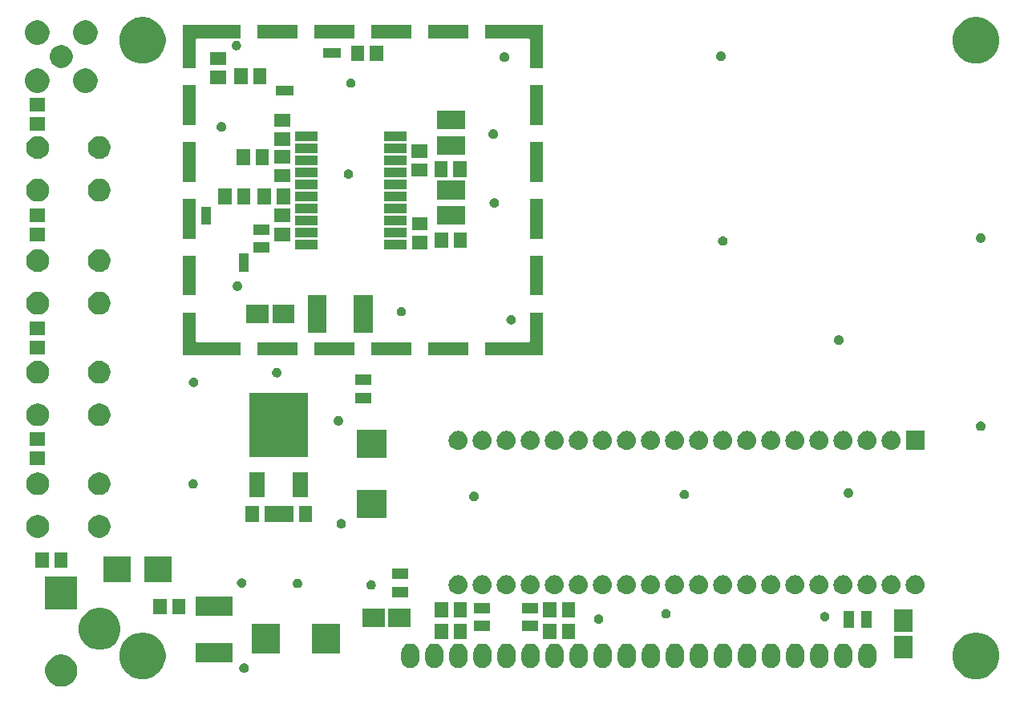
<source format=gbr>
G04 #@! TF.GenerationSoftware,KiCad,Pcbnew,(5.0.1)-4*
G04 #@! TF.CreationDate,2019-02-12T09:30:25+01:00*
G04 #@! TF.ProjectId,Noise_Meter,4E6F6973655F4D657465722E6B696361,rev?*
G04 #@! TF.SameCoordinates,Original*
G04 #@! TF.FileFunction,Soldermask,Top*
G04 #@! TF.FilePolarity,Negative*
%FSLAX46Y46*%
G04 Gerber Fmt 4.6, Leading zero omitted, Abs format (unit mm)*
G04 Created by KiCad (PCBNEW (5.0.1)-4) date 12/02/2019 9:30:25*
%MOMM*%
%LPD*%
G01*
G04 APERTURE LIST*
%ADD10C,0.100000*%
G04 APERTURE END LIST*
D10*
G36*
X95636393Y-131772553D02*
X95745872Y-131794330D01*
X96055252Y-131922479D01*
X96333687Y-132108523D01*
X96570477Y-132345313D01*
X96756521Y-132623748D01*
X96884670Y-132933128D01*
X96899527Y-133007818D01*
X96936968Y-133196046D01*
X96950000Y-133261565D01*
X96950000Y-133596435D01*
X96884670Y-133924872D01*
X96756521Y-134234252D01*
X96570477Y-134512687D01*
X96333687Y-134749477D01*
X96055252Y-134935521D01*
X95745872Y-135063670D01*
X95636393Y-135085447D01*
X95417437Y-135129000D01*
X95082563Y-135129000D01*
X94863607Y-135085447D01*
X94754128Y-135063670D01*
X94444748Y-134935521D01*
X94166313Y-134749477D01*
X93929523Y-134512687D01*
X93743479Y-134234252D01*
X93615330Y-133924872D01*
X93550000Y-133596435D01*
X93550000Y-133261565D01*
X93563033Y-133196046D01*
X93600473Y-133007818D01*
X93615330Y-132933128D01*
X93743479Y-132623748D01*
X93929523Y-132345313D01*
X94166313Y-132108523D01*
X94444748Y-131922479D01*
X94754128Y-131794330D01*
X94863607Y-131772553D01*
X95082563Y-131729000D01*
X95417437Y-131729000D01*
X95636393Y-131772553D01*
X95636393Y-131772553D01*
G37*
G36*
X192306391Y-129461176D02*
X192543059Y-129508252D01*
X192988930Y-129692938D01*
X193390204Y-129961060D01*
X193731460Y-130302316D01*
X193999582Y-130703590D01*
X194184268Y-131149461D01*
X194278420Y-131622796D01*
X194278420Y-132105404D01*
X194184268Y-132578739D01*
X193999582Y-133024610D01*
X193731460Y-133425884D01*
X193390204Y-133767140D01*
X192988930Y-134035262D01*
X192543059Y-134219948D01*
X192069725Y-134314100D01*
X191587115Y-134314100D01*
X191113781Y-134219948D01*
X190667910Y-134035262D01*
X190266636Y-133767140D01*
X189925380Y-133425884D01*
X189657258Y-133024610D01*
X189472572Y-132578739D01*
X189378420Y-132105404D01*
X189378420Y-131622796D01*
X189472572Y-131149461D01*
X189657258Y-130703590D01*
X189925380Y-130302316D01*
X190266636Y-129961060D01*
X190667910Y-129692938D01*
X191113781Y-129508252D01*
X191350449Y-129461176D01*
X191587115Y-129414100D01*
X192069725Y-129414100D01*
X192306391Y-129461176D01*
X192306391Y-129461176D01*
G37*
G36*
X104305551Y-129461176D02*
X104542219Y-129508252D01*
X104988090Y-129692938D01*
X105389364Y-129961060D01*
X105730620Y-130302316D01*
X105998742Y-130703590D01*
X106183428Y-131149461D01*
X106277580Y-131622796D01*
X106277580Y-132105404D01*
X106183428Y-132578739D01*
X105998742Y-133024610D01*
X105730620Y-133425884D01*
X105389364Y-133767140D01*
X104988090Y-134035262D01*
X104542219Y-134219948D01*
X104068885Y-134314100D01*
X103586275Y-134314100D01*
X103112941Y-134219948D01*
X102667070Y-134035262D01*
X102265796Y-133767140D01*
X101924540Y-133425884D01*
X101656418Y-133024610D01*
X101471732Y-132578739D01*
X101377580Y-132105404D01*
X101377580Y-131622796D01*
X101471732Y-131149461D01*
X101656418Y-130703590D01*
X101924540Y-130302316D01*
X102265796Y-129961060D01*
X102667070Y-129692938D01*
X103112941Y-129508252D01*
X103349609Y-129461176D01*
X103586275Y-129414100D01*
X104068885Y-129414100D01*
X104305551Y-129461176D01*
X104305551Y-129461176D01*
G37*
G36*
X114699845Y-132666015D02*
X114790839Y-132703706D01*
X114851809Y-132744445D01*
X114872734Y-132758427D01*
X114942373Y-132828066D01*
X114942375Y-132828069D01*
X114997094Y-132909961D01*
X115034785Y-133000955D01*
X115054000Y-133097554D01*
X115054000Y-133196046D01*
X115034785Y-133292645D01*
X114997094Y-133383639D01*
X114943104Y-133464440D01*
X114942373Y-133465534D01*
X114872734Y-133535173D01*
X114872731Y-133535175D01*
X114790839Y-133589894D01*
X114699845Y-133627585D01*
X114603246Y-133646800D01*
X114504754Y-133646800D01*
X114408155Y-133627585D01*
X114317161Y-133589894D01*
X114235269Y-133535175D01*
X114235266Y-133535173D01*
X114165627Y-133465534D01*
X114164896Y-133464440D01*
X114110906Y-133383639D01*
X114073215Y-133292645D01*
X114054000Y-133196046D01*
X114054000Y-133097554D01*
X114073215Y-133000955D01*
X114110906Y-132909961D01*
X114165625Y-132828069D01*
X114165627Y-132828066D01*
X114235266Y-132758427D01*
X114256191Y-132744445D01*
X114317161Y-132703706D01*
X114408155Y-132666015D01*
X114504754Y-132646800D01*
X114603246Y-132646800D01*
X114699845Y-132666015D01*
X114699845Y-132666015D01*
G37*
G36*
X180554172Y-130577846D02*
X180643710Y-130605007D01*
X180733249Y-130632168D01*
X180898287Y-130720383D01*
X181042941Y-130839099D01*
X181161657Y-130983753D01*
X181249872Y-131148791D01*
X181267979Y-131208484D01*
X181304194Y-131327868D01*
X181304194Y-131327870D01*
X181317940Y-131467435D01*
X181317940Y-132260766D01*
X181304194Y-132400331D01*
X181249872Y-132579409D01*
X181161657Y-132744447D01*
X181042941Y-132889101D01*
X180898287Y-133007817D01*
X180733248Y-133096032D01*
X180643709Y-133123193D01*
X180554171Y-133150354D01*
X180367940Y-133168696D01*
X180181708Y-133150354D01*
X180092170Y-133123193D01*
X180002631Y-133096032D01*
X179837593Y-133007817D01*
X179692939Y-132889101D01*
X179574223Y-132744447D01*
X179486008Y-132579408D01*
X179458847Y-132489869D01*
X179431686Y-132400331D01*
X179417940Y-132260764D01*
X179417940Y-131467435D01*
X179431686Y-131327868D01*
X179431686Y-131327866D01*
X179486008Y-131148794D01*
X179574224Y-130983753D01*
X179692940Y-130839099D01*
X179837594Y-130720383D01*
X180002632Y-130632168D01*
X180092171Y-130605007D01*
X180181709Y-130577846D01*
X180367940Y-130559504D01*
X180554172Y-130577846D01*
X180554172Y-130577846D01*
G37*
G36*
X134834172Y-130577846D02*
X134923710Y-130605007D01*
X135013249Y-130632168D01*
X135178287Y-130720383D01*
X135322941Y-130839099D01*
X135441657Y-130983753D01*
X135529872Y-131148791D01*
X135547979Y-131208484D01*
X135584194Y-131327868D01*
X135584194Y-131327870D01*
X135597940Y-131467435D01*
X135597940Y-132260766D01*
X135584194Y-132400331D01*
X135529872Y-132579409D01*
X135441657Y-132744447D01*
X135322941Y-132889101D01*
X135178287Y-133007817D01*
X135013248Y-133096032D01*
X134923709Y-133123193D01*
X134834171Y-133150354D01*
X134647940Y-133168696D01*
X134461708Y-133150354D01*
X134372170Y-133123193D01*
X134282631Y-133096032D01*
X134117593Y-133007817D01*
X133972939Y-132889101D01*
X133854223Y-132744447D01*
X133766008Y-132579408D01*
X133738847Y-132489869D01*
X133711686Y-132400331D01*
X133697940Y-132260764D01*
X133697940Y-131467435D01*
X133711686Y-131327868D01*
X133711686Y-131327866D01*
X133766008Y-131148794D01*
X133854224Y-130983753D01*
X133972940Y-130839099D01*
X134117594Y-130720383D01*
X134282632Y-130632168D01*
X134372171Y-130605007D01*
X134461709Y-130577846D01*
X134647940Y-130559504D01*
X134834172Y-130577846D01*
X134834172Y-130577846D01*
G37*
G36*
X178014172Y-130577846D02*
X178103710Y-130605007D01*
X178193249Y-130632168D01*
X178358287Y-130720383D01*
X178502941Y-130839099D01*
X178621657Y-130983753D01*
X178709872Y-131148791D01*
X178727979Y-131208484D01*
X178764194Y-131327868D01*
X178764194Y-131327870D01*
X178777940Y-131467435D01*
X178777940Y-132260766D01*
X178764194Y-132400331D01*
X178709872Y-132579409D01*
X178621657Y-132744447D01*
X178502941Y-132889101D01*
X178358287Y-133007817D01*
X178193248Y-133096032D01*
X178103709Y-133123193D01*
X178014171Y-133150354D01*
X177827940Y-133168696D01*
X177641708Y-133150354D01*
X177552170Y-133123193D01*
X177462631Y-133096032D01*
X177297593Y-133007817D01*
X177152939Y-132889101D01*
X177034223Y-132744447D01*
X176946008Y-132579408D01*
X176918847Y-132489869D01*
X176891686Y-132400331D01*
X176877940Y-132260764D01*
X176877940Y-131467435D01*
X176891686Y-131327868D01*
X176891686Y-131327866D01*
X176946008Y-131148794D01*
X177034224Y-130983753D01*
X177152940Y-130839099D01*
X177297594Y-130720383D01*
X177462632Y-130632168D01*
X177552171Y-130605007D01*
X177641709Y-130577846D01*
X177827940Y-130559504D01*
X178014172Y-130577846D01*
X178014172Y-130577846D01*
G37*
G36*
X175474172Y-130577846D02*
X175563710Y-130605007D01*
X175653249Y-130632168D01*
X175818287Y-130720383D01*
X175962941Y-130839099D01*
X176081657Y-130983753D01*
X176169872Y-131148791D01*
X176187979Y-131208484D01*
X176224194Y-131327868D01*
X176224194Y-131327870D01*
X176237940Y-131467435D01*
X176237940Y-132260766D01*
X176224194Y-132400331D01*
X176169872Y-132579409D01*
X176081657Y-132744447D01*
X175962941Y-132889101D01*
X175818287Y-133007817D01*
X175653248Y-133096032D01*
X175563709Y-133123193D01*
X175474171Y-133150354D01*
X175287940Y-133168696D01*
X175101708Y-133150354D01*
X175012170Y-133123193D01*
X174922631Y-133096032D01*
X174757593Y-133007817D01*
X174612939Y-132889101D01*
X174494223Y-132744447D01*
X174406008Y-132579408D01*
X174378847Y-132489869D01*
X174351686Y-132400331D01*
X174337940Y-132260764D01*
X174337940Y-131467435D01*
X174351686Y-131327868D01*
X174351686Y-131327866D01*
X174406008Y-131148794D01*
X174494224Y-130983753D01*
X174612940Y-130839099D01*
X174757594Y-130720383D01*
X174922632Y-130632168D01*
X175012171Y-130605007D01*
X175101709Y-130577846D01*
X175287940Y-130559504D01*
X175474172Y-130577846D01*
X175474172Y-130577846D01*
G37*
G36*
X172934172Y-130577846D02*
X173023710Y-130605007D01*
X173113249Y-130632168D01*
X173278287Y-130720383D01*
X173422941Y-130839099D01*
X173541657Y-130983753D01*
X173629872Y-131148791D01*
X173647979Y-131208484D01*
X173684194Y-131327868D01*
X173684194Y-131327870D01*
X173697940Y-131467435D01*
X173697940Y-132260766D01*
X173684194Y-132400331D01*
X173629872Y-132579409D01*
X173541657Y-132744447D01*
X173422941Y-132889101D01*
X173278287Y-133007817D01*
X173113248Y-133096032D01*
X173023709Y-133123193D01*
X172934171Y-133150354D01*
X172747940Y-133168696D01*
X172561708Y-133150354D01*
X172472170Y-133123193D01*
X172382631Y-133096032D01*
X172217593Y-133007817D01*
X172072939Y-132889101D01*
X171954223Y-132744447D01*
X171866008Y-132579408D01*
X171838847Y-132489869D01*
X171811686Y-132400331D01*
X171797940Y-132260764D01*
X171797940Y-131467435D01*
X171811686Y-131327868D01*
X171811686Y-131327866D01*
X171866008Y-131148794D01*
X171954224Y-130983753D01*
X172072940Y-130839099D01*
X172217594Y-130720383D01*
X172382632Y-130632168D01*
X172472171Y-130605007D01*
X172561709Y-130577846D01*
X172747940Y-130559504D01*
X172934172Y-130577846D01*
X172934172Y-130577846D01*
G37*
G36*
X170394172Y-130577846D02*
X170483710Y-130605007D01*
X170573249Y-130632168D01*
X170738287Y-130720383D01*
X170882941Y-130839099D01*
X171001657Y-130983753D01*
X171089872Y-131148791D01*
X171107979Y-131208484D01*
X171144194Y-131327868D01*
X171144194Y-131327870D01*
X171157940Y-131467435D01*
X171157940Y-132260766D01*
X171144194Y-132400331D01*
X171089872Y-132579409D01*
X171001657Y-132744447D01*
X170882941Y-132889101D01*
X170738287Y-133007817D01*
X170573248Y-133096032D01*
X170483709Y-133123193D01*
X170394171Y-133150354D01*
X170207940Y-133168696D01*
X170021708Y-133150354D01*
X169932170Y-133123193D01*
X169842631Y-133096032D01*
X169677593Y-133007817D01*
X169532939Y-132889101D01*
X169414223Y-132744447D01*
X169326008Y-132579408D01*
X169298847Y-132489869D01*
X169271686Y-132400331D01*
X169257940Y-132260764D01*
X169257940Y-131467435D01*
X169271686Y-131327868D01*
X169271686Y-131327866D01*
X169326008Y-131148794D01*
X169414224Y-130983753D01*
X169532940Y-130839099D01*
X169677594Y-130720383D01*
X169842632Y-130632168D01*
X169932171Y-130605007D01*
X170021709Y-130577846D01*
X170207940Y-130559504D01*
X170394172Y-130577846D01*
X170394172Y-130577846D01*
G37*
G36*
X167854172Y-130577846D02*
X167943710Y-130605007D01*
X168033249Y-130632168D01*
X168198287Y-130720383D01*
X168342941Y-130839099D01*
X168461657Y-130983753D01*
X168549872Y-131148791D01*
X168567979Y-131208484D01*
X168604194Y-131327868D01*
X168604194Y-131327870D01*
X168617940Y-131467435D01*
X168617940Y-132260766D01*
X168604194Y-132400331D01*
X168549872Y-132579409D01*
X168461657Y-132744447D01*
X168342941Y-132889101D01*
X168198287Y-133007817D01*
X168033248Y-133096032D01*
X167943709Y-133123193D01*
X167854171Y-133150354D01*
X167667940Y-133168696D01*
X167481708Y-133150354D01*
X167392170Y-133123193D01*
X167302631Y-133096032D01*
X167137593Y-133007817D01*
X166992939Y-132889101D01*
X166874223Y-132744447D01*
X166786008Y-132579408D01*
X166758847Y-132489869D01*
X166731686Y-132400331D01*
X166717940Y-132260764D01*
X166717940Y-131467435D01*
X166731686Y-131327868D01*
X166731686Y-131327866D01*
X166786008Y-131148794D01*
X166874224Y-130983753D01*
X166992940Y-130839099D01*
X167137594Y-130720383D01*
X167302632Y-130632168D01*
X167392171Y-130605007D01*
X167481709Y-130577846D01*
X167667940Y-130559504D01*
X167854172Y-130577846D01*
X167854172Y-130577846D01*
G37*
G36*
X165314172Y-130577846D02*
X165403710Y-130605007D01*
X165493249Y-130632168D01*
X165658287Y-130720383D01*
X165802941Y-130839099D01*
X165921657Y-130983753D01*
X166009872Y-131148791D01*
X166027979Y-131208484D01*
X166064194Y-131327868D01*
X166064194Y-131327870D01*
X166077940Y-131467435D01*
X166077940Y-132260766D01*
X166064194Y-132400331D01*
X166009872Y-132579409D01*
X165921657Y-132744447D01*
X165802941Y-132889101D01*
X165658287Y-133007817D01*
X165493248Y-133096032D01*
X165403709Y-133123193D01*
X165314171Y-133150354D01*
X165127940Y-133168696D01*
X164941708Y-133150354D01*
X164852170Y-133123193D01*
X164762631Y-133096032D01*
X164597593Y-133007817D01*
X164452939Y-132889101D01*
X164334223Y-132744447D01*
X164246008Y-132579408D01*
X164218847Y-132489869D01*
X164191686Y-132400331D01*
X164177940Y-132260764D01*
X164177940Y-131467435D01*
X164191686Y-131327868D01*
X164191686Y-131327866D01*
X164246008Y-131148794D01*
X164334224Y-130983753D01*
X164452940Y-130839099D01*
X164597594Y-130720383D01*
X164762632Y-130632168D01*
X164852171Y-130605007D01*
X164941709Y-130577846D01*
X165127940Y-130559504D01*
X165314172Y-130577846D01*
X165314172Y-130577846D01*
G37*
G36*
X162774172Y-130577846D02*
X162863710Y-130605007D01*
X162953249Y-130632168D01*
X163118287Y-130720383D01*
X163262941Y-130839099D01*
X163381657Y-130983753D01*
X163469872Y-131148791D01*
X163487979Y-131208484D01*
X163524194Y-131327868D01*
X163524194Y-131327870D01*
X163537940Y-131467435D01*
X163537940Y-132260766D01*
X163524194Y-132400331D01*
X163469872Y-132579409D01*
X163381657Y-132744447D01*
X163262941Y-132889101D01*
X163118287Y-133007817D01*
X162953248Y-133096032D01*
X162863709Y-133123193D01*
X162774171Y-133150354D01*
X162587940Y-133168696D01*
X162401708Y-133150354D01*
X162312170Y-133123193D01*
X162222631Y-133096032D01*
X162057593Y-133007817D01*
X161912939Y-132889101D01*
X161794223Y-132744447D01*
X161706008Y-132579408D01*
X161678847Y-132489869D01*
X161651686Y-132400331D01*
X161637940Y-132260764D01*
X161637940Y-131467435D01*
X161651686Y-131327868D01*
X161651686Y-131327866D01*
X161706008Y-131148794D01*
X161794224Y-130983753D01*
X161912940Y-130839099D01*
X162057594Y-130720383D01*
X162222632Y-130632168D01*
X162312171Y-130605007D01*
X162401709Y-130577846D01*
X162587940Y-130559504D01*
X162774172Y-130577846D01*
X162774172Y-130577846D01*
G37*
G36*
X160234172Y-130577846D02*
X160323710Y-130605007D01*
X160413249Y-130632168D01*
X160578287Y-130720383D01*
X160722941Y-130839099D01*
X160841657Y-130983753D01*
X160929872Y-131148791D01*
X160947979Y-131208484D01*
X160984194Y-131327868D01*
X160984194Y-131327870D01*
X160997940Y-131467435D01*
X160997940Y-132260766D01*
X160984194Y-132400331D01*
X160929872Y-132579409D01*
X160841657Y-132744447D01*
X160722941Y-132889101D01*
X160578287Y-133007817D01*
X160413248Y-133096032D01*
X160323709Y-133123193D01*
X160234171Y-133150354D01*
X160047940Y-133168696D01*
X159861708Y-133150354D01*
X159772170Y-133123193D01*
X159682631Y-133096032D01*
X159517593Y-133007817D01*
X159372939Y-132889101D01*
X159254223Y-132744447D01*
X159166008Y-132579408D01*
X159138847Y-132489869D01*
X159111686Y-132400331D01*
X159097940Y-132260764D01*
X159097940Y-131467435D01*
X159111686Y-131327868D01*
X159111686Y-131327866D01*
X159166008Y-131148794D01*
X159254224Y-130983753D01*
X159372940Y-130839099D01*
X159517594Y-130720383D01*
X159682632Y-130632168D01*
X159772171Y-130605007D01*
X159861709Y-130577846D01*
X160047940Y-130559504D01*
X160234172Y-130577846D01*
X160234172Y-130577846D01*
G37*
G36*
X152614172Y-130577846D02*
X152703710Y-130605007D01*
X152793249Y-130632168D01*
X152958287Y-130720383D01*
X153102941Y-130839099D01*
X153221657Y-130983753D01*
X153309872Y-131148791D01*
X153327979Y-131208484D01*
X153364194Y-131327868D01*
X153364194Y-131327870D01*
X153377940Y-131467435D01*
X153377940Y-132260766D01*
X153364194Y-132400331D01*
X153309872Y-132579409D01*
X153221657Y-132744447D01*
X153102941Y-132889101D01*
X152958287Y-133007817D01*
X152793248Y-133096032D01*
X152703709Y-133123193D01*
X152614171Y-133150354D01*
X152427940Y-133168696D01*
X152241708Y-133150354D01*
X152152170Y-133123193D01*
X152062631Y-133096032D01*
X151897593Y-133007817D01*
X151752939Y-132889101D01*
X151634223Y-132744447D01*
X151546008Y-132579408D01*
X151518847Y-132489869D01*
X151491686Y-132400331D01*
X151477940Y-132260764D01*
X151477940Y-131467435D01*
X151491686Y-131327868D01*
X151491686Y-131327866D01*
X151546008Y-131148794D01*
X151634224Y-130983753D01*
X151752940Y-130839099D01*
X151897594Y-130720383D01*
X152062632Y-130632168D01*
X152152171Y-130605007D01*
X152241709Y-130577846D01*
X152427940Y-130559504D01*
X152614172Y-130577846D01*
X152614172Y-130577846D01*
G37*
G36*
X150074172Y-130577846D02*
X150163710Y-130605007D01*
X150253249Y-130632168D01*
X150418287Y-130720383D01*
X150562941Y-130839099D01*
X150681657Y-130983753D01*
X150769872Y-131148791D01*
X150787979Y-131208484D01*
X150824194Y-131327868D01*
X150824194Y-131327870D01*
X150837940Y-131467435D01*
X150837940Y-132260766D01*
X150824194Y-132400331D01*
X150769872Y-132579409D01*
X150681657Y-132744447D01*
X150562941Y-132889101D01*
X150418287Y-133007817D01*
X150253248Y-133096032D01*
X150163709Y-133123193D01*
X150074171Y-133150354D01*
X149887940Y-133168696D01*
X149701708Y-133150354D01*
X149612170Y-133123193D01*
X149522631Y-133096032D01*
X149357593Y-133007817D01*
X149212939Y-132889101D01*
X149094223Y-132744447D01*
X149006008Y-132579408D01*
X148978847Y-132489869D01*
X148951686Y-132400331D01*
X148937940Y-132260764D01*
X148937940Y-131467435D01*
X148951686Y-131327868D01*
X148951686Y-131327866D01*
X149006008Y-131148794D01*
X149094224Y-130983753D01*
X149212940Y-130839099D01*
X149357594Y-130720383D01*
X149522632Y-130632168D01*
X149612171Y-130605007D01*
X149701709Y-130577846D01*
X149887940Y-130559504D01*
X150074172Y-130577846D01*
X150074172Y-130577846D01*
G37*
G36*
X147534172Y-130577846D02*
X147623710Y-130605007D01*
X147713249Y-130632168D01*
X147878287Y-130720383D01*
X148022941Y-130839099D01*
X148141657Y-130983753D01*
X148229872Y-131148791D01*
X148247979Y-131208484D01*
X148284194Y-131327868D01*
X148284194Y-131327870D01*
X148297940Y-131467435D01*
X148297940Y-132260766D01*
X148284194Y-132400331D01*
X148229872Y-132579409D01*
X148141657Y-132744447D01*
X148022941Y-132889101D01*
X147878287Y-133007817D01*
X147713248Y-133096032D01*
X147623709Y-133123193D01*
X147534171Y-133150354D01*
X147347940Y-133168696D01*
X147161708Y-133150354D01*
X147072170Y-133123193D01*
X146982631Y-133096032D01*
X146817593Y-133007817D01*
X146672939Y-132889101D01*
X146554223Y-132744447D01*
X146466008Y-132579408D01*
X146438847Y-132489869D01*
X146411686Y-132400331D01*
X146397940Y-132260764D01*
X146397940Y-131467435D01*
X146411686Y-131327868D01*
X146411686Y-131327866D01*
X146466008Y-131148794D01*
X146554224Y-130983753D01*
X146672940Y-130839099D01*
X146817594Y-130720383D01*
X146982632Y-130632168D01*
X147072171Y-130605007D01*
X147161709Y-130577846D01*
X147347940Y-130559504D01*
X147534172Y-130577846D01*
X147534172Y-130577846D01*
G37*
G36*
X144994172Y-130577846D02*
X145083710Y-130605007D01*
X145173249Y-130632168D01*
X145338287Y-130720383D01*
X145482941Y-130839099D01*
X145601657Y-130983753D01*
X145689872Y-131148791D01*
X145707979Y-131208484D01*
X145744194Y-131327868D01*
X145744194Y-131327870D01*
X145757940Y-131467435D01*
X145757940Y-132260766D01*
X145744194Y-132400331D01*
X145689872Y-132579409D01*
X145601657Y-132744447D01*
X145482941Y-132889101D01*
X145338287Y-133007817D01*
X145173248Y-133096032D01*
X145083709Y-133123193D01*
X144994171Y-133150354D01*
X144807940Y-133168696D01*
X144621708Y-133150354D01*
X144532170Y-133123193D01*
X144442631Y-133096032D01*
X144277593Y-133007817D01*
X144132939Y-132889101D01*
X144014223Y-132744447D01*
X143926008Y-132579408D01*
X143898847Y-132489869D01*
X143871686Y-132400331D01*
X143857940Y-132260764D01*
X143857940Y-131467435D01*
X143871686Y-131327868D01*
X143871686Y-131327866D01*
X143926008Y-131148794D01*
X144014224Y-130983753D01*
X144132940Y-130839099D01*
X144277594Y-130720383D01*
X144442632Y-130632168D01*
X144532171Y-130605007D01*
X144621709Y-130577846D01*
X144807940Y-130559504D01*
X144994172Y-130577846D01*
X144994172Y-130577846D01*
G37*
G36*
X142454172Y-130577846D02*
X142543710Y-130605007D01*
X142633249Y-130632168D01*
X142798287Y-130720383D01*
X142942941Y-130839099D01*
X143061657Y-130983753D01*
X143149872Y-131148791D01*
X143167979Y-131208484D01*
X143204194Y-131327868D01*
X143204194Y-131327870D01*
X143217940Y-131467435D01*
X143217940Y-132260766D01*
X143204194Y-132400331D01*
X143149872Y-132579409D01*
X143061657Y-132744447D01*
X142942941Y-132889101D01*
X142798287Y-133007817D01*
X142633248Y-133096032D01*
X142543709Y-133123193D01*
X142454171Y-133150354D01*
X142267940Y-133168696D01*
X142081708Y-133150354D01*
X141992170Y-133123193D01*
X141902631Y-133096032D01*
X141737593Y-133007817D01*
X141592939Y-132889101D01*
X141474223Y-132744447D01*
X141386008Y-132579408D01*
X141358847Y-132489869D01*
X141331686Y-132400331D01*
X141317940Y-132260764D01*
X141317940Y-131467435D01*
X141331686Y-131327868D01*
X141331686Y-131327866D01*
X141386008Y-131148794D01*
X141474224Y-130983753D01*
X141592940Y-130839099D01*
X141737594Y-130720383D01*
X141902632Y-130632168D01*
X141992171Y-130605007D01*
X142081709Y-130577846D01*
X142267940Y-130559504D01*
X142454172Y-130577846D01*
X142454172Y-130577846D01*
G37*
G36*
X139914172Y-130577846D02*
X140003710Y-130605007D01*
X140093249Y-130632168D01*
X140258287Y-130720383D01*
X140402941Y-130839099D01*
X140521657Y-130983753D01*
X140609872Y-131148791D01*
X140627979Y-131208484D01*
X140664194Y-131327868D01*
X140664194Y-131327870D01*
X140677940Y-131467435D01*
X140677940Y-132260766D01*
X140664194Y-132400331D01*
X140609872Y-132579409D01*
X140521657Y-132744447D01*
X140402941Y-132889101D01*
X140258287Y-133007817D01*
X140093248Y-133096032D01*
X140003709Y-133123193D01*
X139914171Y-133150354D01*
X139727940Y-133168696D01*
X139541708Y-133150354D01*
X139452170Y-133123193D01*
X139362631Y-133096032D01*
X139197593Y-133007817D01*
X139052939Y-132889101D01*
X138934223Y-132744447D01*
X138846008Y-132579408D01*
X138818847Y-132489869D01*
X138791686Y-132400331D01*
X138777940Y-132260764D01*
X138777940Y-131467435D01*
X138791686Y-131327868D01*
X138791686Y-131327866D01*
X138846008Y-131148794D01*
X138934224Y-130983753D01*
X139052940Y-130839099D01*
X139197594Y-130720383D01*
X139362632Y-130632168D01*
X139452171Y-130605007D01*
X139541709Y-130577846D01*
X139727940Y-130559504D01*
X139914172Y-130577846D01*
X139914172Y-130577846D01*
G37*
G36*
X137374172Y-130577846D02*
X137463710Y-130605007D01*
X137553249Y-130632168D01*
X137718287Y-130720383D01*
X137862941Y-130839099D01*
X137981657Y-130983753D01*
X138069872Y-131148791D01*
X138087979Y-131208484D01*
X138124194Y-131327868D01*
X138124194Y-131327870D01*
X138137940Y-131467435D01*
X138137940Y-132260766D01*
X138124194Y-132400331D01*
X138069872Y-132579409D01*
X137981657Y-132744447D01*
X137862941Y-132889101D01*
X137718287Y-133007817D01*
X137553248Y-133096032D01*
X137463709Y-133123193D01*
X137374171Y-133150354D01*
X137187940Y-133168696D01*
X137001708Y-133150354D01*
X136912170Y-133123193D01*
X136822631Y-133096032D01*
X136657593Y-133007817D01*
X136512939Y-132889101D01*
X136394223Y-132744447D01*
X136306008Y-132579408D01*
X136278847Y-132489869D01*
X136251686Y-132400331D01*
X136237940Y-132260764D01*
X136237940Y-131467435D01*
X136251686Y-131327868D01*
X136251686Y-131327866D01*
X136306008Y-131148794D01*
X136394224Y-130983753D01*
X136512940Y-130839099D01*
X136657594Y-130720383D01*
X136822632Y-130632168D01*
X136912171Y-130605007D01*
X137001709Y-130577846D01*
X137187940Y-130559504D01*
X137374172Y-130577846D01*
X137374172Y-130577846D01*
G37*
G36*
X132294172Y-130577846D02*
X132383710Y-130605007D01*
X132473249Y-130632168D01*
X132638287Y-130720383D01*
X132782941Y-130839099D01*
X132901657Y-130983753D01*
X132989872Y-131148791D01*
X133007979Y-131208484D01*
X133044194Y-131327868D01*
X133044194Y-131327870D01*
X133057940Y-131467435D01*
X133057940Y-132260766D01*
X133044194Y-132400331D01*
X132989872Y-132579409D01*
X132901657Y-132744447D01*
X132782941Y-132889101D01*
X132638287Y-133007817D01*
X132473248Y-133096032D01*
X132383709Y-133123193D01*
X132294171Y-133150354D01*
X132107940Y-133168696D01*
X131921708Y-133150354D01*
X131832170Y-133123193D01*
X131742631Y-133096032D01*
X131577593Y-133007817D01*
X131432939Y-132889101D01*
X131314223Y-132744447D01*
X131226008Y-132579408D01*
X131198847Y-132489869D01*
X131171686Y-132400331D01*
X131157940Y-132260764D01*
X131157940Y-131467435D01*
X131171686Y-131327868D01*
X131171686Y-131327866D01*
X131226008Y-131148794D01*
X131314224Y-130983753D01*
X131432940Y-130839099D01*
X131577594Y-130720383D01*
X131742632Y-130632168D01*
X131832171Y-130605007D01*
X131921709Y-130577846D01*
X132107940Y-130559504D01*
X132294172Y-130577846D01*
X132294172Y-130577846D01*
G37*
G36*
X155154172Y-130577846D02*
X155243710Y-130605007D01*
X155333249Y-130632168D01*
X155498287Y-130720383D01*
X155642941Y-130839099D01*
X155761657Y-130983753D01*
X155849872Y-131148791D01*
X155867979Y-131208484D01*
X155904194Y-131327868D01*
X155904194Y-131327870D01*
X155917940Y-131467435D01*
X155917940Y-132260766D01*
X155904194Y-132400331D01*
X155849872Y-132579409D01*
X155761657Y-132744447D01*
X155642941Y-132889101D01*
X155498287Y-133007817D01*
X155333248Y-133096032D01*
X155243709Y-133123193D01*
X155154171Y-133150354D01*
X154967940Y-133168696D01*
X154781708Y-133150354D01*
X154692170Y-133123193D01*
X154602631Y-133096032D01*
X154437593Y-133007817D01*
X154292939Y-132889101D01*
X154174223Y-132744447D01*
X154086008Y-132579408D01*
X154058847Y-132489869D01*
X154031686Y-132400331D01*
X154017940Y-132260764D01*
X154017940Y-131467435D01*
X154031686Y-131327868D01*
X154031686Y-131327866D01*
X154086008Y-131148794D01*
X154174224Y-130983753D01*
X154292940Y-130839099D01*
X154437594Y-130720383D01*
X154602632Y-130632168D01*
X154692171Y-130605007D01*
X154781709Y-130577846D01*
X154967940Y-130559504D01*
X155154172Y-130577846D01*
X155154172Y-130577846D01*
G37*
G36*
X157694172Y-130577846D02*
X157783710Y-130605007D01*
X157873249Y-130632168D01*
X158038287Y-130720383D01*
X158182941Y-130839099D01*
X158301657Y-130983753D01*
X158389872Y-131148791D01*
X158407979Y-131208484D01*
X158444194Y-131327868D01*
X158444194Y-131327870D01*
X158457940Y-131467435D01*
X158457940Y-132260766D01*
X158444194Y-132400331D01*
X158389872Y-132579409D01*
X158301657Y-132744447D01*
X158182941Y-132889101D01*
X158038287Y-133007817D01*
X157873248Y-133096032D01*
X157783709Y-133123193D01*
X157694171Y-133150354D01*
X157507940Y-133168696D01*
X157321708Y-133150354D01*
X157232170Y-133123193D01*
X157142631Y-133096032D01*
X156977593Y-133007817D01*
X156832939Y-132889101D01*
X156714223Y-132744447D01*
X156626008Y-132579408D01*
X156598847Y-132489869D01*
X156571686Y-132400331D01*
X156557940Y-132260764D01*
X156557940Y-131467435D01*
X156571686Y-131327868D01*
X156571686Y-131327866D01*
X156626008Y-131148794D01*
X156714224Y-130983753D01*
X156832940Y-130839099D01*
X156977594Y-130720383D01*
X157142632Y-130632168D01*
X157232171Y-130605007D01*
X157321709Y-130577846D01*
X157507940Y-130559504D01*
X157694172Y-130577846D01*
X157694172Y-130577846D01*
G37*
G36*
X113354400Y-132522800D02*
X109454400Y-132522800D01*
X109454400Y-130522800D01*
X113354400Y-130522800D01*
X113354400Y-132522800D01*
X113354400Y-132522800D01*
G37*
G36*
X185100000Y-132090000D02*
X183200000Y-132090000D01*
X183200000Y-129740000D01*
X185100000Y-129740000D01*
X185100000Y-132090000D01*
X185100000Y-132090000D01*
G37*
G36*
X124690400Y-131598000D02*
X121740400Y-131598000D01*
X121740400Y-128498000D01*
X124690400Y-128498000D01*
X124690400Y-131598000D01*
X124690400Y-131598000D01*
G37*
G36*
X118340400Y-131598000D02*
X115390400Y-131598000D01*
X115390400Y-128498000D01*
X118340400Y-128498000D01*
X118340400Y-131598000D01*
X118340400Y-131598000D01*
G37*
G36*
X99955716Y-126916544D02*
X100356090Y-127082384D01*
X100716421Y-127323150D01*
X101022850Y-127629579D01*
X101263616Y-127989910D01*
X101429456Y-128390284D01*
X101514000Y-128815317D01*
X101514000Y-129248683D01*
X101429456Y-129673716D01*
X101263616Y-130074090D01*
X101022850Y-130434421D01*
X100716421Y-130740850D01*
X100356090Y-130981616D01*
X99955716Y-131147456D01*
X99530683Y-131232000D01*
X99097317Y-131232000D01*
X98672284Y-131147456D01*
X98271910Y-130981616D01*
X97911579Y-130740850D01*
X97605150Y-130434421D01*
X97364384Y-130074090D01*
X97198544Y-129673716D01*
X97114000Y-129248683D01*
X97114000Y-128815317D01*
X97198544Y-128390284D01*
X97364384Y-127989910D01*
X97605150Y-127629579D01*
X97911579Y-127323150D01*
X98271910Y-127082384D01*
X98672284Y-126916544D01*
X99097317Y-126832000D01*
X99530683Y-126832000D01*
X99955716Y-126916544D01*
X99955716Y-126916544D01*
G37*
G36*
X149528000Y-130111000D02*
X148128000Y-130111000D01*
X148128000Y-128461000D01*
X149528000Y-128461000D01*
X149528000Y-130111000D01*
X149528000Y-130111000D01*
G37*
G36*
X136098000Y-130111000D02*
X134698000Y-130111000D01*
X134698000Y-128461000D01*
X136098000Y-128461000D01*
X136098000Y-130111000D01*
X136098000Y-130111000D01*
G37*
G36*
X138098000Y-130111000D02*
X136698000Y-130111000D01*
X136698000Y-128461000D01*
X138098000Y-128461000D01*
X138098000Y-130111000D01*
X138098000Y-130111000D01*
G37*
G36*
X147528000Y-130111000D02*
X146128000Y-130111000D01*
X146128000Y-128461000D01*
X147528000Y-128461000D01*
X147528000Y-130111000D01*
X147528000Y-130111000D01*
G37*
G36*
X185100000Y-129340000D02*
X183200000Y-129340000D01*
X183200000Y-126990000D01*
X185100000Y-126990000D01*
X185100000Y-129340000D01*
X185100000Y-129340000D01*
G37*
G36*
X145630000Y-129262000D02*
X143930000Y-129262000D01*
X143930000Y-128162000D01*
X145630000Y-128162000D01*
X145630000Y-129262000D01*
X145630000Y-129262000D01*
G37*
G36*
X140550000Y-129262000D02*
X138850000Y-129262000D01*
X138850000Y-128162000D01*
X140550000Y-128162000D01*
X140550000Y-129262000D01*
X140550000Y-129262000D01*
G37*
G36*
X178924000Y-128866000D02*
X177824000Y-128866000D01*
X177824000Y-127166000D01*
X178924000Y-127166000D01*
X178924000Y-128866000D01*
X178924000Y-128866000D01*
G37*
G36*
X180824000Y-128866000D02*
X179724000Y-128866000D01*
X179724000Y-127166000D01*
X180824000Y-127166000D01*
X180824000Y-128866000D01*
X180824000Y-128866000D01*
G37*
G36*
X129390800Y-128813600D02*
X127040800Y-128813600D01*
X127040800Y-126913600D01*
X129390800Y-126913600D01*
X129390800Y-128813600D01*
X129390800Y-128813600D01*
G37*
G36*
X132140800Y-128813600D02*
X129790800Y-128813600D01*
X129790800Y-126913600D01*
X132140800Y-126913600D01*
X132140800Y-128813600D01*
X132140800Y-128813600D01*
G37*
G36*
X152139445Y-127484415D02*
X152230439Y-127522106D01*
X152275545Y-127552245D01*
X152312334Y-127576827D01*
X152381973Y-127646466D01*
X152381975Y-127646469D01*
X152436694Y-127728361D01*
X152474385Y-127819355D01*
X152493600Y-127915954D01*
X152493600Y-128014446D01*
X152474385Y-128111045D01*
X152436694Y-128202039D01*
X152382704Y-128282840D01*
X152381973Y-128283934D01*
X152312334Y-128353573D01*
X152312331Y-128353575D01*
X152230439Y-128408294D01*
X152139445Y-128445985D01*
X152042846Y-128465200D01*
X151944354Y-128465200D01*
X151847755Y-128445985D01*
X151756761Y-128408294D01*
X151674869Y-128353575D01*
X151674866Y-128353573D01*
X151605227Y-128283934D01*
X151604496Y-128282840D01*
X151550506Y-128202039D01*
X151512815Y-128111045D01*
X151493600Y-128014446D01*
X151493600Y-127915954D01*
X151512815Y-127819355D01*
X151550506Y-127728361D01*
X151605225Y-127646469D01*
X151605227Y-127646466D01*
X151674866Y-127576827D01*
X151711655Y-127552245D01*
X151756761Y-127522106D01*
X151847755Y-127484415D01*
X151944354Y-127465200D01*
X152042846Y-127465200D01*
X152139445Y-127484415D01*
X152139445Y-127484415D01*
G37*
G36*
X176015445Y-127230415D02*
X176088210Y-127260555D01*
X176106439Y-127268106D01*
X176187240Y-127322096D01*
X176188334Y-127322827D01*
X176257973Y-127392466D01*
X176257975Y-127392469D01*
X176306573Y-127465200D01*
X176312695Y-127474363D01*
X176350385Y-127565355D01*
X176369600Y-127661955D01*
X176369600Y-127760445D01*
X176350385Y-127857045D01*
X176329942Y-127906400D01*
X176312694Y-127948039D01*
X176268322Y-128014446D01*
X176257973Y-128029934D01*
X176188334Y-128099573D01*
X176188331Y-128099575D01*
X176106439Y-128154294D01*
X176015445Y-128191985D01*
X175918846Y-128211200D01*
X175820354Y-128211200D01*
X175723755Y-128191985D01*
X175632761Y-128154294D01*
X175550869Y-128099575D01*
X175550866Y-128099573D01*
X175481227Y-128029934D01*
X175470878Y-128014446D01*
X175426506Y-127948039D01*
X175409259Y-127906400D01*
X175388815Y-127857045D01*
X175369600Y-127760445D01*
X175369600Y-127661955D01*
X175388815Y-127565355D01*
X175426505Y-127474363D01*
X175432628Y-127465200D01*
X175481225Y-127392469D01*
X175481227Y-127392466D01*
X175550866Y-127322827D01*
X175551960Y-127322096D01*
X175632761Y-127268106D01*
X175650991Y-127260555D01*
X175723755Y-127230415D01*
X175820354Y-127211200D01*
X175918846Y-127211200D01*
X176015445Y-127230415D01*
X176015445Y-127230415D01*
G37*
G36*
X159251445Y-126925615D02*
X159342439Y-126963306D01*
X159382389Y-126990000D01*
X159424334Y-127018027D01*
X159493973Y-127087666D01*
X159493975Y-127087669D01*
X159546315Y-127166000D01*
X159548695Y-127169563D01*
X159573901Y-127230415D01*
X159586385Y-127260555D01*
X159605600Y-127357154D01*
X159605600Y-127455646D01*
X159586385Y-127552245D01*
X159548694Y-127643239D01*
X159536189Y-127661954D01*
X159493973Y-127725134D01*
X159424334Y-127794773D01*
X159424331Y-127794775D01*
X159342439Y-127849494D01*
X159342438Y-127849495D01*
X159342437Y-127849495D01*
X159251445Y-127887185D01*
X159154846Y-127906400D01*
X159056354Y-127906400D01*
X158959755Y-127887185D01*
X158868763Y-127849495D01*
X158868762Y-127849495D01*
X158868761Y-127849494D01*
X158786869Y-127794775D01*
X158786866Y-127794773D01*
X158717227Y-127725134D01*
X158675011Y-127661954D01*
X158662506Y-127643239D01*
X158624815Y-127552245D01*
X158605600Y-127455646D01*
X158605600Y-127357154D01*
X158624815Y-127260555D01*
X158637299Y-127230415D01*
X158662505Y-127169563D01*
X158664886Y-127166000D01*
X158717225Y-127087669D01*
X158717227Y-127087666D01*
X158786866Y-127018027D01*
X158828811Y-126990000D01*
X158868761Y-126963306D01*
X158959755Y-126925615D01*
X159056354Y-126906400D01*
X159154846Y-126906400D01*
X159251445Y-126925615D01*
X159251445Y-126925615D01*
G37*
G36*
X138098000Y-127825000D02*
X136698000Y-127825000D01*
X136698000Y-126175000D01*
X138098000Y-126175000D01*
X138098000Y-127825000D01*
X138098000Y-127825000D01*
G37*
G36*
X149528000Y-127825000D02*
X148128000Y-127825000D01*
X148128000Y-126175000D01*
X149528000Y-126175000D01*
X149528000Y-127825000D01*
X149528000Y-127825000D01*
G37*
G36*
X147528000Y-127825000D02*
X146128000Y-127825000D01*
X146128000Y-126175000D01*
X147528000Y-126175000D01*
X147528000Y-127825000D01*
X147528000Y-127825000D01*
G37*
G36*
X136098000Y-127825000D02*
X134698000Y-127825000D01*
X134698000Y-126175000D01*
X136098000Y-126175000D01*
X136098000Y-127825000D01*
X136098000Y-127825000D01*
G37*
G36*
X113354400Y-127642800D02*
X109454400Y-127642800D01*
X109454400Y-125642800D01*
X113354400Y-125642800D01*
X113354400Y-127642800D01*
X113354400Y-127642800D01*
G37*
G36*
X106380000Y-127469400D02*
X104980000Y-127469400D01*
X104980000Y-125819400D01*
X106380000Y-125819400D01*
X106380000Y-127469400D01*
X106380000Y-127469400D01*
G37*
G36*
X108380000Y-127469400D02*
X106980000Y-127469400D01*
X106980000Y-125819400D01*
X108380000Y-125819400D01*
X108380000Y-127469400D01*
X108380000Y-127469400D01*
G37*
G36*
X140550000Y-127362000D02*
X138850000Y-127362000D01*
X138850000Y-126262000D01*
X140550000Y-126262000D01*
X140550000Y-127362000D01*
X140550000Y-127362000D01*
G37*
G36*
X145630000Y-127362000D02*
X143930000Y-127362000D01*
X143930000Y-126262000D01*
X145630000Y-126262000D01*
X145630000Y-127362000D01*
X145630000Y-127362000D01*
G37*
G36*
X96950000Y-126922000D02*
X93550000Y-126922000D01*
X93550000Y-123522000D01*
X96950000Y-123522000D01*
X96950000Y-126922000D01*
X96950000Y-126922000D01*
G37*
G36*
X131863200Y-125655200D02*
X130163200Y-125655200D01*
X130163200Y-124555200D01*
X131863200Y-124555200D01*
X131863200Y-125655200D01*
X131863200Y-125655200D01*
G37*
G36*
X183076030Y-123372869D02*
X183076033Y-123372870D01*
X183076034Y-123372870D01*
X183264535Y-123430051D01*
X183264537Y-123430052D01*
X183438260Y-123522909D01*
X183590528Y-123647872D01*
X183715491Y-123800140D01*
X183806298Y-123970027D01*
X183808349Y-123973865D01*
X183863828Y-124156755D01*
X183865531Y-124162370D01*
X183884838Y-124358400D01*
X183865531Y-124554430D01*
X183865530Y-124554433D01*
X183865530Y-124554434D01*
X183853153Y-124595237D01*
X183808348Y-124742937D01*
X183715491Y-124916660D01*
X183590528Y-125068928D01*
X183438260Y-125193891D01*
X183438258Y-125193892D01*
X183264535Y-125286749D01*
X183076034Y-125343930D01*
X183076033Y-125343930D01*
X183076030Y-125343931D01*
X182929124Y-125358400D01*
X182830876Y-125358400D01*
X182683970Y-125343931D01*
X182683967Y-125343930D01*
X182683966Y-125343930D01*
X182495465Y-125286749D01*
X182321742Y-125193892D01*
X182321740Y-125193891D01*
X182169472Y-125068928D01*
X182044509Y-124916660D01*
X181951652Y-124742937D01*
X181906848Y-124595237D01*
X181894470Y-124554434D01*
X181894470Y-124554433D01*
X181894469Y-124554430D01*
X181875162Y-124358400D01*
X181894469Y-124162370D01*
X181896172Y-124156755D01*
X181951651Y-123973865D01*
X181953702Y-123970027D01*
X182044509Y-123800140D01*
X182169472Y-123647872D01*
X182321740Y-123522909D01*
X182495463Y-123430052D01*
X182495465Y-123430051D01*
X182683966Y-123372870D01*
X182683967Y-123372870D01*
X182683970Y-123372869D01*
X182830876Y-123358400D01*
X182929124Y-123358400D01*
X183076030Y-123372869D01*
X183076030Y-123372869D01*
G37*
G36*
X185616030Y-123372869D02*
X185616033Y-123372870D01*
X185616034Y-123372870D01*
X185804535Y-123430051D01*
X185804537Y-123430052D01*
X185978260Y-123522909D01*
X186130528Y-123647872D01*
X186255491Y-123800140D01*
X186346298Y-123970027D01*
X186348349Y-123973865D01*
X186403828Y-124156755D01*
X186405531Y-124162370D01*
X186424838Y-124358400D01*
X186405531Y-124554430D01*
X186405530Y-124554433D01*
X186405530Y-124554434D01*
X186393153Y-124595237D01*
X186348348Y-124742937D01*
X186255491Y-124916660D01*
X186130528Y-125068928D01*
X185978260Y-125193891D01*
X185978258Y-125193892D01*
X185804535Y-125286749D01*
X185616034Y-125343930D01*
X185616033Y-125343930D01*
X185616030Y-125343931D01*
X185469124Y-125358400D01*
X185370876Y-125358400D01*
X185223970Y-125343931D01*
X185223967Y-125343930D01*
X185223966Y-125343930D01*
X185035465Y-125286749D01*
X184861742Y-125193892D01*
X184861740Y-125193891D01*
X184709472Y-125068928D01*
X184584509Y-124916660D01*
X184491652Y-124742937D01*
X184446848Y-124595237D01*
X184434470Y-124554434D01*
X184434470Y-124554433D01*
X184434469Y-124554430D01*
X184415162Y-124358400D01*
X184434469Y-124162370D01*
X184436172Y-124156755D01*
X184491651Y-123973865D01*
X184493702Y-123970027D01*
X184584509Y-123800140D01*
X184709472Y-123647872D01*
X184861740Y-123522909D01*
X185035463Y-123430052D01*
X185035465Y-123430051D01*
X185223966Y-123372870D01*
X185223967Y-123372870D01*
X185223970Y-123372869D01*
X185370876Y-123358400D01*
X185469124Y-123358400D01*
X185616030Y-123372869D01*
X185616030Y-123372869D01*
G37*
G36*
X155136030Y-123372869D02*
X155136033Y-123372870D01*
X155136034Y-123372870D01*
X155324535Y-123430051D01*
X155324537Y-123430052D01*
X155498260Y-123522909D01*
X155650528Y-123647872D01*
X155775491Y-123800140D01*
X155866298Y-123970027D01*
X155868349Y-123973865D01*
X155923828Y-124156755D01*
X155925531Y-124162370D01*
X155944838Y-124358400D01*
X155925531Y-124554430D01*
X155925530Y-124554433D01*
X155925530Y-124554434D01*
X155913153Y-124595237D01*
X155868348Y-124742937D01*
X155775491Y-124916660D01*
X155650528Y-125068928D01*
X155498260Y-125193891D01*
X155498258Y-125193892D01*
X155324535Y-125286749D01*
X155136034Y-125343930D01*
X155136033Y-125343930D01*
X155136030Y-125343931D01*
X154989124Y-125358400D01*
X154890876Y-125358400D01*
X154743970Y-125343931D01*
X154743967Y-125343930D01*
X154743966Y-125343930D01*
X154555465Y-125286749D01*
X154381742Y-125193892D01*
X154381740Y-125193891D01*
X154229472Y-125068928D01*
X154104509Y-124916660D01*
X154011652Y-124742937D01*
X153966848Y-124595237D01*
X153954470Y-124554434D01*
X153954470Y-124554433D01*
X153954469Y-124554430D01*
X153935162Y-124358400D01*
X153954469Y-124162370D01*
X153956172Y-124156755D01*
X154011651Y-123973865D01*
X154013702Y-123970027D01*
X154104509Y-123800140D01*
X154229472Y-123647872D01*
X154381740Y-123522909D01*
X154555463Y-123430052D01*
X154555465Y-123430051D01*
X154743966Y-123372870D01*
X154743967Y-123372870D01*
X154743970Y-123372869D01*
X154890876Y-123358400D01*
X154989124Y-123358400D01*
X155136030Y-123372869D01*
X155136030Y-123372869D01*
G37*
G36*
X160216030Y-123372869D02*
X160216033Y-123372870D01*
X160216034Y-123372870D01*
X160404535Y-123430051D01*
X160404537Y-123430052D01*
X160578260Y-123522909D01*
X160730528Y-123647872D01*
X160855491Y-123800140D01*
X160946298Y-123970027D01*
X160948349Y-123973865D01*
X161003828Y-124156755D01*
X161005531Y-124162370D01*
X161024838Y-124358400D01*
X161005531Y-124554430D01*
X161005530Y-124554433D01*
X161005530Y-124554434D01*
X160993153Y-124595237D01*
X160948348Y-124742937D01*
X160855491Y-124916660D01*
X160730528Y-125068928D01*
X160578260Y-125193891D01*
X160578258Y-125193892D01*
X160404535Y-125286749D01*
X160216034Y-125343930D01*
X160216033Y-125343930D01*
X160216030Y-125343931D01*
X160069124Y-125358400D01*
X159970876Y-125358400D01*
X159823970Y-125343931D01*
X159823967Y-125343930D01*
X159823966Y-125343930D01*
X159635465Y-125286749D01*
X159461742Y-125193892D01*
X159461740Y-125193891D01*
X159309472Y-125068928D01*
X159184509Y-124916660D01*
X159091652Y-124742937D01*
X159046848Y-124595237D01*
X159034470Y-124554434D01*
X159034470Y-124554433D01*
X159034469Y-124554430D01*
X159015162Y-124358400D01*
X159034469Y-124162370D01*
X159036172Y-124156755D01*
X159091651Y-123973865D01*
X159093702Y-123970027D01*
X159184509Y-123800140D01*
X159309472Y-123647872D01*
X159461740Y-123522909D01*
X159635463Y-123430052D01*
X159635465Y-123430051D01*
X159823966Y-123372870D01*
X159823967Y-123372870D01*
X159823970Y-123372869D01*
X159970876Y-123358400D01*
X160069124Y-123358400D01*
X160216030Y-123372869D01*
X160216030Y-123372869D01*
G37*
G36*
X152596030Y-123372869D02*
X152596033Y-123372870D01*
X152596034Y-123372870D01*
X152784535Y-123430051D01*
X152784537Y-123430052D01*
X152958260Y-123522909D01*
X153110528Y-123647872D01*
X153235491Y-123800140D01*
X153326298Y-123970027D01*
X153328349Y-123973865D01*
X153383828Y-124156755D01*
X153385531Y-124162370D01*
X153404838Y-124358400D01*
X153385531Y-124554430D01*
X153385530Y-124554433D01*
X153385530Y-124554434D01*
X153373153Y-124595237D01*
X153328348Y-124742937D01*
X153235491Y-124916660D01*
X153110528Y-125068928D01*
X152958260Y-125193891D01*
X152958258Y-125193892D01*
X152784535Y-125286749D01*
X152596034Y-125343930D01*
X152596033Y-125343930D01*
X152596030Y-125343931D01*
X152449124Y-125358400D01*
X152350876Y-125358400D01*
X152203970Y-125343931D01*
X152203967Y-125343930D01*
X152203966Y-125343930D01*
X152015465Y-125286749D01*
X151841742Y-125193892D01*
X151841740Y-125193891D01*
X151689472Y-125068928D01*
X151564509Y-124916660D01*
X151471652Y-124742937D01*
X151426848Y-124595237D01*
X151414470Y-124554434D01*
X151414470Y-124554433D01*
X151414469Y-124554430D01*
X151395162Y-124358400D01*
X151414469Y-124162370D01*
X151416172Y-124156755D01*
X151471651Y-123973865D01*
X151473702Y-123970027D01*
X151564509Y-123800140D01*
X151689472Y-123647872D01*
X151841740Y-123522909D01*
X152015463Y-123430052D01*
X152015465Y-123430051D01*
X152203966Y-123372870D01*
X152203967Y-123372870D01*
X152203970Y-123372869D01*
X152350876Y-123358400D01*
X152449124Y-123358400D01*
X152596030Y-123372869D01*
X152596030Y-123372869D01*
G37*
G36*
X162756030Y-123372869D02*
X162756033Y-123372870D01*
X162756034Y-123372870D01*
X162944535Y-123430051D01*
X162944537Y-123430052D01*
X163118260Y-123522909D01*
X163270528Y-123647872D01*
X163395491Y-123800140D01*
X163486298Y-123970027D01*
X163488349Y-123973865D01*
X163543828Y-124156755D01*
X163545531Y-124162370D01*
X163564838Y-124358400D01*
X163545531Y-124554430D01*
X163545530Y-124554433D01*
X163545530Y-124554434D01*
X163533153Y-124595237D01*
X163488348Y-124742937D01*
X163395491Y-124916660D01*
X163270528Y-125068928D01*
X163118260Y-125193891D01*
X163118258Y-125193892D01*
X162944535Y-125286749D01*
X162756034Y-125343930D01*
X162756033Y-125343930D01*
X162756030Y-125343931D01*
X162609124Y-125358400D01*
X162510876Y-125358400D01*
X162363970Y-125343931D01*
X162363967Y-125343930D01*
X162363966Y-125343930D01*
X162175465Y-125286749D01*
X162001742Y-125193892D01*
X162001740Y-125193891D01*
X161849472Y-125068928D01*
X161724509Y-124916660D01*
X161631652Y-124742937D01*
X161586848Y-124595237D01*
X161574470Y-124554434D01*
X161574470Y-124554433D01*
X161574469Y-124554430D01*
X161555162Y-124358400D01*
X161574469Y-124162370D01*
X161576172Y-124156755D01*
X161631651Y-123973865D01*
X161633702Y-123970027D01*
X161724509Y-123800140D01*
X161849472Y-123647872D01*
X162001740Y-123522909D01*
X162175463Y-123430052D01*
X162175465Y-123430051D01*
X162363966Y-123372870D01*
X162363967Y-123372870D01*
X162363970Y-123372869D01*
X162510876Y-123358400D01*
X162609124Y-123358400D01*
X162756030Y-123372869D01*
X162756030Y-123372869D01*
G37*
G36*
X165296030Y-123372869D02*
X165296033Y-123372870D01*
X165296034Y-123372870D01*
X165484535Y-123430051D01*
X165484537Y-123430052D01*
X165658260Y-123522909D01*
X165810528Y-123647872D01*
X165935491Y-123800140D01*
X166026298Y-123970027D01*
X166028349Y-123973865D01*
X166083828Y-124156755D01*
X166085531Y-124162370D01*
X166104838Y-124358400D01*
X166085531Y-124554430D01*
X166085530Y-124554433D01*
X166085530Y-124554434D01*
X166073153Y-124595237D01*
X166028348Y-124742937D01*
X165935491Y-124916660D01*
X165810528Y-125068928D01*
X165658260Y-125193891D01*
X165658258Y-125193892D01*
X165484535Y-125286749D01*
X165296034Y-125343930D01*
X165296033Y-125343930D01*
X165296030Y-125343931D01*
X165149124Y-125358400D01*
X165050876Y-125358400D01*
X164903970Y-125343931D01*
X164903967Y-125343930D01*
X164903966Y-125343930D01*
X164715465Y-125286749D01*
X164541742Y-125193892D01*
X164541740Y-125193891D01*
X164389472Y-125068928D01*
X164264509Y-124916660D01*
X164171652Y-124742937D01*
X164126848Y-124595237D01*
X164114470Y-124554434D01*
X164114470Y-124554433D01*
X164114469Y-124554430D01*
X164095162Y-124358400D01*
X164114469Y-124162370D01*
X164116172Y-124156755D01*
X164171651Y-123973865D01*
X164173702Y-123970027D01*
X164264509Y-123800140D01*
X164389472Y-123647872D01*
X164541740Y-123522909D01*
X164715463Y-123430052D01*
X164715465Y-123430051D01*
X164903966Y-123372870D01*
X164903967Y-123372870D01*
X164903970Y-123372869D01*
X165050876Y-123358400D01*
X165149124Y-123358400D01*
X165296030Y-123372869D01*
X165296030Y-123372869D01*
G37*
G36*
X150056030Y-123372869D02*
X150056033Y-123372870D01*
X150056034Y-123372870D01*
X150244535Y-123430051D01*
X150244537Y-123430052D01*
X150418260Y-123522909D01*
X150570528Y-123647872D01*
X150695491Y-123800140D01*
X150786298Y-123970027D01*
X150788349Y-123973865D01*
X150843828Y-124156755D01*
X150845531Y-124162370D01*
X150864838Y-124358400D01*
X150845531Y-124554430D01*
X150845530Y-124554433D01*
X150845530Y-124554434D01*
X150833153Y-124595237D01*
X150788348Y-124742937D01*
X150695491Y-124916660D01*
X150570528Y-125068928D01*
X150418260Y-125193891D01*
X150418258Y-125193892D01*
X150244535Y-125286749D01*
X150056034Y-125343930D01*
X150056033Y-125343930D01*
X150056030Y-125343931D01*
X149909124Y-125358400D01*
X149810876Y-125358400D01*
X149663970Y-125343931D01*
X149663967Y-125343930D01*
X149663966Y-125343930D01*
X149475465Y-125286749D01*
X149301742Y-125193892D01*
X149301740Y-125193891D01*
X149149472Y-125068928D01*
X149024509Y-124916660D01*
X148931652Y-124742937D01*
X148886848Y-124595237D01*
X148874470Y-124554434D01*
X148874470Y-124554433D01*
X148874469Y-124554430D01*
X148855162Y-124358400D01*
X148874469Y-124162370D01*
X148876172Y-124156755D01*
X148931651Y-123973865D01*
X148933702Y-123970027D01*
X149024509Y-123800140D01*
X149149472Y-123647872D01*
X149301740Y-123522909D01*
X149475463Y-123430052D01*
X149475465Y-123430051D01*
X149663966Y-123372870D01*
X149663967Y-123372870D01*
X149663970Y-123372869D01*
X149810876Y-123358400D01*
X149909124Y-123358400D01*
X150056030Y-123372869D01*
X150056030Y-123372869D01*
G37*
G36*
X180536030Y-123372869D02*
X180536033Y-123372870D01*
X180536034Y-123372870D01*
X180724535Y-123430051D01*
X180724537Y-123430052D01*
X180898260Y-123522909D01*
X181050528Y-123647872D01*
X181175491Y-123800140D01*
X181266298Y-123970027D01*
X181268349Y-123973865D01*
X181323828Y-124156755D01*
X181325531Y-124162370D01*
X181344838Y-124358400D01*
X181325531Y-124554430D01*
X181325530Y-124554433D01*
X181325530Y-124554434D01*
X181313153Y-124595237D01*
X181268348Y-124742937D01*
X181175491Y-124916660D01*
X181050528Y-125068928D01*
X180898260Y-125193891D01*
X180898258Y-125193892D01*
X180724535Y-125286749D01*
X180536034Y-125343930D01*
X180536033Y-125343930D01*
X180536030Y-125343931D01*
X180389124Y-125358400D01*
X180290876Y-125358400D01*
X180143970Y-125343931D01*
X180143967Y-125343930D01*
X180143966Y-125343930D01*
X179955465Y-125286749D01*
X179781742Y-125193892D01*
X179781740Y-125193891D01*
X179629472Y-125068928D01*
X179504509Y-124916660D01*
X179411652Y-124742937D01*
X179366848Y-124595237D01*
X179354470Y-124554434D01*
X179354470Y-124554433D01*
X179354469Y-124554430D01*
X179335162Y-124358400D01*
X179354469Y-124162370D01*
X179356172Y-124156755D01*
X179411651Y-123973865D01*
X179413702Y-123970027D01*
X179504509Y-123800140D01*
X179629472Y-123647872D01*
X179781740Y-123522909D01*
X179955463Y-123430052D01*
X179955465Y-123430051D01*
X180143966Y-123372870D01*
X180143967Y-123372870D01*
X180143970Y-123372869D01*
X180290876Y-123358400D01*
X180389124Y-123358400D01*
X180536030Y-123372869D01*
X180536030Y-123372869D01*
G37*
G36*
X167836030Y-123372869D02*
X167836033Y-123372870D01*
X167836034Y-123372870D01*
X168024535Y-123430051D01*
X168024537Y-123430052D01*
X168198260Y-123522909D01*
X168350528Y-123647872D01*
X168475491Y-123800140D01*
X168566298Y-123970027D01*
X168568349Y-123973865D01*
X168623828Y-124156755D01*
X168625531Y-124162370D01*
X168644838Y-124358400D01*
X168625531Y-124554430D01*
X168625530Y-124554433D01*
X168625530Y-124554434D01*
X168613153Y-124595237D01*
X168568348Y-124742937D01*
X168475491Y-124916660D01*
X168350528Y-125068928D01*
X168198260Y-125193891D01*
X168198258Y-125193892D01*
X168024535Y-125286749D01*
X167836034Y-125343930D01*
X167836033Y-125343930D01*
X167836030Y-125343931D01*
X167689124Y-125358400D01*
X167590876Y-125358400D01*
X167443970Y-125343931D01*
X167443967Y-125343930D01*
X167443966Y-125343930D01*
X167255465Y-125286749D01*
X167081742Y-125193892D01*
X167081740Y-125193891D01*
X166929472Y-125068928D01*
X166804509Y-124916660D01*
X166711652Y-124742937D01*
X166666848Y-124595237D01*
X166654470Y-124554434D01*
X166654470Y-124554433D01*
X166654469Y-124554430D01*
X166635162Y-124358400D01*
X166654469Y-124162370D01*
X166656172Y-124156755D01*
X166711651Y-123973865D01*
X166713702Y-123970027D01*
X166804509Y-123800140D01*
X166929472Y-123647872D01*
X167081740Y-123522909D01*
X167255463Y-123430052D01*
X167255465Y-123430051D01*
X167443966Y-123372870D01*
X167443967Y-123372870D01*
X167443970Y-123372869D01*
X167590876Y-123358400D01*
X167689124Y-123358400D01*
X167836030Y-123372869D01*
X167836030Y-123372869D01*
G37*
G36*
X157676030Y-123372869D02*
X157676033Y-123372870D01*
X157676034Y-123372870D01*
X157864535Y-123430051D01*
X157864537Y-123430052D01*
X158038260Y-123522909D01*
X158190528Y-123647872D01*
X158315491Y-123800140D01*
X158406298Y-123970027D01*
X158408349Y-123973865D01*
X158463828Y-124156755D01*
X158465531Y-124162370D01*
X158484838Y-124358400D01*
X158465531Y-124554430D01*
X158465530Y-124554433D01*
X158465530Y-124554434D01*
X158453153Y-124595237D01*
X158408348Y-124742937D01*
X158315491Y-124916660D01*
X158190528Y-125068928D01*
X158038260Y-125193891D01*
X158038258Y-125193892D01*
X157864535Y-125286749D01*
X157676034Y-125343930D01*
X157676033Y-125343930D01*
X157676030Y-125343931D01*
X157529124Y-125358400D01*
X157430876Y-125358400D01*
X157283970Y-125343931D01*
X157283967Y-125343930D01*
X157283966Y-125343930D01*
X157095465Y-125286749D01*
X156921742Y-125193892D01*
X156921740Y-125193891D01*
X156769472Y-125068928D01*
X156644509Y-124916660D01*
X156551652Y-124742937D01*
X156506848Y-124595237D01*
X156494470Y-124554434D01*
X156494470Y-124554433D01*
X156494469Y-124554430D01*
X156475162Y-124358400D01*
X156494469Y-124162370D01*
X156496172Y-124156755D01*
X156551651Y-123973865D01*
X156553702Y-123970027D01*
X156644509Y-123800140D01*
X156769472Y-123647872D01*
X156921740Y-123522909D01*
X157095463Y-123430052D01*
X157095465Y-123430051D01*
X157283966Y-123372870D01*
X157283967Y-123372870D01*
X157283970Y-123372869D01*
X157430876Y-123358400D01*
X157529124Y-123358400D01*
X157676030Y-123372869D01*
X157676030Y-123372869D01*
G37*
G36*
X170376030Y-123372869D02*
X170376033Y-123372870D01*
X170376034Y-123372870D01*
X170564535Y-123430051D01*
X170564537Y-123430052D01*
X170738260Y-123522909D01*
X170890528Y-123647872D01*
X171015491Y-123800140D01*
X171106298Y-123970027D01*
X171108349Y-123973865D01*
X171163828Y-124156755D01*
X171165531Y-124162370D01*
X171184838Y-124358400D01*
X171165531Y-124554430D01*
X171165530Y-124554433D01*
X171165530Y-124554434D01*
X171153153Y-124595237D01*
X171108348Y-124742937D01*
X171015491Y-124916660D01*
X170890528Y-125068928D01*
X170738260Y-125193891D01*
X170738258Y-125193892D01*
X170564535Y-125286749D01*
X170376034Y-125343930D01*
X170376033Y-125343930D01*
X170376030Y-125343931D01*
X170229124Y-125358400D01*
X170130876Y-125358400D01*
X169983970Y-125343931D01*
X169983967Y-125343930D01*
X169983966Y-125343930D01*
X169795465Y-125286749D01*
X169621742Y-125193892D01*
X169621740Y-125193891D01*
X169469472Y-125068928D01*
X169344509Y-124916660D01*
X169251652Y-124742937D01*
X169206848Y-124595237D01*
X169194470Y-124554434D01*
X169194470Y-124554433D01*
X169194469Y-124554430D01*
X169175162Y-124358400D01*
X169194469Y-124162370D01*
X169196172Y-124156755D01*
X169251651Y-123973865D01*
X169253702Y-123970027D01*
X169344509Y-123800140D01*
X169469472Y-123647872D01*
X169621740Y-123522909D01*
X169795463Y-123430052D01*
X169795465Y-123430051D01*
X169983966Y-123372870D01*
X169983967Y-123372870D01*
X169983970Y-123372869D01*
X170130876Y-123358400D01*
X170229124Y-123358400D01*
X170376030Y-123372869D01*
X170376030Y-123372869D01*
G37*
G36*
X144976030Y-123372869D02*
X144976033Y-123372870D01*
X144976034Y-123372870D01*
X145164535Y-123430051D01*
X145164537Y-123430052D01*
X145338260Y-123522909D01*
X145490528Y-123647872D01*
X145615491Y-123800140D01*
X145706298Y-123970027D01*
X145708349Y-123973865D01*
X145763828Y-124156755D01*
X145765531Y-124162370D01*
X145784838Y-124358400D01*
X145765531Y-124554430D01*
X145765530Y-124554433D01*
X145765530Y-124554434D01*
X145753153Y-124595237D01*
X145708348Y-124742937D01*
X145615491Y-124916660D01*
X145490528Y-125068928D01*
X145338260Y-125193891D01*
X145338258Y-125193892D01*
X145164535Y-125286749D01*
X144976034Y-125343930D01*
X144976033Y-125343930D01*
X144976030Y-125343931D01*
X144829124Y-125358400D01*
X144730876Y-125358400D01*
X144583970Y-125343931D01*
X144583967Y-125343930D01*
X144583966Y-125343930D01*
X144395465Y-125286749D01*
X144221742Y-125193892D01*
X144221740Y-125193891D01*
X144069472Y-125068928D01*
X143944509Y-124916660D01*
X143851652Y-124742937D01*
X143806848Y-124595237D01*
X143794470Y-124554434D01*
X143794470Y-124554433D01*
X143794469Y-124554430D01*
X143775162Y-124358400D01*
X143794469Y-124162370D01*
X143796172Y-124156755D01*
X143851651Y-123973865D01*
X143853702Y-123970027D01*
X143944509Y-123800140D01*
X144069472Y-123647872D01*
X144221740Y-123522909D01*
X144395463Y-123430052D01*
X144395465Y-123430051D01*
X144583966Y-123372870D01*
X144583967Y-123372870D01*
X144583970Y-123372869D01*
X144730876Y-123358400D01*
X144829124Y-123358400D01*
X144976030Y-123372869D01*
X144976030Y-123372869D01*
G37*
G36*
X147516030Y-123372869D02*
X147516033Y-123372870D01*
X147516034Y-123372870D01*
X147704535Y-123430051D01*
X147704537Y-123430052D01*
X147878260Y-123522909D01*
X148030528Y-123647872D01*
X148155491Y-123800140D01*
X148246298Y-123970027D01*
X148248349Y-123973865D01*
X148303828Y-124156755D01*
X148305531Y-124162370D01*
X148324838Y-124358400D01*
X148305531Y-124554430D01*
X148305530Y-124554433D01*
X148305530Y-124554434D01*
X148293153Y-124595237D01*
X148248348Y-124742937D01*
X148155491Y-124916660D01*
X148030528Y-125068928D01*
X147878260Y-125193891D01*
X147878258Y-125193892D01*
X147704535Y-125286749D01*
X147516034Y-125343930D01*
X147516033Y-125343930D01*
X147516030Y-125343931D01*
X147369124Y-125358400D01*
X147270876Y-125358400D01*
X147123970Y-125343931D01*
X147123967Y-125343930D01*
X147123966Y-125343930D01*
X146935465Y-125286749D01*
X146761742Y-125193892D01*
X146761740Y-125193891D01*
X146609472Y-125068928D01*
X146484509Y-124916660D01*
X146391652Y-124742937D01*
X146346848Y-124595237D01*
X146334470Y-124554434D01*
X146334470Y-124554433D01*
X146334469Y-124554430D01*
X146315162Y-124358400D01*
X146334469Y-124162370D01*
X146336172Y-124156755D01*
X146391651Y-123973865D01*
X146393702Y-123970027D01*
X146484509Y-123800140D01*
X146609472Y-123647872D01*
X146761740Y-123522909D01*
X146935463Y-123430052D01*
X146935465Y-123430051D01*
X147123966Y-123372870D01*
X147123967Y-123372870D01*
X147123970Y-123372869D01*
X147270876Y-123358400D01*
X147369124Y-123358400D01*
X147516030Y-123372869D01*
X147516030Y-123372869D01*
G37*
G36*
X172916030Y-123372869D02*
X172916033Y-123372870D01*
X172916034Y-123372870D01*
X173104535Y-123430051D01*
X173104537Y-123430052D01*
X173278260Y-123522909D01*
X173430528Y-123647872D01*
X173555491Y-123800140D01*
X173646298Y-123970027D01*
X173648349Y-123973865D01*
X173703828Y-124156755D01*
X173705531Y-124162370D01*
X173724838Y-124358400D01*
X173705531Y-124554430D01*
X173705530Y-124554433D01*
X173705530Y-124554434D01*
X173693153Y-124595237D01*
X173648348Y-124742937D01*
X173555491Y-124916660D01*
X173430528Y-125068928D01*
X173278260Y-125193891D01*
X173278258Y-125193892D01*
X173104535Y-125286749D01*
X172916034Y-125343930D01*
X172916033Y-125343930D01*
X172916030Y-125343931D01*
X172769124Y-125358400D01*
X172670876Y-125358400D01*
X172523970Y-125343931D01*
X172523967Y-125343930D01*
X172523966Y-125343930D01*
X172335465Y-125286749D01*
X172161742Y-125193892D01*
X172161740Y-125193891D01*
X172009472Y-125068928D01*
X171884509Y-124916660D01*
X171791652Y-124742937D01*
X171746848Y-124595237D01*
X171734470Y-124554434D01*
X171734470Y-124554433D01*
X171734469Y-124554430D01*
X171715162Y-124358400D01*
X171734469Y-124162370D01*
X171736172Y-124156755D01*
X171791651Y-123973865D01*
X171793702Y-123970027D01*
X171884509Y-123800140D01*
X172009472Y-123647872D01*
X172161740Y-123522909D01*
X172335463Y-123430052D01*
X172335465Y-123430051D01*
X172523966Y-123372870D01*
X172523967Y-123372870D01*
X172523970Y-123372869D01*
X172670876Y-123358400D01*
X172769124Y-123358400D01*
X172916030Y-123372869D01*
X172916030Y-123372869D01*
G37*
G36*
X142436030Y-123372869D02*
X142436033Y-123372870D01*
X142436034Y-123372870D01*
X142624535Y-123430051D01*
X142624537Y-123430052D01*
X142798260Y-123522909D01*
X142950528Y-123647872D01*
X143075491Y-123800140D01*
X143166298Y-123970027D01*
X143168349Y-123973865D01*
X143223828Y-124156755D01*
X143225531Y-124162370D01*
X143244838Y-124358400D01*
X143225531Y-124554430D01*
X143225530Y-124554433D01*
X143225530Y-124554434D01*
X143213153Y-124595237D01*
X143168348Y-124742937D01*
X143075491Y-124916660D01*
X142950528Y-125068928D01*
X142798260Y-125193891D01*
X142798258Y-125193892D01*
X142624535Y-125286749D01*
X142436034Y-125343930D01*
X142436033Y-125343930D01*
X142436030Y-125343931D01*
X142289124Y-125358400D01*
X142190876Y-125358400D01*
X142043970Y-125343931D01*
X142043967Y-125343930D01*
X142043966Y-125343930D01*
X141855465Y-125286749D01*
X141681742Y-125193892D01*
X141681740Y-125193891D01*
X141529472Y-125068928D01*
X141404509Y-124916660D01*
X141311652Y-124742937D01*
X141266848Y-124595237D01*
X141254470Y-124554434D01*
X141254470Y-124554433D01*
X141254469Y-124554430D01*
X141235162Y-124358400D01*
X141254469Y-124162370D01*
X141256172Y-124156755D01*
X141311651Y-123973865D01*
X141313702Y-123970027D01*
X141404509Y-123800140D01*
X141529472Y-123647872D01*
X141681740Y-123522909D01*
X141855463Y-123430052D01*
X141855465Y-123430051D01*
X142043966Y-123372870D01*
X142043967Y-123372870D01*
X142043970Y-123372869D01*
X142190876Y-123358400D01*
X142289124Y-123358400D01*
X142436030Y-123372869D01*
X142436030Y-123372869D01*
G37*
G36*
X139896030Y-123372869D02*
X139896033Y-123372870D01*
X139896034Y-123372870D01*
X140084535Y-123430051D01*
X140084537Y-123430052D01*
X140258260Y-123522909D01*
X140410528Y-123647872D01*
X140535491Y-123800140D01*
X140626298Y-123970027D01*
X140628349Y-123973865D01*
X140683828Y-124156755D01*
X140685531Y-124162370D01*
X140704838Y-124358400D01*
X140685531Y-124554430D01*
X140685530Y-124554433D01*
X140685530Y-124554434D01*
X140673153Y-124595237D01*
X140628348Y-124742937D01*
X140535491Y-124916660D01*
X140410528Y-125068928D01*
X140258260Y-125193891D01*
X140258258Y-125193892D01*
X140084535Y-125286749D01*
X139896034Y-125343930D01*
X139896033Y-125343930D01*
X139896030Y-125343931D01*
X139749124Y-125358400D01*
X139650876Y-125358400D01*
X139503970Y-125343931D01*
X139503967Y-125343930D01*
X139503966Y-125343930D01*
X139315465Y-125286749D01*
X139141742Y-125193892D01*
X139141740Y-125193891D01*
X138989472Y-125068928D01*
X138864509Y-124916660D01*
X138771652Y-124742937D01*
X138726848Y-124595237D01*
X138714470Y-124554434D01*
X138714470Y-124554433D01*
X138714469Y-124554430D01*
X138695162Y-124358400D01*
X138714469Y-124162370D01*
X138716172Y-124156755D01*
X138771651Y-123973865D01*
X138773702Y-123970027D01*
X138864509Y-123800140D01*
X138989472Y-123647872D01*
X139141740Y-123522909D01*
X139315463Y-123430052D01*
X139315465Y-123430051D01*
X139503966Y-123372870D01*
X139503967Y-123372870D01*
X139503970Y-123372869D01*
X139650876Y-123358400D01*
X139749124Y-123358400D01*
X139896030Y-123372869D01*
X139896030Y-123372869D01*
G37*
G36*
X177996030Y-123372869D02*
X177996033Y-123372870D01*
X177996034Y-123372870D01*
X178184535Y-123430051D01*
X178184537Y-123430052D01*
X178358260Y-123522909D01*
X178510528Y-123647872D01*
X178635491Y-123800140D01*
X178726298Y-123970027D01*
X178728349Y-123973865D01*
X178783828Y-124156755D01*
X178785531Y-124162370D01*
X178804838Y-124358400D01*
X178785531Y-124554430D01*
X178785530Y-124554433D01*
X178785530Y-124554434D01*
X178773153Y-124595237D01*
X178728348Y-124742937D01*
X178635491Y-124916660D01*
X178510528Y-125068928D01*
X178358260Y-125193891D01*
X178358258Y-125193892D01*
X178184535Y-125286749D01*
X177996034Y-125343930D01*
X177996033Y-125343930D01*
X177996030Y-125343931D01*
X177849124Y-125358400D01*
X177750876Y-125358400D01*
X177603970Y-125343931D01*
X177603967Y-125343930D01*
X177603966Y-125343930D01*
X177415465Y-125286749D01*
X177241742Y-125193892D01*
X177241740Y-125193891D01*
X177089472Y-125068928D01*
X176964509Y-124916660D01*
X176871652Y-124742937D01*
X176826848Y-124595237D01*
X176814470Y-124554434D01*
X176814470Y-124554433D01*
X176814469Y-124554430D01*
X176795162Y-124358400D01*
X176814469Y-124162370D01*
X176816172Y-124156755D01*
X176871651Y-123973865D01*
X176873702Y-123970027D01*
X176964509Y-123800140D01*
X177089472Y-123647872D01*
X177241740Y-123522909D01*
X177415463Y-123430052D01*
X177415465Y-123430051D01*
X177603966Y-123372870D01*
X177603967Y-123372870D01*
X177603970Y-123372869D01*
X177750876Y-123358400D01*
X177849124Y-123358400D01*
X177996030Y-123372869D01*
X177996030Y-123372869D01*
G37*
G36*
X137356030Y-123372869D02*
X137356033Y-123372870D01*
X137356034Y-123372870D01*
X137544535Y-123430051D01*
X137544537Y-123430052D01*
X137718260Y-123522909D01*
X137870528Y-123647872D01*
X137995491Y-123800140D01*
X138086298Y-123970027D01*
X138088349Y-123973865D01*
X138143828Y-124156755D01*
X138145531Y-124162370D01*
X138164838Y-124358400D01*
X138145531Y-124554430D01*
X138145530Y-124554433D01*
X138145530Y-124554434D01*
X138133153Y-124595237D01*
X138088348Y-124742937D01*
X137995491Y-124916660D01*
X137870528Y-125068928D01*
X137718260Y-125193891D01*
X137718258Y-125193892D01*
X137544535Y-125286749D01*
X137356034Y-125343930D01*
X137356033Y-125343930D01*
X137356030Y-125343931D01*
X137209124Y-125358400D01*
X137110876Y-125358400D01*
X136963970Y-125343931D01*
X136963967Y-125343930D01*
X136963966Y-125343930D01*
X136775465Y-125286749D01*
X136601742Y-125193892D01*
X136601740Y-125193891D01*
X136449472Y-125068928D01*
X136324509Y-124916660D01*
X136231652Y-124742937D01*
X136186848Y-124595237D01*
X136174470Y-124554434D01*
X136174470Y-124554433D01*
X136174469Y-124554430D01*
X136155162Y-124358400D01*
X136174469Y-124162370D01*
X136176172Y-124156755D01*
X136231651Y-123973865D01*
X136233702Y-123970027D01*
X136324509Y-123800140D01*
X136449472Y-123647872D01*
X136601740Y-123522909D01*
X136775463Y-123430052D01*
X136775465Y-123430051D01*
X136963966Y-123372870D01*
X136963967Y-123372870D01*
X136963970Y-123372869D01*
X137110876Y-123358400D01*
X137209124Y-123358400D01*
X137356030Y-123372869D01*
X137356030Y-123372869D01*
G37*
G36*
X175456030Y-123372869D02*
X175456033Y-123372870D01*
X175456034Y-123372870D01*
X175644535Y-123430051D01*
X175644537Y-123430052D01*
X175818260Y-123522909D01*
X175970528Y-123647872D01*
X176095491Y-123800140D01*
X176186298Y-123970027D01*
X176188349Y-123973865D01*
X176243828Y-124156755D01*
X176245531Y-124162370D01*
X176264838Y-124358400D01*
X176245531Y-124554430D01*
X176245530Y-124554433D01*
X176245530Y-124554434D01*
X176233153Y-124595237D01*
X176188348Y-124742937D01*
X176095491Y-124916660D01*
X175970528Y-125068928D01*
X175818260Y-125193891D01*
X175818258Y-125193892D01*
X175644535Y-125286749D01*
X175456034Y-125343930D01*
X175456033Y-125343930D01*
X175456030Y-125343931D01*
X175309124Y-125358400D01*
X175210876Y-125358400D01*
X175063970Y-125343931D01*
X175063967Y-125343930D01*
X175063966Y-125343930D01*
X174875465Y-125286749D01*
X174701742Y-125193892D01*
X174701740Y-125193891D01*
X174549472Y-125068928D01*
X174424509Y-124916660D01*
X174331652Y-124742937D01*
X174286848Y-124595237D01*
X174274470Y-124554434D01*
X174274470Y-124554433D01*
X174274469Y-124554430D01*
X174255162Y-124358400D01*
X174274469Y-124162370D01*
X174276172Y-124156755D01*
X174331651Y-123973865D01*
X174333702Y-123970027D01*
X174424509Y-123800140D01*
X174549472Y-123647872D01*
X174701740Y-123522909D01*
X174875463Y-123430052D01*
X174875465Y-123430051D01*
X175063966Y-123372870D01*
X175063967Y-123372870D01*
X175063970Y-123372869D01*
X175210876Y-123358400D01*
X175309124Y-123358400D01*
X175456030Y-123372869D01*
X175456030Y-123372869D01*
G37*
G36*
X128111045Y-123877615D02*
X128202039Y-123915306D01*
X128206611Y-123918361D01*
X128283934Y-123970027D01*
X128353573Y-124039666D01*
X128353575Y-124039669D01*
X128397866Y-124105954D01*
X128408295Y-124121563D01*
X128422872Y-124156755D01*
X128445985Y-124212555D01*
X128465200Y-124309154D01*
X128465200Y-124407646D01*
X128445985Y-124504245D01*
X128408294Y-124595239D01*
X128406252Y-124598295D01*
X128353573Y-124677134D01*
X128283934Y-124746773D01*
X128283931Y-124746775D01*
X128202039Y-124801494D01*
X128111045Y-124839185D01*
X128014446Y-124858400D01*
X127915954Y-124858400D01*
X127819355Y-124839185D01*
X127728361Y-124801494D01*
X127646469Y-124746775D01*
X127646466Y-124746773D01*
X127576827Y-124677134D01*
X127524148Y-124598295D01*
X127522106Y-124595239D01*
X127484415Y-124504245D01*
X127465200Y-124407646D01*
X127465200Y-124309154D01*
X127484415Y-124212555D01*
X127507528Y-124156755D01*
X127522105Y-124121563D01*
X127532535Y-124105954D01*
X127576825Y-124039669D01*
X127576827Y-124039666D01*
X127646466Y-123970027D01*
X127723789Y-123918361D01*
X127728361Y-123915306D01*
X127819355Y-123877615D01*
X127915954Y-123858400D01*
X128014446Y-123858400D01*
X128111045Y-123877615D01*
X128111045Y-123877615D01*
G37*
G36*
X120338645Y-123725215D02*
X120429639Y-123762906D01*
X120435504Y-123766825D01*
X120511534Y-123817627D01*
X120581173Y-123887266D01*
X120581175Y-123887269D01*
X120601952Y-123918363D01*
X120635895Y-123969163D01*
X120652543Y-124009355D01*
X120673585Y-124060155D01*
X120685800Y-124121561D01*
X120692800Y-124156755D01*
X120692800Y-124255245D01*
X120673585Y-124351845D01*
X120635895Y-124442837D01*
X120581173Y-124524734D01*
X120511534Y-124594373D01*
X120511531Y-124594375D01*
X120429639Y-124649094D01*
X120338645Y-124686785D01*
X120242046Y-124706000D01*
X120143554Y-124706000D01*
X120046955Y-124686785D01*
X119955961Y-124649094D01*
X119874069Y-124594375D01*
X119874066Y-124594373D01*
X119804427Y-124524734D01*
X119749705Y-124442837D01*
X119712015Y-124351845D01*
X119692800Y-124255245D01*
X119692800Y-124156755D01*
X119699801Y-124121561D01*
X119712015Y-124060155D01*
X119733057Y-124009355D01*
X119749705Y-123969163D01*
X119783649Y-123918363D01*
X119804425Y-123887269D01*
X119804427Y-123887266D01*
X119874066Y-123817627D01*
X119950096Y-123766825D01*
X119955961Y-123762906D01*
X120046955Y-123725215D01*
X120143554Y-123706000D01*
X120242046Y-123706000D01*
X120338645Y-123725215D01*
X120338645Y-123725215D01*
G37*
G36*
X114445845Y-123674415D02*
X114536839Y-123712106D01*
X114601333Y-123755200D01*
X114618734Y-123766827D01*
X114688373Y-123836466D01*
X114688375Y-123836469D01*
X114743094Y-123918361D01*
X114780785Y-124009355D01*
X114800000Y-124105954D01*
X114800000Y-124204446D01*
X114780785Y-124301045D01*
X114743094Y-124392039D01*
X114709150Y-124442839D01*
X114688373Y-124473934D01*
X114618734Y-124543573D01*
X114618731Y-124543575D01*
X114536839Y-124598294D01*
X114445845Y-124635985D01*
X114349246Y-124655200D01*
X114250754Y-124655200D01*
X114154155Y-124635985D01*
X114063161Y-124598294D01*
X113981269Y-124543575D01*
X113981266Y-124543573D01*
X113911627Y-124473934D01*
X113890850Y-124442839D01*
X113856906Y-124392039D01*
X113819215Y-124301045D01*
X113800000Y-124204446D01*
X113800000Y-124105954D01*
X113819215Y-124009355D01*
X113856906Y-123918361D01*
X113911625Y-123836469D01*
X113911627Y-123836466D01*
X113981266Y-123766827D01*
X113998667Y-123755200D01*
X114063161Y-123712106D01*
X114154155Y-123674415D01*
X114250754Y-123655200D01*
X114349246Y-123655200D01*
X114445845Y-123674415D01*
X114445845Y-123674415D01*
G37*
G36*
X106927200Y-124082800D02*
X104027200Y-124082800D01*
X104027200Y-121382800D01*
X106927200Y-121382800D01*
X106927200Y-124082800D01*
X106927200Y-124082800D01*
G37*
G36*
X102627200Y-124082800D02*
X99727200Y-124082800D01*
X99727200Y-121382800D01*
X102627200Y-121382800D01*
X102627200Y-124082800D01*
X102627200Y-124082800D01*
G37*
G36*
X131863200Y-123755200D02*
X130163200Y-123755200D01*
X130163200Y-122655200D01*
X131863200Y-122655200D01*
X131863200Y-123755200D01*
X131863200Y-123755200D01*
G37*
G36*
X93934000Y-122592600D02*
X92534000Y-122592600D01*
X92534000Y-120942600D01*
X93934000Y-120942600D01*
X93934000Y-122592600D01*
X93934000Y-122592600D01*
G37*
G36*
X95934000Y-122592600D02*
X94534000Y-122592600D01*
X94534000Y-120942600D01*
X95934000Y-120942600D01*
X95934000Y-122592600D01*
X95934000Y-122592600D01*
G37*
G36*
X93113226Y-117036515D02*
X93331612Y-117126973D01*
X93528158Y-117258301D01*
X93695299Y-117425442D01*
X93826627Y-117621988D01*
X93917085Y-117840374D01*
X93963200Y-118072209D01*
X93963200Y-118308591D01*
X93917085Y-118540426D01*
X93826627Y-118758812D01*
X93695299Y-118955358D01*
X93528158Y-119122499D01*
X93331612Y-119253827D01*
X93113226Y-119344285D01*
X92881391Y-119390400D01*
X92645009Y-119390400D01*
X92413174Y-119344285D01*
X92194788Y-119253827D01*
X91998242Y-119122499D01*
X91831101Y-118955358D01*
X91699773Y-118758812D01*
X91609315Y-118540426D01*
X91563200Y-118308591D01*
X91563200Y-118072209D01*
X91609315Y-117840374D01*
X91699773Y-117621988D01*
X91831101Y-117425442D01*
X91998242Y-117258301D01*
X92194788Y-117126973D01*
X92413174Y-117036515D01*
X92645009Y-116990400D01*
X92881391Y-116990400D01*
X93113226Y-117036515D01*
X93113226Y-117036515D01*
G37*
G36*
X99613226Y-117036515D02*
X99831612Y-117126973D01*
X100028158Y-117258301D01*
X100195299Y-117425442D01*
X100326627Y-117621988D01*
X100417085Y-117840374D01*
X100463200Y-118072209D01*
X100463200Y-118308591D01*
X100417085Y-118540426D01*
X100326627Y-118758812D01*
X100195299Y-118955358D01*
X100028158Y-119122499D01*
X99831612Y-119253827D01*
X99613226Y-119344285D01*
X99381391Y-119390400D01*
X99145009Y-119390400D01*
X98913174Y-119344285D01*
X98694788Y-119253827D01*
X98498242Y-119122499D01*
X98331101Y-118955358D01*
X98199773Y-118758812D01*
X98109315Y-118540426D01*
X98063200Y-118308591D01*
X98063200Y-118072209D01*
X98109315Y-117840374D01*
X98199773Y-117621988D01*
X98331101Y-117425442D01*
X98498242Y-117258301D01*
X98694788Y-117126973D01*
X98913174Y-117036515D01*
X99145009Y-116990400D01*
X99381391Y-116990400D01*
X99613226Y-117036515D01*
X99613226Y-117036515D01*
G37*
G36*
X124961445Y-117426015D02*
X125052439Y-117463706D01*
X125133240Y-117517696D01*
X125134334Y-117518427D01*
X125203973Y-117588066D01*
X125203975Y-117588069D01*
X125258694Y-117669961D01*
X125296385Y-117760955D01*
X125312183Y-117840374D01*
X125315600Y-117857555D01*
X125315600Y-117956045D01*
X125296385Y-118052645D01*
X125258695Y-118143637D01*
X125203973Y-118225534D01*
X125134334Y-118295173D01*
X125134331Y-118295175D01*
X125052439Y-118349894D01*
X124961445Y-118387585D01*
X124864846Y-118406800D01*
X124766354Y-118406800D01*
X124669755Y-118387585D01*
X124578761Y-118349894D01*
X124496869Y-118295175D01*
X124496866Y-118295173D01*
X124427227Y-118225534D01*
X124372505Y-118143637D01*
X124334815Y-118052645D01*
X124315600Y-117956045D01*
X124315600Y-117857555D01*
X124319018Y-117840374D01*
X124334815Y-117760955D01*
X124372506Y-117669961D01*
X124427225Y-117588069D01*
X124427227Y-117588066D01*
X124496866Y-117518427D01*
X124497960Y-117517696D01*
X124578761Y-117463706D01*
X124669755Y-117426015D01*
X124766354Y-117406800D01*
X124864846Y-117406800D01*
X124961445Y-117426015D01*
X124961445Y-117426015D01*
G37*
G36*
X116133600Y-117715800D02*
X114733600Y-117715800D01*
X114733600Y-116065800D01*
X116133600Y-116065800D01*
X116133600Y-117715800D01*
X116133600Y-117715800D01*
G37*
G36*
X121740400Y-117715800D02*
X120340400Y-117715800D01*
X120340400Y-116065800D01*
X121740400Y-116065800D01*
X121740400Y-117715800D01*
X121740400Y-117715800D01*
G37*
G36*
X119740400Y-117715800D02*
X116733600Y-117715800D01*
X116733600Y-116065800D01*
X119740400Y-116065800D01*
X119740400Y-117715800D01*
X119740400Y-117715800D01*
G37*
G36*
X129566000Y-117324400D02*
X126466000Y-117324400D01*
X126466000Y-114374400D01*
X129566000Y-114374400D01*
X129566000Y-117324400D01*
X129566000Y-117324400D01*
G37*
G36*
X138982245Y-114530415D02*
X139073239Y-114568106D01*
X139130482Y-114606355D01*
X139155134Y-114622827D01*
X139224773Y-114692466D01*
X139224775Y-114692469D01*
X139279494Y-114774361D01*
X139317185Y-114865355D01*
X139336400Y-114961954D01*
X139336400Y-115060446D01*
X139317185Y-115157045D01*
X139279494Y-115248039D01*
X139277452Y-115251095D01*
X139224773Y-115329934D01*
X139155134Y-115399573D01*
X139155131Y-115399575D01*
X139073239Y-115454294D01*
X138982245Y-115491985D01*
X138885646Y-115511200D01*
X138787154Y-115511200D01*
X138690555Y-115491985D01*
X138599561Y-115454294D01*
X138517669Y-115399575D01*
X138517666Y-115399573D01*
X138448027Y-115329934D01*
X138395348Y-115251095D01*
X138393306Y-115248039D01*
X138355615Y-115157045D01*
X138336400Y-115060446D01*
X138336400Y-114961954D01*
X138355615Y-114865355D01*
X138393306Y-114774361D01*
X138448025Y-114692469D01*
X138448027Y-114692466D01*
X138517666Y-114622827D01*
X138542318Y-114606355D01*
X138599561Y-114568106D01*
X138690555Y-114530415D01*
X138787154Y-114511200D01*
X138885646Y-114511200D01*
X138982245Y-114530415D01*
X138982245Y-114530415D01*
G37*
G36*
X161181845Y-114327215D02*
X161272839Y-114364906D01*
X161353438Y-114418761D01*
X161354734Y-114419627D01*
X161424373Y-114489266D01*
X161424375Y-114489269D01*
X161477053Y-114568106D01*
X161479095Y-114571163D01*
X161493672Y-114606355D01*
X161516785Y-114662155D01*
X161536000Y-114758754D01*
X161536000Y-114857246D01*
X161516785Y-114953845D01*
X161479094Y-115044839D01*
X161458540Y-115075600D01*
X161424373Y-115126734D01*
X161354734Y-115196373D01*
X161354731Y-115196375D01*
X161272839Y-115251094D01*
X161181845Y-115288785D01*
X161085246Y-115308000D01*
X160986754Y-115308000D01*
X160890155Y-115288785D01*
X160799161Y-115251094D01*
X160717269Y-115196375D01*
X160717266Y-115196373D01*
X160647627Y-115126734D01*
X160613460Y-115075600D01*
X160592906Y-115044839D01*
X160555215Y-114953845D01*
X160536000Y-114857246D01*
X160536000Y-114758754D01*
X160555215Y-114662155D01*
X160578328Y-114606355D01*
X160592905Y-114571163D01*
X160594948Y-114568106D01*
X160647625Y-114489269D01*
X160647627Y-114489266D01*
X160717266Y-114419627D01*
X160718562Y-114418761D01*
X160799161Y-114364906D01*
X160890155Y-114327215D01*
X160986754Y-114308000D01*
X161085246Y-114308000D01*
X161181845Y-114327215D01*
X161181845Y-114327215D01*
G37*
G36*
X178486396Y-114171185D02*
X178504645Y-114174815D01*
X178542271Y-114190400D01*
X178595639Y-114212506D01*
X178664940Y-114258812D01*
X178677534Y-114267227D01*
X178747173Y-114336866D01*
X178747175Y-114336869D01*
X178801894Y-114418761D01*
X178839585Y-114509755D01*
X178851800Y-114571161D01*
X178858800Y-114606355D01*
X178858800Y-114704845D01*
X178839585Y-114801445D01*
X178801895Y-114892437D01*
X178747173Y-114974334D01*
X178677534Y-115043973D01*
X178677531Y-115043975D01*
X178595639Y-115098694D01*
X178504645Y-115136385D01*
X178408046Y-115155600D01*
X178309554Y-115155600D01*
X178212955Y-115136385D01*
X178121961Y-115098694D01*
X178040069Y-115043975D01*
X178040066Y-115043973D01*
X177970427Y-114974334D01*
X177915705Y-114892437D01*
X177878015Y-114801445D01*
X177858800Y-114704845D01*
X177858800Y-114606355D01*
X177865801Y-114571161D01*
X177878015Y-114509755D01*
X177915706Y-114418761D01*
X177970425Y-114336869D01*
X177970427Y-114336866D01*
X178040066Y-114267227D01*
X178052660Y-114258812D01*
X178121961Y-114212506D01*
X178175330Y-114190400D01*
X178212955Y-114174815D01*
X178231204Y-114171185D01*
X178309554Y-114155600D01*
X178408046Y-114155600D01*
X178486396Y-114171185D01*
X178486396Y-114171185D01*
G37*
G36*
X116731600Y-115075600D02*
X115131600Y-115075600D01*
X115131600Y-112475600D01*
X116731600Y-112475600D01*
X116731600Y-115075600D01*
X116731600Y-115075600D01*
G37*
G36*
X121291600Y-115075600D02*
X119691600Y-115075600D01*
X119691600Y-112475600D01*
X121291600Y-112475600D01*
X121291600Y-115075600D01*
X121291600Y-115075600D01*
G37*
G36*
X99613226Y-112536515D02*
X99831612Y-112626973D01*
X100028158Y-112758301D01*
X100195299Y-112925442D01*
X100326627Y-113121988D01*
X100417085Y-113340374D01*
X100463200Y-113572209D01*
X100463200Y-113808591D01*
X100417085Y-114040426D01*
X100326627Y-114258812D01*
X100195299Y-114455358D01*
X100028158Y-114622499D01*
X99831612Y-114753827D01*
X99613226Y-114844285D01*
X99381391Y-114890400D01*
X99145009Y-114890400D01*
X98913174Y-114844285D01*
X98694788Y-114753827D01*
X98498242Y-114622499D01*
X98331101Y-114455358D01*
X98199773Y-114258812D01*
X98109315Y-114040426D01*
X98063200Y-113808591D01*
X98063200Y-113572209D01*
X98109315Y-113340374D01*
X98199773Y-113121988D01*
X98331101Y-112925442D01*
X98498242Y-112758301D01*
X98694788Y-112626973D01*
X98913174Y-112536515D01*
X99145009Y-112490400D01*
X99381391Y-112490400D01*
X99613226Y-112536515D01*
X99613226Y-112536515D01*
G37*
G36*
X93113226Y-112536515D02*
X93331612Y-112626973D01*
X93528158Y-112758301D01*
X93695299Y-112925442D01*
X93826627Y-113121988D01*
X93917085Y-113340374D01*
X93963200Y-113572209D01*
X93963200Y-113808591D01*
X93917085Y-114040426D01*
X93826627Y-114258812D01*
X93695299Y-114455358D01*
X93528158Y-114622499D01*
X93331612Y-114753827D01*
X93113226Y-114844285D01*
X92881391Y-114890400D01*
X92645009Y-114890400D01*
X92413174Y-114844285D01*
X92194788Y-114753827D01*
X91998242Y-114622499D01*
X91831101Y-114455358D01*
X91699773Y-114258812D01*
X91609315Y-114040426D01*
X91563200Y-113808591D01*
X91563200Y-113572209D01*
X91609315Y-113340374D01*
X91699773Y-113121988D01*
X91831101Y-112925442D01*
X91998242Y-112758301D01*
X92194788Y-112626973D01*
X92413174Y-112536515D01*
X92645009Y-112490400D01*
X92881391Y-112490400D01*
X93113226Y-112536515D01*
X93113226Y-112536515D01*
G37*
G36*
X109315045Y-113209615D02*
X109406039Y-113247306D01*
X109486840Y-113301296D01*
X109487934Y-113302027D01*
X109557573Y-113371666D01*
X109612295Y-113453563D01*
X109649985Y-113544555D01*
X109669200Y-113641155D01*
X109669200Y-113739645D01*
X109649985Y-113836245D01*
X109612295Y-113927237D01*
X109557573Y-114009134D01*
X109487934Y-114078773D01*
X109487931Y-114078775D01*
X109406039Y-114133494D01*
X109406038Y-114133495D01*
X109406037Y-114133495D01*
X109315045Y-114171185D01*
X109218446Y-114190400D01*
X109119954Y-114190400D01*
X109023355Y-114171185D01*
X108932363Y-114133495D01*
X108932362Y-114133495D01*
X108932361Y-114133494D01*
X108850469Y-114078775D01*
X108850466Y-114078773D01*
X108780827Y-114009134D01*
X108726105Y-113927237D01*
X108688415Y-113836245D01*
X108669200Y-113739645D01*
X108669200Y-113641155D01*
X108688415Y-113544555D01*
X108726105Y-113453563D01*
X108780827Y-113371666D01*
X108850466Y-113302027D01*
X108851560Y-113301296D01*
X108932361Y-113247306D01*
X109023355Y-113209615D01*
X109119954Y-113190400D01*
X109218446Y-113190400D01*
X109315045Y-113209615D01*
X109315045Y-113209615D01*
G37*
G36*
X93535000Y-111682000D02*
X91885000Y-111682000D01*
X91885000Y-110282000D01*
X93535000Y-110282000D01*
X93535000Y-111682000D01*
X93535000Y-111682000D01*
G37*
G36*
X129566000Y-110974400D02*
X126466000Y-110974400D01*
X126466000Y-108024400D01*
X129566000Y-108024400D01*
X129566000Y-110974400D01*
X129566000Y-110974400D01*
G37*
G36*
X121311600Y-110875600D02*
X115111600Y-110875600D01*
X115111600Y-104075600D01*
X121311600Y-104075600D01*
X121311600Y-110875600D01*
X121311600Y-110875600D01*
G37*
G36*
X150056030Y-108132869D02*
X150056033Y-108132870D01*
X150056034Y-108132870D01*
X150244535Y-108190051D01*
X150244537Y-108190052D01*
X150418260Y-108282909D01*
X150570528Y-108407872D01*
X150695491Y-108560140D01*
X150788348Y-108733863D01*
X150845531Y-108922370D01*
X150864838Y-109118400D01*
X150845531Y-109314430D01*
X150788348Y-109502937D01*
X150695491Y-109676660D01*
X150570528Y-109828928D01*
X150418260Y-109953891D01*
X150418258Y-109953892D01*
X150244535Y-110046749D01*
X150056034Y-110103930D01*
X150056033Y-110103930D01*
X150056030Y-110103931D01*
X149909124Y-110118400D01*
X149810876Y-110118400D01*
X149663970Y-110103931D01*
X149663967Y-110103930D01*
X149663966Y-110103930D01*
X149475465Y-110046749D01*
X149301742Y-109953892D01*
X149301740Y-109953891D01*
X149149472Y-109828928D01*
X149024509Y-109676660D01*
X148931652Y-109502937D01*
X148874469Y-109314430D01*
X148855162Y-109118400D01*
X148874469Y-108922370D01*
X148931652Y-108733863D01*
X149024509Y-108560140D01*
X149149472Y-108407872D01*
X149301740Y-108282909D01*
X149475463Y-108190052D01*
X149475465Y-108190051D01*
X149663966Y-108132870D01*
X149663967Y-108132870D01*
X149663970Y-108132869D01*
X149810876Y-108118400D01*
X149909124Y-108118400D01*
X150056030Y-108132869D01*
X150056030Y-108132869D01*
G37*
G36*
X157676030Y-108132869D02*
X157676033Y-108132870D01*
X157676034Y-108132870D01*
X157864535Y-108190051D01*
X157864537Y-108190052D01*
X158038260Y-108282909D01*
X158190528Y-108407872D01*
X158315491Y-108560140D01*
X158408348Y-108733863D01*
X158465531Y-108922370D01*
X158484838Y-109118400D01*
X158465531Y-109314430D01*
X158408348Y-109502937D01*
X158315491Y-109676660D01*
X158190528Y-109828928D01*
X158038260Y-109953891D01*
X158038258Y-109953892D01*
X157864535Y-110046749D01*
X157676034Y-110103930D01*
X157676033Y-110103930D01*
X157676030Y-110103931D01*
X157529124Y-110118400D01*
X157430876Y-110118400D01*
X157283970Y-110103931D01*
X157283967Y-110103930D01*
X157283966Y-110103930D01*
X157095465Y-110046749D01*
X156921742Y-109953892D01*
X156921740Y-109953891D01*
X156769472Y-109828928D01*
X156644509Y-109676660D01*
X156551652Y-109502937D01*
X156494469Y-109314430D01*
X156475162Y-109118400D01*
X156494469Y-108922370D01*
X156551652Y-108733863D01*
X156644509Y-108560140D01*
X156769472Y-108407872D01*
X156921740Y-108282909D01*
X157095463Y-108190052D01*
X157095465Y-108190051D01*
X157283966Y-108132870D01*
X157283967Y-108132870D01*
X157283970Y-108132869D01*
X157430876Y-108118400D01*
X157529124Y-108118400D01*
X157676030Y-108132869D01*
X157676030Y-108132869D01*
G37*
G36*
X147516030Y-108132869D02*
X147516033Y-108132870D01*
X147516034Y-108132870D01*
X147704535Y-108190051D01*
X147704537Y-108190052D01*
X147878260Y-108282909D01*
X148030528Y-108407872D01*
X148155491Y-108560140D01*
X148248348Y-108733863D01*
X148305531Y-108922370D01*
X148324838Y-109118400D01*
X148305531Y-109314430D01*
X148248348Y-109502937D01*
X148155491Y-109676660D01*
X148030528Y-109828928D01*
X147878260Y-109953891D01*
X147878258Y-109953892D01*
X147704535Y-110046749D01*
X147516034Y-110103930D01*
X147516033Y-110103930D01*
X147516030Y-110103931D01*
X147369124Y-110118400D01*
X147270876Y-110118400D01*
X147123970Y-110103931D01*
X147123967Y-110103930D01*
X147123966Y-110103930D01*
X146935465Y-110046749D01*
X146761742Y-109953892D01*
X146761740Y-109953891D01*
X146609472Y-109828928D01*
X146484509Y-109676660D01*
X146391652Y-109502937D01*
X146334469Y-109314430D01*
X146315162Y-109118400D01*
X146334469Y-108922370D01*
X146391652Y-108733863D01*
X146484509Y-108560140D01*
X146609472Y-108407872D01*
X146761740Y-108282909D01*
X146935463Y-108190052D01*
X146935465Y-108190051D01*
X147123966Y-108132870D01*
X147123967Y-108132870D01*
X147123970Y-108132869D01*
X147270876Y-108118400D01*
X147369124Y-108118400D01*
X147516030Y-108132869D01*
X147516030Y-108132869D01*
G37*
G36*
X144976030Y-108132869D02*
X144976033Y-108132870D01*
X144976034Y-108132870D01*
X145164535Y-108190051D01*
X145164537Y-108190052D01*
X145338260Y-108282909D01*
X145490528Y-108407872D01*
X145615491Y-108560140D01*
X145708348Y-108733863D01*
X145765531Y-108922370D01*
X145784838Y-109118400D01*
X145765531Y-109314430D01*
X145708348Y-109502937D01*
X145615491Y-109676660D01*
X145490528Y-109828928D01*
X145338260Y-109953891D01*
X145338258Y-109953892D01*
X145164535Y-110046749D01*
X144976034Y-110103930D01*
X144976033Y-110103930D01*
X144976030Y-110103931D01*
X144829124Y-110118400D01*
X144730876Y-110118400D01*
X144583970Y-110103931D01*
X144583967Y-110103930D01*
X144583966Y-110103930D01*
X144395465Y-110046749D01*
X144221742Y-109953892D01*
X144221740Y-109953891D01*
X144069472Y-109828928D01*
X143944509Y-109676660D01*
X143851652Y-109502937D01*
X143794469Y-109314430D01*
X143775162Y-109118400D01*
X143794469Y-108922370D01*
X143851652Y-108733863D01*
X143944509Y-108560140D01*
X144069472Y-108407872D01*
X144221740Y-108282909D01*
X144395463Y-108190052D01*
X144395465Y-108190051D01*
X144583966Y-108132870D01*
X144583967Y-108132870D01*
X144583970Y-108132869D01*
X144730876Y-108118400D01*
X144829124Y-108118400D01*
X144976030Y-108132869D01*
X144976030Y-108132869D01*
G37*
G36*
X142436030Y-108132869D02*
X142436033Y-108132870D01*
X142436034Y-108132870D01*
X142624535Y-108190051D01*
X142624537Y-108190052D01*
X142798260Y-108282909D01*
X142950528Y-108407872D01*
X143075491Y-108560140D01*
X143168348Y-108733863D01*
X143225531Y-108922370D01*
X143244838Y-109118400D01*
X143225531Y-109314430D01*
X143168348Y-109502937D01*
X143075491Y-109676660D01*
X142950528Y-109828928D01*
X142798260Y-109953891D01*
X142798258Y-109953892D01*
X142624535Y-110046749D01*
X142436034Y-110103930D01*
X142436033Y-110103930D01*
X142436030Y-110103931D01*
X142289124Y-110118400D01*
X142190876Y-110118400D01*
X142043970Y-110103931D01*
X142043967Y-110103930D01*
X142043966Y-110103930D01*
X141855465Y-110046749D01*
X141681742Y-109953892D01*
X141681740Y-109953891D01*
X141529472Y-109828928D01*
X141404509Y-109676660D01*
X141311652Y-109502937D01*
X141254469Y-109314430D01*
X141235162Y-109118400D01*
X141254469Y-108922370D01*
X141311652Y-108733863D01*
X141404509Y-108560140D01*
X141529472Y-108407872D01*
X141681740Y-108282909D01*
X141855463Y-108190052D01*
X141855465Y-108190051D01*
X142043966Y-108132870D01*
X142043967Y-108132870D01*
X142043970Y-108132869D01*
X142190876Y-108118400D01*
X142289124Y-108118400D01*
X142436030Y-108132869D01*
X142436030Y-108132869D01*
G37*
G36*
X139896030Y-108132869D02*
X139896033Y-108132870D01*
X139896034Y-108132870D01*
X140084535Y-108190051D01*
X140084537Y-108190052D01*
X140258260Y-108282909D01*
X140410528Y-108407872D01*
X140535491Y-108560140D01*
X140628348Y-108733863D01*
X140685531Y-108922370D01*
X140704838Y-109118400D01*
X140685531Y-109314430D01*
X140628348Y-109502937D01*
X140535491Y-109676660D01*
X140410528Y-109828928D01*
X140258260Y-109953891D01*
X140258258Y-109953892D01*
X140084535Y-110046749D01*
X139896034Y-110103930D01*
X139896033Y-110103930D01*
X139896030Y-110103931D01*
X139749124Y-110118400D01*
X139650876Y-110118400D01*
X139503970Y-110103931D01*
X139503967Y-110103930D01*
X139503966Y-110103930D01*
X139315465Y-110046749D01*
X139141742Y-109953892D01*
X139141740Y-109953891D01*
X138989472Y-109828928D01*
X138864509Y-109676660D01*
X138771652Y-109502937D01*
X138714469Y-109314430D01*
X138695162Y-109118400D01*
X138714469Y-108922370D01*
X138771652Y-108733863D01*
X138864509Y-108560140D01*
X138989472Y-108407872D01*
X139141740Y-108282909D01*
X139315463Y-108190052D01*
X139315465Y-108190051D01*
X139503966Y-108132870D01*
X139503967Y-108132870D01*
X139503970Y-108132869D01*
X139650876Y-108118400D01*
X139749124Y-108118400D01*
X139896030Y-108132869D01*
X139896030Y-108132869D01*
G37*
G36*
X180536030Y-108132869D02*
X180536033Y-108132870D01*
X180536034Y-108132870D01*
X180724535Y-108190051D01*
X180724537Y-108190052D01*
X180898260Y-108282909D01*
X181050528Y-108407872D01*
X181175491Y-108560140D01*
X181268348Y-108733863D01*
X181325531Y-108922370D01*
X181344838Y-109118400D01*
X181325531Y-109314430D01*
X181268348Y-109502937D01*
X181175491Y-109676660D01*
X181050528Y-109828928D01*
X180898260Y-109953891D01*
X180898258Y-109953892D01*
X180724535Y-110046749D01*
X180536034Y-110103930D01*
X180536033Y-110103930D01*
X180536030Y-110103931D01*
X180389124Y-110118400D01*
X180290876Y-110118400D01*
X180143970Y-110103931D01*
X180143967Y-110103930D01*
X180143966Y-110103930D01*
X179955465Y-110046749D01*
X179781742Y-109953892D01*
X179781740Y-109953891D01*
X179629472Y-109828928D01*
X179504509Y-109676660D01*
X179411652Y-109502937D01*
X179354469Y-109314430D01*
X179335162Y-109118400D01*
X179354469Y-108922370D01*
X179411652Y-108733863D01*
X179504509Y-108560140D01*
X179629472Y-108407872D01*
X179781740Y-108282909D01*
X179955463Y-108190052D01*
X179955465Y-108190051D01*
X180143966Y-108132870D01*
X180143967Y-108132870D01*
X180143970Y-108132869D01*
X180290876Y-108118400D01*
X180389124Y-108118400D01*
X180536030Y-108132869D01*
X180536030Y-108132869D01*
G37*
G36*
X183076030Y-108132869D02*
X183076033Y-108132870D01*
X183076034Y-108132870D01*
X183264535Y-108190051D01*
X183264537Y-108190052D01*
X183438260Y-108282909D01*
X183590528Y-108407872D01*
X183715491Y-108560140D01*
X183808348Y-108733863D01*
X183865531Y-108922370D01*
X183884838Y-109118400D01*
X183865531Y-109314430D01*
X183808348Y-109502937D01*
X183715491Y-109676660D01*
X183590528Y-109828928D01*
X183438260Y-109953891D01*
X183438258Y-109953892D01*
X183264535Y-110046749D01*
X183076034Y-110103930D01*
X183076033Y-110103930D01*
X183076030Y-110103931D01*
X182929124Y-110118400D01*
X182830876Y-110118400D01*
X182683970Y-110103931D01*
X182683967Y-110103930D01*
X182683966Y-110103930D01*
X182495465Y-110046749D01*
X182321742Y-109953892D01*
X182321740Y-109953891D01*
X182169472Y-109828928D01*
X182044509Y-109676660D01*
X181951652Y-109502937D01*
X181894469Y-109314430D01*
X181875162Y-109118400D01*
X181894469Y-108922370D01*
X181951652Y-108733863D01*
X182044509Y-108560140D01*
X182169472Y-108407872D01*
X182321740Y-108282909D01*
X182495463Y-108190052D01*
X182495465Y-108190051D01*
X182683966Y-108132870D01*
X182683967Y-108132870D01*
X182683970Y-108132869D01*
X182830876Y-108118400D01*
X182929124Y-108118400D01*
X183076030Y-108132869D01*
X183076030Y-108132869D01*
G37*
G36*
X186420000Y-110118400D02*
X184420000Y-110118400D01*
X184420000Y-108118400D01*
X186420000Y-108118400D01*
X186420000Y-110118400D01*
X186420000Y-110118400D01*
G37*
G36*
X137356030Y-108132869D02*
X137356033Y-108132870D01*
X137356034Y-108132870D01*
X137544535Y-108190051D01*
X137544537Y-108190052D01*
X137718260Y-108282909D01*
X137870528Y-108407872D01*
X137995491Y-108560140D01*
X138088348Y-108733863D01*
X138145531Y-108922370D01*
X138164838Y-109118400D01*
X138145531Y-109314430D01*
X138088348Y-109502937D01*
X137995491Y-109676660D01*
X137870528Y-109828928D01*
X137718260Y-109953891D01*
X137718258Y-109953892D01*
X137544535Y-110046749D01*
X137356034Y-110103930D01*
X137356033Y-110103930D01*
X137356030Y-110103931D01*
X137209124Y-110118400D01*
X137110876Y-110118400D01*
X136963970Y-110103931D01*
X136963967Y-110103930D01*
X136963966Y-110103930D01*
X136775465Y-110046749D01*
X136601742Y-109953892D01*
X136601740Y-109953891D01*
X136449472Y-109828928D01*
X136324509Y-109676660D01*
X136231652Y-109502937D01*
X136174469Y-109314430D01*
X136155162Y-109118400D01*
X136174469Y-108922370D01*
X136231652Y-108733863D01*
X136324509Y-108560140D01*
X136449472Y-108407872D01*
X136601740Y-108282909D01*
X136775463Y-108190052D01*
X136775465Y-108190051D01*
X136963966Y-108132870D01*
X136963967Y-108132870D01*
X136963970Y-108132869D01*
X137110876Y-108118400D01*
X137209124Y-108118400D01*
X137356030Y-108132869D01*
X137356030Y-108132869D01*
G37*
G36*
X152596030Y-108132869D02*
X152596033Y-108132870D01*
X152596034Y-108132870D01*
X152784535Y-108190051D01*
X152784537Y-108190052D01*
X152958260Y-108282909D01*
X153110528Y-108407872D01*
X153235491Y-108560140D01*
X153328348Y-108733863D01*
X153385531Y-108922370D01*
X153404838Y-109118400D01*
X153385531Y-109314430D01*
X153328348Y-109502937D01*
X153235491Y-109676660D01*
X153110528Y-109828928D01*
X152958260Y-109953891D01*
X152958258Y-109953892D01*
X152784535Y-110046749D01*
X152596034Y-110103930D01*
X152596033Y-110103930D01*
X152596030Y-110103931D01*
X152449124Y-110118400D01*
X152350876Y-110118400D01*
X152203970Y-110103931D01*
X152203967Y-110103930D01*
X152203966Y-110103930D01*
X152015465Y-110046749D01*
X151841742Y-109953892D01*
X151841740Y-109953891D01*
X151689472Y-109828928D01*
X151564509Y-109676660D01*
X151471652Y-109502937D01*
X151414469Y-109314430D01*
X151395162Y-109118400D01*
X151414469Y-108922370D01*
X151471652Y-108733863D01*
X151564509Y-108560140D01*
X151689472Y-108407872D01*
X151841740Y-108282909D01*
X152015463Y-108190052D01*
X152015465Y-108190051D01*
X152203966Y-108132870D01*
X152203967Y-108132870D01*
X152203970Y-108132869D01*
X152350876Y-108118400D01*
X152449124Y-108118400D01*
X152596030Y-108132869D01*
X152596030Y-108132869D01*
G37*
G36*
X177996030Y-108132869D02*
X177996033Y-108132870D01*
X177996034Y-108132870D01*
X178184535Y-108190051D01*
X178184537Y-108190052D01*
X178358260Y-108282909D01*
X178510528Y-108407872D01*
X178635491Y-108560140D01*
X178728348Y-108733863D01*
X178785531Y-108922370D01*
X178804838Y-109118400D01*
X178785531Y-109314430D01*
X178728348Y-109502937D01*
X178635491Y-109676660D01*
X178510528Y-109828928D01*
X178358260Y-109953891D01*
X178358258Y-109953892D01*
X178184535Y-110046749D01*
X177996034Y-110103930D01*
X177996033Y-110103930D01*
X177996030Y-110103931D01*
X177849124Y-110118400D01*
X177750876Y-110118400D01*
X177603970Y-110103931D01*
X177603967Y-110103930D01*
X177603966Y-110103930D01*
X177415465Y-110046749D01*
X177241742Y-109953892D01*
X177241740Y-109953891D01*
X177089472Y-109828928D01*
X176964509Y-109676660D01*
X176871652Y-109502937D01*
X176814469Y-109314430D01*
X176795162Y-109118400D01*
X176814469Y-108922370D01*
X176871652Y-108733863D01*
X176964509Y-108560140D01*
X177089472Y-108407872D01*
X177241740Y-108282909D01*
X177415463Y-108190052D01*
X177415465Y-108190051D01*
X177603966Y-108132870D01*
X177603967Y-108132870D01*
X177603970Y-108132869D01*
X177750876Y-108118400D01*
X177849124Y-108118400D01*
X177996030Y-108132869D01*
X177996030Y-108132869D01*
G37*
G36*
X160216030Y-108132869D02*
X160216033Y-108132870D01*
X160216034Y-108132870D01*
X160404535Y-108190051D01*
X160404537Y-108190052D01*
X160578260Y-108282909D01*
X160730528Y-108407872D01*
X160855491Y-108560140D01*
X160948348Y-108733863D01*
X161005531Y-108922370D01*
X161024838Y-109118400D01*
X161005531Y-109314430D01*
X160948348Y-109502937D01*
X160855491Y-109676660D01*
X160730528Y-109828928D01*
X160578260Y-109953891D01*
X160578258Y-109953892D01*
X160404535Y-110046749D01*
X160216034Y-110103930D01*
X160216033Y-110103930D01*
X160216030Y-110103931D01*
X160069124Y-110118400D01*
X159970876Y-110118400D01*
X159823970Y-110103931D01*
X159823967Y-110103930D01*
X159823966Y-110103930D01*
X159635465Y-110046749D01*
X159461742Y-109953892D01*
X159461740Y-109953891D01*
X159309472Y-109828928D01*
X159184509Y-109676660D01*
X159091652Y-109502937D01*
X159034469Y-109314430D01*
X159015162Y-109118400D01*
X159034469Y-108922370D01*
X159091652Y-108733863D01*
X159184509Y-108560140D01*
X159309472Y-108407872D01*
X159461740Y-108282909D01*
X159635463Y-108190052D01*
X159635465Y-108190051D01*
X159823966Y-108132870D01*
X159823967Y-108132870D01*
X159823970Y-108132869D01*
X159970876Y-108118400D01*
X160069124Y-108118400D01*
X160216030Y-108132869D01*
X160216030Y-108132869D01*
G37*
G36*
X162756030Y-108132869D02*
X162756033Y-108132870D01*
X162756034Y-108132870D01*
X162944535Y-108190051D01*
X162944537Y-108190052D01*
X163118260Y-108282909D01*
X163270528Y-108407872D01*
X163395491Y-108560140D01*
X163488348Y-108733863D01*
X163545531Y-108922370D01*
X163564838Y-109118400D01*
X163545531Y-109314430D01*
X163488348Y-109502937D01*
X163395491Y-109676660D01*
X163270528Y-109828928D01*
X163118260Y-109953891D01*
X163118258Y-109953892D01*
X162944535Y-110046749D01*
X162756034Y-110103930D01*
X162756033Y-110103930D01*
X162756030Y-110103931D01*
X162609124Y-110118400D01*
X162510876Y-110118400D01*
X162363970Y-110103931D01*
X162363967Y-110103930D01*
X162363966Y-110103930D01*
X162175465Y-110046749D01*
X162001742Y-109953892D01*
X162001740Y-109953891D01*
X161849472Y-109828928D01*
X161724509Y-109676660D01*
X161631652Y-109502937D01*
X161574469Y-109314430D01*
X161555162Y-109118400D01*
X161574469Y-108922370D01*
X161631652Y-108733863D01*
X161724509Y-108560140D01*
X161849472Y-108407872D01*
X162001740Y-108282909D01*
X162175463Y-108190052D01*
X162175465Y-108190051D01*
X162363966Y-108132870D01*
X162363967Y-108132870D01*
X162363970Y-108132869D01*
X162510876Y-108118400D01*
X162609124Y-108118400D01*
X162756030Y-108132869D01*
X162756030Y-108132869D01*
G37*
G36*
X165296030Y-108132869D02*
X165296033Y-108132870D01*
X165296034Y-108132870D01*
X165484535Y-108190051D01*
X165484537Y-108190052D01*
X165658260Y-108282909D01*
X165810528Y-108407872D01*
X165935491Y-108560140D01*
X166028348Y-108733863D01*
X166085531Y-108922370D01*
X166104838Y-109118400D01*
X166085531Y-109314430D01*
X166028348Y-109502937D01*
X165935491Y-109676660D01*
X165810528Y-109828928D01*
X165658260Y-109953891D01*
X165658258Y-109953892D01*
X165484535Y-110046749D01*
X165296034Y-110103930D01*
X165296033Y-110103930D01*
X165296030Y-110103931D01*
X165149124Y-110118400D01*
X165050876Y-110118400D01*
X164903970Y-110103931D01*
X164903967Y-110103930D01*
X164903966Y-110103930D01*
X164715465Y-110046749D01*
X164541742Y-109953892D01*
X164541740Y-109953891D01*
X164389472Y-109828928D01*
X164264509Y-109676660D01*
X164171652Y-109502937D01*
X164114469Y-109314430D01*
X164095162Y-109118400D01*
X164114469Y-108922370D01*
X164171652Y-108733863D01*
X164264509Y-108560140D01*
X164389472Y-108407872D01*
X164541740Y-108282909D01*
X164715463Y-108190052D01*
X164715465Y-108190051D01*
X164903966Y-108132870D01*
X164903967Y-108132870D01*
X164903970Y-108132869D01*
X165050876Y-108118400D01*
X165149124Y-108118400D01*
X165296030Y-108132869D01*
X165296030Y-108132869D01*
G37*
G36*
X167836030Y-108132869D02*
X167836033Y-108132870D01*
X167836034Y-108132870D01*
X168024535Y-108190051D01*
X168024537Y-108190052D01*
X168198260Y-108282909D01*
X168350528Y-108407872D01*
X168475491Y-108560140D01*
X168568348Y-108733863D01*
X168625531Y-108922370D01*
X168644838Y-109118400D01*
X168625531Y-109314430D01*
X168568348Y-109502937D01*
X168475491Y-109676660D01*
X168350528Y-109828928D01*
X168198260Y-109953891D01*
X168198258Y-109953892D01*
X168024535Y-110046749D01*
X167836034Y-110103930D01*
X167836033Y-110103930D01*
X167836030Y-110103931D01*
X167689124Y-110118400D01*
X167590876Y-110118400D01*
X167443970Y-110103931D01*
X167443967Y-110103930D01*
X167443966Y-110103930D01*
X167255465Y-110046749D01*
X167081742Y-109953892D01*
X167081740Y-109953891D01*
X166929472Y-109828928D01*
X166804509Y-109676660D01*
X166711652Y-109502937D01*
X166654469Y-109314430D01*
X166635162Y-109118400D01*
X166654469Y-108922370D01*
X166711652Y-108733863D01*
X166804509Y-108560140D01*
X166929472Y-108407872D01*
X167081740Y-108282909D01*
X167255463Y-108190052D01*
X167255465Y-108190051D01*
X167443966Y-108132870D01*
X167443967Y-108132870D01*
X167443970Y-108132869D01*
X167590876Y-108118400D01*
X167689124Y-108118400D01*
X167836030Y-108132869D01*
X167836030Y-108132869D01*
G37*
G36*
X170376030Y-108132869D02*
X170376033Y-108132870D01*
X170376034Y-108132870D01*
X170564535Y-108190051D01*
X170564537Y-108190052D01*
X170738260Y-108282909D01*
X170890528Y-108407872D01*
X171015491Y-108560140D01*
X171108348Y-108733863D01*
X171165531Y-108922370D01*
X171184838Y-109118400D01*
X171165531Y-109314430D01*
X171108348Y-109502937D01*
X171015491Y-109676660D01*
X170890528Y-109828928D01*
X170738260Y-109953891D01*
X170738258Y-109953892D01*
X170564535Y-110046749D01*
X170376034Y-110103930D01*
X170376033Y-110103930D01*
X170376030Y-110103931D01*
X170229124Y-110118400D01*
X170130876Y-110118400D01*
X169983970Y-110103931D01*
X169983967Y-110103930D01*
X169983966Y-110103930D01*
X169795465Y-110046749D01*
X169621742Y-109953892D01*
X169621740Y-109953891D01*
X169469472Y-109828928D01*
X169344509Y-109676660D01*
X169251652Y-109502937D01*
X169194469Y-109314430D01*
X169175162Y-109118400D01*
X169194469Y-108922370D01*
X169251652Y-108733863D01*
X169344509Y-108560140D01*
X169469472Y-108407872D01*
X169621740Y-108282909D01*
X169795463Y-108190052D01*
X169795465Y-108190051D01*
X169983966Y-108132870D01*
X169983967Y-108132870D01*
X169983970Y-108132869D01*
X170130876Y-108118400D01*
X170229124Y-108118400D01*
X170376030Y-108132869D01*
X170376030Y-108132869D01*
G37*
G36*
X172916030Y-108132869D02*
X172916033Y-108132870D01*
X172916034Y-108132870D01*
X173104535Y-108190051D01*
X173104537Y-108190052D01*
X173278260Y-108282909D01*
X173430528Y-108407872D01*
X173555491Y-108560140D01*
X173648348Y-108733863D01*
X173705531Y-108922370D01*
X173724838Y-109118400D01*
X173705531Y-109314430D01*
X173648348Y-109502937D01*
X173555491Y-109676660D01*
X173430528Y-109828928D01*
X173278260Y-109953891D01*
X173278258Y-109953892D01*
X173104535Y-110046749D01*
X172916034Y-110103930D01*
X172916033Y-110103930D01*
X172916030Y-110103931D01*
X172769124Y-110118400D01*
X172670876Y-110118400D01*
X172523970Y-110103931D01*
X172523967Y-110103930D01*
X172523966Y-110103930D01*
X172335465Y-110046749D01*
X172161742Y-109953892D01*
X172161740Y-109953891D01*
X172009472Y-109828928D01*
X171884509Y-109676660D01*
X171791652Y-109502937D01*
X171734469Y-109314430D01*
X171715162Y-109118400D01*
X171734469Y-108922370D01*
X171791652Y-108733863D01*
X171884509Y-108560140D01*
X172009472Y-108407872D01*
X172161740Y-108282909D01*
X172335463Y-108190052D01*
X172335465Y-108190051D01*
X172523966Y-108132870D01*
X172523967Y-108132870D01*
X172523970Y-108132869D01*
X172670876Y-108118400D01*
X172769124Y-108118400D01*
X172916030Y-108132869D01*
X172916030Y-108132869D01*
G37*
G36*
X175456030Y-108132869D02*
X175456033Y-108132870D01*
X175456034Y-108132870D01*
X175644535Y-108190051D01*
X175644537Y-108190052D01*
X175818260Y-108282909D01*
X175970528Y-108407872D01*
X176095491Y-108560140D01*
X176188348Y-108733863D01*
X176245531Y-108922370D01*
X176264838Y-109118400D01*
X176245531Y-109314430D01*
X176188348Y-109502937D01*
X176095491Y-109676660D01*
X175970528Y-109828928D01*
X175818260Y-109953891D01*
X175818258Y-109953892D01*
X175644535Y-110046749D01*
X175456034Y-110103930D01*
X175456033Y-110103930D01*
X175456030Y-110103931D01*
X175309124Y-110118400D01*
X175210876Y-110118400D01*
X175063970Y-110103931D01*
X175063967Y-110103930D01*
X175063966Y-110103930D01*
X174875465Y-110046749D01*
X174701742Y-109953892D01*
X174701740Y-109953891D01*
X174549472Y-109828928D01*
X174424509Y-109676660D01*
X174331652Y-109502937D01*
X174274469Y-109314430D01*
X174255162Y-109118400D01*
X174274469Y-108922370D01*
X174331652Y-108733863D01*
X174424509Y-108560140D01*
X174549472Y-108407872D01*
X174701740Y-108282909D01*
X174875463Y-108190052D01*
X174875465Y-108190051D01*
X175063966Y-108132870D01*
X175063967Y-108132870D01*
X175063970Y-108132869D01*
X175210876Y-108118400D01*
X175309124Y-108118400D01*
X175456030Y-108132869D01*
X175456030Y-108132869D01*
G37*
G36*
X155136030Y-108132869D02*
X155136033Y-108132870D01*
X155136034Y-108132870D01*
X155324535Y-108190051D01*
X155324537Y-108190052D01*
X155498260Y-108282909D01*
X155650528Y-108407872D01*
X155775491Y-108560140D01*
X155868348Y-108733863D01*
X155925531Y-108922370D01*
X155944838Y-109118400D01*
X155925531Y-109314430D01*
X155868348Y-109502937D01*
X155775491Y-109676660D01*
X155650528Y-109828928D01*
X155498260Y-109953891D01*
X155498258Y-109953892D01*
X155324535Y-110046749D01*
X155136034Y-110103930D01*
X155136033Y-110103930D01*
X155136030Y-110103931D01*
X154989124Y-110118400D01*
X154890876Y-110118400D01*
X154743970Y-110103931D01*
X154743967Y-110103930D01*
X154743966Y-110103930D01*
X154555465Y-110046749D01*
X154381742Y-109953892D01*
X154381740Y-109953891D01*
X154229472Y-109828928D01*
X154104509Y-109676660D01*
X154011652Y-109502937D01*
X153954469Y-109314430D01*
X153935162Y-109118400D01*
X153954469Y-108922370D01*
X154011652Y-108733863D01*
X154104509Y-108560140D01*
X154229472Y-108407872D01*
X154381740Y-108282909D01*
X154555463Y-108190052D01*
X154555465Y-108190051D01*
X154743966Y-108132870D01*
X154743967Y-108132870D01*
X154743970Y-108132869D01*
X154890876Y-108118400D01*
X154989124Y-108118400D01*
X155136030Y-108132869D01*
X155136030Y-108132869D01*
G37*
G36*
X93535000Y-109682000D02*
X91885000Y-109682000D01*
X91885000Y-108282000D01*
X93535000Y-108282000D01*
X93535000Y-109682000D01*
X93535000Y-109682000D01*
G37*
G36*
X192474645Y-107113615D02*
X192565639Y-107151306D01*
X192593254Y-107169758D01*
X192647534Y-107206027D01*
X192717173Y-107275666D01*
X192717175Y-107275669D01*
X192771894Y-107357561D01*
X192809585Y-107448555D01*
X192826900Y-107535600D01*
X192828800Y-107545155D01*
X192828800Y-107643645D01*
X192809585Y-107740245D01*
X192771895Y-107831237D01*
X192717173Y-107913134D01*
X192647534Y-107982773D01*
X192647531Y-107982775D01*
X192565639Y-108037494D01*
X192474645Y-108075185D01*
X192378046Y-108094400D01*
X192279554Y-108094400D01*
X192182955Y-108075185D01*
X192091961Y-108037494D01*
X192010069Y-107982775D01*
X192010066Y-107982773D01*
X191940427Y-107913134D01*
X191885705Y-107831237D01*
X191848015Y-107740245D01*
X191828800Y-107643645D01*
X191828800Y-107545155D01*
X191830701Y-107535600D01*
X191848015Y-107448555D01*
X191885706Y-107357561D01*
X191940425Y-107275669D01*
X191940427Y-107275666D01*
X192010066Y-107206027D01*
X192064346Y-107169758D01*
X192091961Y-107151306D01*
X192182955Y-107113615D01*
X192279554Y-107094400D01*
X192378046Y-107094400D01*
X192474645Y-107113615D01*
X192474645Y-107113615D01*
G37*
G36*
X93113226Y-105250915D02*
X93331612Y-105341373D01*
X93528158Y-105472701D01*
X93695299Y-105639842D01*
X93826627Y-105836388D01*
X93917085Y-106054774D01*
X93963200Y-106286609D01*
X93963200Y-106522991D01*
X93917085Y-106754826D01*
X93826627Y-106973212D01*
X93695299Y-107169758D01*
X93528158Y-107336899D01*
X93331612Y-107468227D01*
X93113226Y-107558685D01*
X92881391Y-107604800D01*
X92645009Y-107604800D01*
X92413174Y-107558685D01*
X92194788Y-107468227D01*
X91998242Y-107336899D01*
X91831101Y-107169758D01*
X91699773Y-106973212D01*
X91609315Y-106754826D01*
X91563200Y-106522991D01*
X91563200Y-106286609D01*
X91609315Y-106054774D01*
X91699773Y-105836388D01*
X91831101Y-105639842D01*
X91998242Y-105472701D01*
X92194788Y-105341373D01*
X92413174Y-105250915D01*
X92645009Y-105204800D01*
X92881391Y-105204800D01*
X93113226Y-105250915D01*
X93113226Y-105250915D01*
G37*
G36*
X99613226Y-105250915D02*
X99831612Y-105341373D01*
X100028158Y-105472701D01*
X100195299Y-105639842D01*
X100326627Y-105836388D01*
X100417085Y-106054774D01*
X100463200Y-106286609D01*
X100463200Y-106522991D01*
X100417085Y-106754826D01*
X100326627Y-106973212D01*
X100195299Y-107169758D01*
X100028158Y-107336899D01*
X99831612Y-107468227D01*
X99613226Y-107558685D01*
X99381391Y-107604800D01*
X99145009Y-107604800D01*
X98913174Y-107558685D01*
X98694788Y-107468227D01*
X98498242Y-107336899D01*
X98331101Y-107169758D01*
X98199773Y-106973212D01*
X98109315Y-106754826D01*
X98063200Y-106522991D01*
X98063200Y-106286609D01*
X98109315Y-106054774D01*
X98199773Y-105836388D01*
X98331101Y-105639842D01*
X98498242Y-105472701D01*
X98694788Y-105341373D01*
X98913174Y-105250915D01*
X99145009Y-105204800D01*
X99381391Y-105204800D01*
X99613226Y-105250915D01*
X99613226Y-105250915D01*
G37*
G36*
X124656645Y-106554815D02*
X124747639Y-106592506D01*
X124828440Y-106646496D01*
X124829534Y-106647227D01*
X124899173Y-106716866D01*
X124899175Y-106716869D01*
X124953894Y-106798761D01*
X124991585Y-106889755D01*
X125010800Y-106986354D01*
X125010800Y-107084846D01*
X124991585Y-107181445D01*
X124953894Y-107272439D01*
X124910823Y-107336899D01*
X124899173Y-107354334D01*
X124829534Y-107423973D01*
X124829531Y-107423975D01*
X124747639Y-107478694D01*
X124656645Y-107516385D01*
X124560046Y-107535600D01*
X124461554Y-107535600D01*
X124364955Y-107516385D01*
X124273961Y-107478694D01*
X124192069Y-107423975D01*
X124192066Y-107423973D01*
X124122427Y-107354334D01*
X124110777Y-107336899D01*
X124067706Y-107272439D01*
X124030015Y-107181445D01*
X124010800Y-107084846D01*
X124010800Y-106986354D01*
X124030015Y-106889755D01*
X124067706Y-106798761D01*
X124122425Y-106716869D01*
X124122427Y-106716866D01*
X124192066Y-106647227D01*
X124193160Y-106646496D01*
X124273961Y-106592506D01*
X124364955Y-106554815D01*
X124461554Y-106535600D01*
X124560046Y-106535600D01*
X124656645Y-106554815D01*
X124656645Y-106554815D01*
G37*
G36*
X127951600Y-105182800D02*
X126251600Y-105182800D01*
X126251600Y-104082800D01*
X127951600Y-104082800D01*
X127951600Y-105182800D01*
X127951600Y-105182800D01*
G37*
G36*
X109365845Y-102490815D02*
X109456839Y-102528506D01*
X109537640Y-102582496D01*
X109538734Y-102583227D01*
X109608373Y-102652866D01*
X109663095Y-102734763D01*
X109700785Y-102825755D01*
X109720000Y-102922355D01*
X109720000Y-103020845D01*
X109700785Y-103117445D01*
X109663095Y-103208437D01*
X109608373Y-103290334D01*
X109538734Y-103359973D01*
X109538731Y-103359975D01*
X109456839Y-103414694D01*
X109365845Y-103452385D01*
X109269246Y-103471600D01*
X109170754Y-103471600D01*
X109074155Y-103452385D01*
X108983161Y-103414694D01*
X108901269Y-103359975D01*
X108901266Y-103359973D01*
X108831627Y-103290334D01*
X108776905Y-103208437D01*
X108739215Y-103117445D01*
X108720000Y-103020845D01*
X108720000Y-102922355D01*
X108739215Y-102825755D01*
X108776905Y-102734763D01*
X108831627Y-102652866D01*
X108901266Y-102583227D01*
X108902360Y-102582496D01*
X108983161Y-102528506D01*
X109074155Y-102490815D01*
X109170754Y-102471600D01*
X109269246Y-102471600D01*
X109365845Y-102490815D01*
X109365845Y-102490815D01*
G37*
G36*
X127951600Y-103282800D02*
X126251600Y-103282800D01*
X126251600Y-102182800D01*
X127951600Y-102182800D01*
X127951600Y-103282800D01*
X127951600Y-103282800D01*
G37*
G36*
X93113226Y-100750915D02*
X93331612Y-100841373D01*
X93528158Y-100972701D01*
X93695299Y-101139842D01*
X93826627Y-101336388D01*
X93917085Y-101554774D01*
X93963200Y-101786609D01*
X93963200Y-102022991D01*
X93917085Y-102254826D01*
X93826627Y-102473212D01*
X93695299Y-102669758D01*
X93528158Y-102836899D01*
X93331612Y-102968227D01*
X93113226Y-103058685D01*
X92881391Y-103104800D01*
X92645009Y-103104800D01*
X92413174Y-103058685D01*
X92194788Y-102968227D01*
X91998242Y-102836899D01*
X91831101Y-102669758D01*
X91699773Y-102473212D01*
X91609315Y-102254826D01*
X91563200Y-102022991D01*
X91563200Y-101786609D01*
X91609315Y-101554774D01*
X91699773Y-101336388D01*
X91831101Y-101139842D01*
X91998242Y-100972701D01*
X92194788Y-100841373D01*
X92413174Y-100750915D01*
X92645009Y-100704800D01*
X92881391Y-100704800D01*
X93113226Y-100750915D01*
X93113226Y-100750915D01*
G37*
G36*
X99613226Y-100750915D02*
X99831612Y-100841373D01*
X100028158Y-100972701D01*
X100195299Y-101139842D01*
X100326627Y-101336388D01*
X100417085Y-101554774D01*
X100463200Y-101786609D01*
X100463200Y-102022991D01*
X100417085Y-102254826D01*
X100326627Y-102473212D01*
X100195299Y-102669758D01*
X100028158Y-102836899D01*
X99831612Y-102968227D01*
X99613226Y-103058685D01*
X99381391Y-103104800D01*
X99145009Y-103104800D01*
X98913174Y-103058685D01*
X98694788Y-102968227D01*
X98498242Y-102836899D01*
X98331101Y-102669758D01*
X98199773Y-102473212D01*
X98109315Y-102254826D01*
X98063200Y-102022991D01*
X98063200Y-101786609D01*
X98109315Y-101554774D01*
X98199773Y-101336388D01*
X98331101Y-101139842D01*
X98498242Y-100972701D01*
X98694788Y-100841373D01*
X98913174Y-100750915D01*
X99145009Y-100704800D01*
X99381391Y-100704800D01*
X99613226Y-100750915D01*
X99613226Y-100750915D01*
G37*
G36*
X118154245Y-101474815D02*
X118245239Y-101512506D01*
X118308495Y-101554773D01*
X118327134Y-101567227D01*
X118396773Y-101636866D01*
X118451495Y-101718763D01*
X118489185Y-101809755D01*
X118508400Y-101906355D01*
X118508400Y-102004845D01*
X118489185Y-102101445D01*
X118451495Y-102192437D01*
X118396773Y-102274334D01*
X118327134Y-102343973D01*
X118327131Y-102343975D01*
X118245239Y-102398694D01*
X118154245Y-102436385D01*
X118057646Y-102455600D01*
X117959154Y-102455600D01*
X117862555Y-102436385D01*
X117771561Y-102398694D01*
X117689669Y-102343975D01*
X117689666Y-102343973D01*
X117620027Y-102274334D01*
X117565305Y-102192437D01*
X117527615Y-102101445D01*
X117508400Y-102004845D01*
X117508400Y-101906355D01*
X117527615Y-101809755D01*
X117565305Y-101718763D01*
X117620027Y-101636866D01*
X117689666Y-101567227D01*
X117708305Y-101554773D01*
X117771561Y-101512506D01*
X117862555Y-101474815D01*
X117959154Y-101455600D01*
X118057646Y-101455600D01*
X118154245Y-101474815D01*
X118154245Y-101474815D01*
G37*
G36*
X146121600Y-100142400D02*
X140001600Y-100142400D01*
X140001600Y-98742400D01*
X144596600Y-98742400D01*
X144620986Y-98739998D01*
X144644435Y-98732885D01*
X144666046Y-98721334D01*
X144684988Y-98705788D01*
X144700534Y-98686846D01*
X144712085Y-98665235D01*
X144719198Y-98641786D01*
X144721600Y-98617400D01*
X144721600Y-95602400D01*
X146121600Y-95602400D01*
X146121600Y-100142400D01*
X146121600Y-100142400D01*
G37*
G36*
X109481600Y-98617400D02*
X109484002Y-98641786D01*
X109491115Y-98665235D01*
X109502666Y-98686846D01*
X109518212Y-98705788D01*
X109537154Y-98721334D01*
X109558765Y-98732885D01*
X109582214Y-98739998D01*
X109606600Y-98742400D01*
X114201600Y-98742400D01*
X114201600Y-100142400D01*
X108081600Y-100142400D01*
X108081600Y-95602400D01*
X109481600Y-95602400D01*
X109481600Y-98617400D01*
X109481600Y-98617400D01*
G37*
G36*
X138201600Y-100142400D02*
X134001600Y-100142400D01*
X134001600Y-98742400D01*
X138201600Y-98742400D01*
X138201600Y-100142400D01*
X138201600Y-100142400D01*
G37*
G36*
X120201600Y-100142400D02*
X116001600Y-100142400D01*
X116001600Y-98742400D01*
X120201600Y-98742400D01*
X120201600Y-100142400D01*
X120201600Y-100142400D01*
G37*
G36*
X132201600Y-100142400D02*
X128001600Y-100142400D01*
X128001600Y-98742400D01*
X132201600Y-98742400D01*
X132201600Y-100142400D01*
X132201600Y-100142400D01*
G37*
G36*
X126201600Y-100142400D02*
X122001600Y-100142400D01*
X122001600Y-98742400D01*
X126201600Y-98742400D01*
X126201600Y-100142400D01*
X126201600Y-100142400D01*
G37*
G36*
X93535000Y-99998000D02*
X91885000Y-99998000D01*
X91885000Y-98598000D01*
X93535000Y-98598000D01*
X93535000Y-99998000D01*
X93535000Y-99998000D01*
G37*
G36*
X177488645Y-98020415D02*
X177579639Y-98058106D01*
X177660440Y-98112096D01*
X177661534Y-98112827D01*
X177731173Y-98182466D01*
X177785895Y-98264363D01*
X177823585Y-98355355D01*
X177842800Y-98451955D01*
X177842800Y-98550445D01*
X177823585Y-98647045D01*
X177785895Y-98738037D01*
X177731173Y-98819934D01*
X177661534Y-98889573D01*
X177661531Y-98889575D01*
X177579639Y-98944294D01*
X177488645Y-98981985D01*
X177392046Y-99001200D01*
X177293554Y-99001200D01*
X177196955Y-98981985D01*
X177105961Y-98944294D01*
X177024069Y-98889575D01*
X177024066Y-98889573D01*
X176954427Y-98819934D01*
X176899705Y-98738037D01*
X176862015Y-98647045D01*
X176842800Y-98550445D01*
X176842800Y-98451955D01*
X176862015Y-98355355D01*
X176899705Y-98264363D01*
X176954427Y-98182466D01*
X177024066Y-98112827D01*
X177025160Y-98112096D01*
X177105961Y-98058106D01*
X177196955Y-98020415D01*
X177293554Y-98001200D01*
X177392046Y-98001200D01*
X177488645Y-98020415D01*
X177488645Y-98020415D01*
G37*
G36*
X93535000Y-97998000D02*
X91885000Y-97998000D01*
X91885000Y-96598000D01*
X93535000Y-96598000D01*
X93535000Y-97998000D01*
X93535000Y-97998000D01*
G37*
G36*
X123274000Y-97708000D02*
X121274000Y-97708000D01*
X121274000Y-93808000D01*
X123274000Y-93808000D01*
X123274000Y-97708000D01*
X123274000Y-97708000D01*
G37*
G36*
X128154000Y-97708000D02*
X126154000Y-97708000D01*
X126154000Y-93808000D01*
X128154000Y-93808000D01*
X128154000Y-97708000D01*
X128154000Y-97708000D01*
G37*
G36*
X142893845Y-95886815D02*
X142984839Y-95924506D01*
X143065640Y-95978496D01*
X143066734Y-95979227D01*
X143136373Y-96048866D01*
X143191095Y-96130763D01*
X143228785Y-96221755D01*
X143248000Y-96318355D01*
X143248000Y-96416845D01*
X143228785Y-96513445D01*
X143191095Y-96604437D01*
X143136373Y-96686334D01*
X143066734Y-96755973D01*
X143066731Y-96755975D01*
X142984839Y-96810694D01*
X142893845Y-96848385D01*
X142797246Y-96867600D01*
X142698754Y-96867600D01*
X142602155Y-96848385D01*
X142511161Y-96810694D01*
X142429269Y-96755975D01*
X142429266Y-96755973D01*
X142359627Y-96686334D01*
X142304905Y-96604437D01*
X142267215Y-96513445D01*
X142248000Y-96416845D01*
X142248000Y-96318355D01*
X142267215Y-96221755D01*
X142304905Y-96130763D01*
X142359627Y-96048866D01*
X142429266Y-95979227D01*
X142430360Y-95978496D01*
X142511161Y-95924506D01*
X142602155Y-95886815D01*
X142698754Y-95867600D01*
X142797246Y-95867600D01*
X142893845Y-95886815D01*
X142893845Y-95886815D01*
G37*
G36*
X119898000Y-96708000D02*
X117548000Y-96708000D01*
X117548000Y-94808000D01*
X119898000Y-94808000D01*
X119898000Y-96708000D01*
X119898000Y-96708000D01*
G37*
G36*
X117148000Y-96708000D02*
X114798000Y-96708000D01*
X114798000Y-94808000D01*
X117148000Y-94808000D01*
X117148000Y-96708000D01*
X117148000Y-96708000D01*
G37*
G36*
X131311445Y-95023215D02*
X131402439Y-95060906D01*
X131483240Y-95114896D01*
X131484334Y-95115627D01*
X131553973Y-95185266D01*
X131553975Y-95185269D01*
X131608694Y-95267161D01*
X131646385Y-95358155D01*
X131665600Y-95454754D01*
X131665600Y-95553246D01*
X131646385Y-95649845D01*
X131608695Y-95740837D01*
X131553973Y-95822734D01*
X131484334Y-95892373D01*
X131484331Y-95892375D01*
X131402439Y-95947094D01*
X131311445Y-95984785D01*
X131214846Y-96004000D01*
X131116354Y-96004000D01*
X131019755Y-95984785D01*
X130928761Y-95947094D01*
X130846869Y-95892375D01*
X130846866Y-95892373D01*
X130777227Y-95822734D01*
X130722505Y-95740837D01*
X130684815Y-95649845D01*
X130665600Y-95553246D01*
X130665600Y-95454754D01*
X130684815Y-95358155D01*
X130722506Y-95267161D01*
X130777225Y-95185269D01*
X130777227Y-95185266D01*
X130846866Y-95115627D01*
X130847960Y-95114896D01*
X130928761Y-95060906D01*
X131019755Y-95023215D01*
X131116354Y-95004000D01*
X131214846Y-95004000D01*
X131311445Y-95023215D01*
X131311445Y-95023215D01*
G37*
G36*
X93113226Y-93465315D02*
X93331612Y-93555773D01*
X93528158Y-93687101D01*
X93695299Y-93854242D01*
X93826627Y-94050788D01*
X93917085Y-94269174D01*
X93963200Y-94501009D01*
X93963200Y-94737391D01*
X93917085Y-94969226D01*
X93826627Y-95187612D01*
X93695299Y-95384158D01*
X93528158Y-95551299D01*
X93331612Y-95682627D01*
X93113226Y-95773085D01*
X92881391Y-95819200D01*
X92645009Y-95819200D01*
X92413174Y-95773085D01*
X92194788Y-95682627D01*
X91998242Y-95551299D01*
X91831101Y-95384158D01*
X91699773Y-95187612D01*
X91609315Y-94969226D01*
X91563200Y-94737391D01*
X91563200Y-94501009D01*
X91609315Y-94269174D01*
X91699773Y-94050788D01*
X91831101Y-93854242D01*
X91998242Y-93687101D01*
X92194788Y-93555773D01*
X92413174Y-93465315D01*
X92645009Y-93419200D01*
X92881391Y-93419200D01*
X93113226Y-93465315D01*
X93113226Y-93465315D01*
G37*
G36*
X99613226Y-93465315D02*
X99831612Y-93555773D01*
X100028158Y-93687101D01*
X100195299Y-93854242D01*
X100326627Y-94050788D01*
X100417085Y-94269174D01*
X100463200Y-94501009D01*
X100463200Y-94737391D01*
X100417085Y-94969226D01*
X100326627Y-95187612D01*
X100195299Y-95384158D01*
X100028158Y-95551299D01*
X99831612Y-95682627D01*
X99613226Y-95773085D01*
X99381391Y-95819200D01*
X99145009Y-95819200D01*
X98913174Y-95773085D01*
X98694788Y-95682627D01*
X98498242Y-95551299D01*
X98331101Y-95384158D01*
X98199773Y-95187612D01*
X98109315Y-94969226D01*
X98063200Y-94737391D01*
X98063200Y-94501009D01*
X98109315Y-94269174D01*
X98199773Y-94050788D01*
X98331101Y-93854242D01*
X98498242Y-93687101D01*
X98694788Y-93555773D01*
X98913174Y-93465315D01*
X99145009Y-93419200D01*
X99381391Y-93419200D01*
X99613226Y-93465315D01*
X99613226Y-93465315D01*
G37*
G36*
X109481600Y-93802400D02*
X108081600Y-93802400D01*
X108081600Y-89602400D01*
X109481600Y-89602400D01*
X109481600Y-93802400D01*
X109481600Y-93802400D01*
G37*
G36*
X146121600Y-93802400D02*
X144721600Y-93802400D01*
X144721600Y-89602400D01*
X146121600Y-89602400D01*
X146121600Y-93802400D01*
X146121600Y-93802400D01*
G37*
G36*
X113988645Y-92330815D02*
X114079639Y-92368506D01*
X114160440Y-92422496D01*
X114161534Y-92423227D01*
X114231173Y-92492866D01*
X114285895Y-92574763D01*
X114323585Y-92665755D01*
X114342800Y-92762355D01*
X114342800Y-92860845D01*
X114323585Y-92957445D01*
X114285895Y-93048437D01*
X114231173Y-93130334D01*
X114161534Y-93199973D01*
X114161531Y-93199975D01*
X114079639Y-93254694D01*
X113988645Y-93292385D01*
X113892046Y-93311600D01*
X113793554Y-93311600D01*
X113696955Y-93292385D01*
X113605961Y-93254694D01*
X113524069Y-93199975D01*
X113524066Y-93199973D01*
X113454427Y-93130334D01*
X113399705Y-93048437D01*
X113362015Y-92957445D01*
X113342800Y-92860845D01*
X113342800Y-92762355D01*
X113362015Y-92665755D01*
X113399705Y-92574763D01*
X113454427Y-92492866D01*
X113524066Y-92423227D01*
X113525160Y-92422496D01*
X113605961Y-92368506D01*
X113696955Y-92330815D01*
X113793554Y-92311600D01*
X113892046Y-92311600D01*
X113988645Y-92330815D01*
X113988645Y-92330815D01*
G37*
G36*
X99613226Y-88965315D02*
X99831612Y-89055773D01*
X100028158Y-89187101D01*
X100195299Y-89354242D01*
X100326627Y-89550788D01*
X100417085Y-89769174D01*
X100463200Y-90001009D01*
X100463200Y-90237391D01*
X100417085Y-90469226D01*
X100326627Y-90687612D01*
X100195299Y-90884158D01*
X100028158Y-91051299D01*
X99831612Y-91182627D01*
X99613226Y-91273085D01*
X99381391Y-91319200D01*
X99145009Y-91319200D01*
X98913174Y-91273085D01*
X98694788Y-91182627D01*
X98498242Y-91051299D01*
X98331101Y-90884158D01*
X98199773Y-90687612D01*
X98109315Y-90469226D01*
X98063200Y-90237391D01*
X98063200Y-90001009D01*
X98109315Y-89769174D01*
X98199773Y-89550788D01*
X98331101Y-89354242D01*
X98498242Y-89187101D01*
X98694788Y-89055773D01*
X98913174Y-88965315D01*
X99145009Y-88919200D01*
X99381391Y-88919200D01*
X99613226Y-88965315D01*
X99613226Y-88965315D01*
G37*
G36*
X93113226Y-88965315D02*
X93331612Y-89055773D01*
X93528158Y-89187101D01*
X93695299Y-89354242D01*
X93826627Y-89550788D01*
X93917085Y-89769174D01*
X93963200Y-90001009D01*
X93963200Y-90237391D01*
X93917085Y-90469226D01*
X93826627Y-90687612D01*
X93695299Y-90884158D01*
X93528158Y-91051299D01*
X93331612Y-91182627D01*
X93113226Y-91273085D01*
X92881391Y-91319200D01*
X92645009Y-91319200D01*
X92413174Y-91273085D01*
X92194788Y-91182627D01*
X91998242Y-91051299D01*
X91831101Y-90884158D01*
X91699773Y-90687612D01*
X91609315Y-90469226D01*
X91563200Y-90237391D01*
X91563200Y-90001009D01*
X91609315Y-89769174D01*
X91699773Y-89550788D01*
X91831101Y-89354242D01*
X91998242Y-89187101D01*
X92194788Y-89055773D01*
X92413174Y-88965315D01*
X92645009Y-88919200D01*
X92881391Y-88919200D01*
X93113226Y-88965315D01*
X93113226Y-88965315D01*
G37*
G36*
X114999800Y-91309400D02*
X113999800Y-91309400D01*
X113999800Y-89409400D01*
X114999800Y-89409400D01*
X114999800Y-91309400D01*
X114999800Y-91309400D01*
G37*
G36*
X117232800Y-89282400D02*
X115532800Y-89282400D01*
X115532800Y-88182400D01*
X117232800Y-88182400D01*
X117232800Y-89282400D01*
X117232800Y-89282400D01*
G37*
G36*
X133921000Y-88923600D02*
X132271000Y-88923600D01*
X132271000Y-87523600D01*
X133921000Y-87523600D01*
X133921000Y-88923600D01*
X133921000Y-88923600D01*
G37*
G36*
X122306600Y-88917400D02*
X119956600Y-88917400D01*
X119956600Y-87917400D01*
X122306600Y-87917400D01*
X122306600Y-88917400D01*
X122306600Y-88917400D01*
G37*
G36*
X131706600Y-88917400D02*
X129356600Y-88917400D01*
X129356600Y-87917400D01*
X131706600Y-87917400D01*
X131706600Y-88917400D01*
X131706600Y-88917400D01*
G37*
G36*
X138098000Y-88810600D02*
X136698000Y-88810600D01*
X136698000Y-87160600D01*
X138098000Y-87160600D01*
X138098000Y-88810600D01*
X138098000Y-88810600D01*
G37*
G36*
X136098000Y-88810600D02*
X134698000Y-88810600D01*
X134698000Y-87160600D01*
X136098000Y-87160600D01*
X136098000Y-88810600D01*
X136098000Y-88810600D01*
G37*
G36*
X165245845Y-87555615D02*
X165318610Y-87585755D01*
X165336839Y-87593306D01*
X165417640Y-87647296D01*
X165418734Y-87648027D01*
X165488373Y-87717666D01*
X165543095Y-87799563D01*
X165580785Y-87890555D01*
X165600000Y-87987155D01*
X165600000Y-88085645D01*
X165580785Y-88182245D01*
X165543095Y-88273237D01*
X165488373Y-88355134D01*
X165418734Y-88424773D01*
X165418731Y-88424775D01*
X165336839Y-88479494D01*
X165245845Y-88517185D01*
X165149246Y-88536400D01*
X165050754Y-88536400D01*
X164954155Y-88517185D01*
X164863161Y-88479494D01*
X164781269Y-88424775D01*
X164781266Y-88424773D01*
X164711627Y-88355134D01*
X164656905Y-88273237D01*
X164619215Y-88182245D01*
X164600000Y-88085645D01*
X164600000Y-87987155D01*
X164619215Y-87890555D01*
X164656905Y-87799563D01*
X164711627Y-87717666D01*
X164781266Y-87648027D01*
X164782360Y-87647296D01*
X164863161Y-87593306D01*
X164881391Y-87585755D01*
X164954155Y-87555615D01*
X165050754Y-87536400D01*
X165149246Y-87536400D01*
X165245845Y-87555615D01*
X165245845Y-87555615D01*
G37*
G36*
X192474645Y-87250815D02*
X192565639Y-87288506D01*
X192646440Y-87342496D01*
X192647534Y-87343227D01*
X192717173Y-87412866D01*
X192771895Y-87494763D01*
X192797101Y-87555615D01*
X192809585Y-87585755D01*
X192828800Y-87682354D01*
X192828800Y-87780846D01*
X192809585Y-87877445D01*
X192771895Y-87968437D01*
X192717173Y-88050334D01*
X192647534Y-88119973D01*
X192647531Y-88119975D01*
X192565639Y-88174694D01*
X192565638Y-88174695D01*
X192565637Y-88174695D01*
X192547035Y-88182400D01*
X192474645Y-88212385D01*
X192378046Y-88231600D01*
X192279554Y-88231600D01*
X192182955Y-88212385D01*
X192110565Y-88182400D01*
X192091963Y-88174695D01*
X192091962Y-88174695D01*
X192091961Y-88174694D01*
X192010069Y-88119975D01*
X192010066Y-88119973D01*
X191940427Y-88050334D01*
X191885705Y-87968437D01*
X191848015Y-87877445D01*
X191828800Y-87780846D01*
X191828800Y-87682354D01*
X191848015Y-87585755D01*
X191860499Y-87555615D01*
X191885705Y-87494763D01*
X191940427Y-87412866D01*
X192010066Y-87343227D01*
X192011160Y-87342496D01*
X192091961Y-87288506D01*
X192182955Y-87250815D01*
X192279554Y-87231600D01*
X192378046Y-87231600D01*
X192474645Y-87250815D01*
X192474645Y-87250815D01*
G37*
G36*
X119392200Y-88060000D02*
X117742200Y-88060000D01*
X117742200Y-86660000D01*
X119392200Y-86660000D01*
X119392200Y-88060000D01*
X119392200Y-88060000D01*
G37*
G36*
X93535000Y-88060000D02*
X91885000Y-88060000D01*
X91885000Y-86660000D01*
X93535000Y-86660000D01*
X93535000Y-88060000D01*
X93535000Y-88060000D01*
G37*
G36*
X146121600Y-87802400D02*
X144721600Y-87802400D01*
X144721600Y-83602400D01*
X146121600Y-83602400D01*
X146121600Y-87802400D01*
X146121600Y-87802400D01*
G37*
G36*
X109481600Y-87802400D02*
X108081600Y-87802400D01*
X108081600Y-83602400D01*
X109481600Y-83602400D01*
X109481600Y-87802400D01*
X109481600Y-87802400D01*
G37*
G36*
X122306600Y-87647400D02*
X119956600Y-87647400D01*
X119956600Y-86647400D01*
X122306600Y-86647400D01*
X122306600Y-87647400D01*
X122306600Y-87647400D01*
G37*
G36*
X131706600Y-87647400D02*
X129356600Y-87647400D01*
X129356600Y-86647400D01*
X131706600Y-86647400D01*
X131706600Y-87647400D01*
X131706600Y-87647400D01*
G37*
G36*
X117232800Y-87382400D02*
X115532800Y-87382400D01*
X115532800Y-86282400D01*
X117232800Y-86282400D01*
X117232800Y-87382400D01*
X117232800Y-87382400D01*
G37*
G36*
X133921000Y-86923600D02*
X132271000Y-86923600D01*
X132271000Y-85523600D01*
X133921000Y-85523600D01*
X133921000Y-86923600D01*
X133921000Y-86923600D01*
G37*
G36*
X131706600Y-86377400D02*
X129356600Y-86377400D01*
X129356600Y-85377400D01*
X131706600Y-85377400D01*
X131706600Y-86377400D01*
X131706600Y-86377400D01*
G37*
G36*
X122306600Y-86377400D02*
X119956600Y-86377400D01*
X119956600Y-85377400D01*
X122306600Y-85377400D01*
X122306600Y-86377400D01*
X122306600Y-86377400D01*
G37*
G36*
X137873000Y-86353200D02*
X134923000Y-86353200D01*
X134923000Y-84393200D01*
X137873000Y-84393200D01*
X137873000Y-86353200D01*
X137873000Y-86353200D01*
G37*
G36*
X111040800Y-86319400D02*
X110040800Y-86319400D01*
X110040800Y-84419400D01*
X111040800Y-84419400D01*
X111040800Y-86319400D01*
X111040800Y-86319400D01*
G37*
G36*
X119392200Y-86060000D02*
X117742200Y-86060000D01*
X117742200Y-84660000D01*
X119392200Y-84660000D01*
X119392200Y-86060000D01*
X119392200Y-86060000D01*
G37*
G36*
X93535000Y-86060000D02*
X91885000Y-86060000D01*
X91885000Y-84660000D01*
X93535000Y-84660000D01*
X93535000Y-86060000D01*
X93535000Y-86060000D01*
G37*
G36*
X131706600Y-85107400D02*
X129356600Y-85107400D01*
X129356600Y-84107400D01*
X131706600Y-84107400D01*
X131706600Y-85107400D01*
X131706600Y-85107400D01*
G37*
G36*
X122306600Y-85107400D02*
X119956600Y-85107400D01*
X119956600Y-84107400D01*
X122306600Y-84107400D01*
X122306600Y-85107400D01*
X122306600Y-85107400D01*
G37*
G36*
X141115845Y-83542415D02*
X141206839Y-83580106D01*
X141240204Y-83602400D01*
X141288734Y-83634827D01*
X141358373Y-83704466D01*
X141413095Y-83786363D01*
X141450785Y-83877355D01*
X141470000Y-83973955D01*
X141470000Y-84072445D01*
X141450785Y-84169045D01*
X141413095Y-84260037D01*
X141358373Y-84341934D01*
X141288734Y-84411573D01*
X141288731Y-84411575D01*
X141206839Y-84466294D01*
X141115845Y-84503985D01*
X141019246Y-84523200D01*
X140920754Y-84523200D01*
X140824155Y-84503985D01*
X140733161Y-84466294D01*
X140651269Y-84411575D01*
X140651266Y-84411573D01*
X140581627Y-84341934D01*
X140526905Y-84260037D01*
X140489215Y-84169045D01*
X140470000Y-84072445D01*
X140470000Y-83973955D01*
X140489215Y-83877355D01*
X140526905Y-83786363D01*
X140581627Y-83704466D01*
X140651266Y-83634827D01*
X140699796Y-83602400D01*
X140733161Y-83580106D01*
X140824155Y-83542415D01*
X140920754Y-83523200D01*
X141019246Y-83523200D01*
X141115845Y-83542415D01*
X141115845Y-83542415D01*
G37*
G36*
X117403600Y-84187800D02*
X116003600Y-84187800D01*
X116003600Y-82537800D01*
X117403600Y-82537800D01*
X117403600Y-84187800D01*
X117403600Y-84187800D01*
G37*
G36*
X115238000Y-84187800D02*
X113838000Y-84187800D01*
X113838000Y-82537800D01*
X115238000Y-82537800D01*
X115238000Y-84187800D01*
X115238000Y-84187800D01*
G37*
G36*
X113238000Y-84187800D02*
X111838000Y-84187800D01*
X111838000Y-82537800D01*
X113238000Y-82537800D01*
X113238000Y-84187800D01*
X113238000Y-84187800D01*
G37*
G36*
X119403600Y-84187800D02*
X118003600Y-84187800D01*
X118003600Y-82537800D01*
X119403600Y-82537800D01*
X119403600Y-84187800D01*
X119403600Y-84187800D01*
G37*
G36*
X93113226Y-81527315D02*
X93331612Y-81617773D01*
X93528158Y-81749101D01*
X93695299Y-81916242D01*
X93826627Y-82112788D01*
X93917085Y-82331174D01*
X93963200Y-82563009D01*
X93963200Y-82799391D01*
X93917085Y-83031226D01*
X93826627Y-83249612D01*
X93695299Y-83446158D01*
X93528158Y-83613299D01*
X93331612Y-83744627D01*
X93113226Y-83835085D01*
X92881391Y-83881200D01*
X92645009Y-83881200D01*
X92413174Y-83835085D01*
X92194788Y-83744627D01*
X91998242Y-83613299D01*
X91831101Y-83446158D01*
X91699773Y-83249612D01*
X91609315Y-83031226D01*
X91563200Y-82799391D01*
X91563200Y-82563009D01*
X91609315Y-82331174D01*
X91699773Y-82112788D01*
X91831101Y-81916242D01*
X91998242Y-81749101D01*
X92194788Y-81617773D01*
X92413174Y-81527315D01*
X92645009Y-81481200D01*
X92881391Y-81481200D01*
X93113226Y-81527315D01*
X93113226Y-81527315D01*
G37*
G36*
X99613226Y-81527315D02*
X99831612Y-81617773D01*
X100028158Y-81749101D01*
X100195299Y-81916242D01*
X100326627Y-82112788D01*
X100417085Y-82331174D01*
X100463200Y-82563009D01*
X100463200Y-82799391D01*
X100417085Y-83031226D01*
X100326627Y-83249612D01*
X100195299Y-83446158D01*
X100028158Y-83613299D01*
X99831612Y-83744627D01*
X99613226Y-83835085D01*
X99381391Y-83881200D01*
X99145009Y-83881200D01*
X98913174Y-83835085D01*
X98694788Y-83744627D01*
X98498242Y-83613299D01*
X98331101Y-83446158D01*
X98199773Y-83249612D01*
X98109315Y-83031226D01*
X98063200Y-82799391D01*
X98063200Y-82563009D01*
X98109315Y-82331174D01*
X98199773Y-82112788D01*
X98331101Y-81916242D01*
X98498242Y-81749101D01*
X98694788Y-81617773D01*
X98913174Y-81527315D01*
X99145009Y-81481200D01*
X99381391Y-81481200D01*
X99613226Y-81527315D01*
X99613226Y-81527315D01*
G37*
G36*
X122306600Y-83837400D02*
X119956600Y-83837400D01*
X119956600Y-82837400D01*
X122306600Y-82837400D01*
X122306600Y-83837400D01*
X122306600Y-83837400D01*
G37*
G36*
X131706600Y-83837400D02*
X129356600Y-83837400D01*
X129356600Y-82837400D01*
X131706600Y-82837400D01*
X131706600Y-83837400D01*
X131706600Y-83837400D01*
G37*
G36*
X137873000Y-83653200D02*
X134923000Y-83653200D01*
X134923000Y-81693200D01*
X137873000Y-81693200D01*
X137873000Y-83653200D01*
X137873000Y-83653200D01*
G37*
G36*
X122306600Y-82567400D02*
X119956600Y-82567400D01*
X119956600Y-81567400D01*
X122306600Y-81567400D01*
X122306600Y-82567400D01*
X122306600Y-82567400D01*
G37*
G36*
X131706600Y-82567400D02*
X129356600Y-82567400D01*
X129356600Y-81567400D01*
X131706600Y-81567400D01*
X131706600Y-82567400D01*
X131706600Y-82567400D01*
G37*
G36*
X119392200Y-81862400D02*
X117742200Y-81862400D01*
X117742200Y-80462400D01*
X119392200Y-80462400D01*
X119392200Y-81862400D01*
X119392200Y-81862400D01*
G37*
G36*
X109481600Y-81802400D02*
X108081600Y-81802400D01*
X108081600Y-77602400D01*
X109481600Y-77602400D01*
X109481600Y-81802400D01*
X109481600Y-81802400D01*
G37*
G36*
X146121600Y-81802400D02*
X144721600Y-81802400D01*
X144721600Y-77602400D01*
X146121600Y-77602400D01*
X146121600Y-81802400D01*
X146121600Y-81802400D01*
G37*
G36*
X125723445Y-80494415D02*
X125814439Y-80532106D01*
X125895240Y-80586096D01*
X125896334Y-80586827D01*
X125965973Y-80656466D01*
X126020695Y-80738363D01*
X126058385Y-80829355D01*
X126077600Y-80925955D01*
X126077600Y-81024445D01*
X126058385Y-81121045D01*
X126020695Y-81212037D01*
X125965973Y-81293934D01*
X125896334Y-81363573D01*
X125896331Y-81363575D01*
X125814439Y-81418294D01*
X125723445Y-81455985D01*
X125626846Y-81475200D01*
X125528354Y-81475200D01*
X125431755Y-81455985D01*
X125340761Y-81418294D01*
X125258869Y-81363575D01*
X125258866Y-81363573D01*
X125189227Y-81293934D01*
X125134505Y-81212037D01*
X125096815Y-81121045D01*
X125077600Y-81024445D01*
X125077600Y-80925955D01*
X125096815Y-80829355D01*
X125134505Y-80738363D01*
X125189227Y-80656466D01*
X125258866Y-80586827D01*
X125259960Y-80586096D01*
X125340761Y-80532106D01*
X125431755Y-80494415D01*
X125528354Y-80475200D01*
X125626846Y-80475200D01*
X125723445Y-80494415D01*
X125723445Y-80494415D01*
G37*
G36*
X122306600Y-81297400D02*
X119956600Y-81297400D01*
X119956600Y-80297400D01*
X122306600Y-80297400D01*
X122306600Y-81297400D01*
X122306600Y-81297400D01*
G37*
G36*
X131706600Y-81297400D02*
X129356600Y-81297400D01*
X129356600Y-80297400D01*
X131706600Y-80297400D01*
X131706600Y-81297400D01*
X131706600Y-81297400D01*
G37*
G36*
X136047200Y-81292200D02*
X134647200Y-81292200D01*
X134647200Y-79642200D01*
X136047200Y-79642200D01*
X136047200Y-81292200D01*
X136047200Y-81292200D01*
G37*
G36*
X138047200Y-81292200D02*
X136647200Y-81292200D01*
X136647200Y-79642200D01*
X138047200Y-79642200D01*
X138047200Y-81292200D01*
X138047200Y-81292200D01*
G37*
G36*
X133870200Y-81252800D02*
X132220200Y-81252800D01*
X132220200Y-79852800D01*
X133870200Y-79852800D01*
X133870200Y-81252800D01*
X133870200Y-81252800D01*
G37*
G36*
X122306600Y-80027400D02*
X119956600Y-80027400D01*
X119956600Y-79027400D01*
X122306600Y-79027400D01*
X122306600Y-80027400D01*
X122306600Y-80027400D01*
G37*
G36*
X131706600Y-80027400D02*
X129356600Y-80027400D01*
X129356600Y-79027400D01*
X131706600Y-79027400D01*
X131706600Y-80027400D01*
X131706600Y-80027400D01*
G37*
G36*
X117168400Y-80022200D02*
X115768400Y-80022200D01*
X115768400Y-78372200D01*
X117168400Y-78372200D01*
X117168400Y-80022200D01*
X117168400Y-80022200D01*
G37*
G36*
X115168400Y-80022200D02*
X113768400Y-80022200D01*
X113768400Y-78372200D01*
X115168400Y-78372200D01*
X115168400Y-80022200D01*
X115168400Y-80022200D01*
G37*
G36*
X119392200Y-79862400D02*
X117742200Y-79862400D01*
X117742200Y-78462400D01*
X119392200Y-78462400D01*
X119392200Y-79862400D01*
X119392200Y-79862400D01*
G37*
G36*
X93113226Y-77027315D02*
X93331612Y-77117773D01*
X93528158Y-77249101D01*
X93695299Y-77416242D01*
X93826627Y-77612788D01*
X93917085Y-77831174D01*
X93963200Y-78063009D01*
X93963200Y-78299391D01*
X93917085Y-78531226D01*
X93826627Y-78749612D01*
X93695299Y-78946158D01*
X93528158Y-79113299D01*
X93331612Y-79244627D01*
X93113226Y-79335085D01*
X92881391Y-79381200D01*
X92645009Y-79381200D01*
X92413174Y-79335085D01*
X92194788Y-79244627D01*
X91998242Y-79113299D01*
X91831101Y-78946158D01*
X91699773Y-78749612D01*
X91609315Y-78531226D01*
X91563200Y-78299391D01*
X91563200Y-78063009D01*
X91609315Y-77831174D01*
X91699773Y-77612788D01*
X91831101Y-77416242D01*
X91998242Y-77249101D01*
X92194788Y-77117773D01*
X92413174Y-77027315D01*
X92645009Y-76981200D01*
X92881391Y-76981200D01*
X93113226Y-77027315D01*
X93113226Y-77027315D01*
G37*
G36*
X99613226Y-77027315D02*
X99831612Y-77117773D01*
X100028158Y-77249101D01*
X100195299Y-77416242D01*
X100326627Y-77612788D01*
X100417085Y-77831174D01*
X100463200Y-78063009D01*
X100463200Y-78299391D01*
X100417085Y-78531226D01*
X100326627Y-78749612D01*
X100195299Y-78946158D01*
X100028158Y-79113299D01*
X99831612Y-79244627D01*
X99613226Y-79335085D01*
X99381391Y-79381200D01*
X99145009Y-79381200D01*
X98913174Y-79335085D01*
X98694788Y-79244627D01*
X98498242Y-79113299D01*
X98331101Y-78946158D01*
X98199773Y-78749612D01*
X98109315Y-78531226D01*
X98063200Y-78299391D01*
X98063200Y-78063009D01*
X98109315Y-77831174D01*
X98199773Y-77612788D01*
X98331101Y-77416242D01*
X98498242Y-77249101D01*
X98694788Y-77117773D01*
X98913174Y-77027315D01*
X99145009Y-76981200D01*
X99381391Y-76981200D01*
X99613226Y-77027315D01*
X99613226Y-77027315D01*
G37*
G36*
X133870200Y-79252800D02*
X132220200Y-79252800D01*
X132220200Y-77852800D01*
X133870200Y-77852800D01*
X133870200Y-79252800D01*
X133870200Y-79252800D01*
G37*
G36*
X137873000Y-78936400D02*
X134923000Y-78936400D01*
X134923000Y-76976400D01*
X137873000Y-76976400D01*
X137873000Y-78936400D01*
X137873000Y-78936400D01*
G37*
G36*
X122306600Y-78757400D02*
X119956600Y-78757400D01*
X119956600Y-77757400D01*
X122306600Y-77757400D01*
X122306600Y-78757400D01*
X122306600Y-78757400D01*
G37*
G36*
X131706600Y-78757400D02*
X129356600Y-78757400D01*
X129356600Y-77757400D01*
X131706600Y-77757400D01*
X131706600Y-78757400D01*
X131706600Y-78757400D01*
G37*
G36*
X119392200Y-78001600D02*
X117742200Y-78001600D01*
X117742200Y-76601600D01*
X119392200Y-76601600D01*
X119392200Y-78001600D01*
X119392200Y-78001600D01*
G37*
G36*
X122306600Y-77487400D02*
X119956600Y-77487400D01*
X119956600Y-76487400D01*
X122306600Y-76487400D01*
X122306600Y-77487400D01*
X122306600Y-77487400D01*
G37*
G36*
X131706600Y-77487400D02*
X129356600Y-77487400D01*
X129356600Y-76487400D01*
X131706600Y-76487400D01*
X131706600Y-77487400D01*
X131706600Y-77487400D01*
G37*
G36*
X141014245Y-76278015D02*
X141105239Y-76315706D01*
X141186040Y-76369696D01*
X141187134Y-76370427D01*
X141256773Y-76440066D01*
X141256775Y-76440069D01*
X141311494Y-76521961D01*
X141349185Y-76612955D01*
X141368400Y-76709554D01*
X141368400Y-76808046D01*
X141349185Y-76904645D01*
X141311494Y-76995639D01*
X141290328Y-77027316D01*
X141256773Y-77077534D01*
X141187134Y-77147173D01*
X141187131Y-77147175D01*
X141105239Y-77201894D01*
X141014245Y-77239585D01*
X140917646Y-77258800D01*
X140819154Y-77258800D01*
X140722555Y-77239585D01*
X140631561Y-77201894D01*
X140549669Y-77147175D01*
X140549666Y-77147173D01*
X140480027Y-77077534D01*
X140446472Y-77027316D01*
X140425306Y-76995639D01*
X140387615Y-76904645D01*
X140368400Y-76808046D01*
X140368400Y-76709554D01*
X140387615Y-76612955D01*
X140425306Y-76521961D01*
X140480025Y-76440069D01*
X140480027Y-76440066D01*
X140549666Y-76370427D01*
X140550760Y-76369696D01*
X140631561Y-76315706D01*
X140722555Y-76278015D01*
X140819154Y-76258800D01*
X140917646Y-76258800D01*
X141014245Y-76278015D01*
X141014245Y-76278015D01*
G37*
G36*
X112312245Y-75516015D02*
X112403239Y-75553706D01*
X112484040Y-75607696D01*
X112485134Y-75608427D01*
X112554773Y-75678066D01*
X112554775Y-75678069D01*
X112609494Y-75759961D01*
X112647185Y-75850955D01*
X112666400Y-75947554D01*
X112666400Y-76046046D01*
X112647185Y-76142645D01*
X112609494Y-76233639D01*
X112555504Y-76314440D01*
X112554773Y-76315534D01*
X112485134Y-76385173D01*
X112485131Y-76385175D01*
X112403239Y-76439894D01*
X112312245Y-76477585D01*
X112215646Y-76496800D01*
X112117154Y-76496800D01*
X112020555Y-76477585D01*
X111929561Y-76439894D01*
X111847669Y-76385175D01*
X111847666Y-76385173D01*
X111778027Y-76315534D01*
X111777296Y-76314440D01*
X111723306Y-76233639D01*
X111685615Y-76142645D01*
X111666400Y-76046046D01*
X111666400Y-75947554D01*
X111685615Y-75850955D01*
X111723306Y-75759961D01*
X111778025Y-75678069D01*
X111778027Y-75678066D01*
X111847666Y-75608427D01*
X111848760Y-75607696D01*
X111929561Y-75553706D01*
X112020555Y-75516015D01*
X112117154Y-75496800D01*
X112215646Y-75496800D01*
X112312245Y-75516015D01*
X112312245Y-75516015D01*
G37*
G36*
X93535000Y-76376000D02*
X91885000Y-76376000D01*
X91885000Y-74976000D01*
X93535000Y-74976000D01*
X93535000Y-76376000D01*
X93535000Y-76376000D01*
G37*
G36*
X137873000Y-76236400D02*
X134923000Y-76236400D01*
X134923000Y-74276400D01*
X137873000Y-74276400D01*
X137873000Y-76236400D01*
X137873000Y-76236400D01*
G37*
G36*
X119392200Y-76001600D02*
X117742200Y-76001600D01*
X117742200Y-74601600D01*
X119392200Y-74601600D01*
X119392200Y-76001600D01*
X119392200Y-76001600D01*
G37*
G36*
X146121600Y-75802400D02*
X144721600Y-75802400D01*
X144721600Y-71602400D01*
X146121600Y-71602400D01*
X146121600Y-75802400D01*
X146121600Y-75802400D01*
G37*
G36*
X109481600Y-75802400D02*
X108081600Y-75802400D01*
X108081600Y-71602400D01*
X109481600Y-71602400D01*
X109481600Y-75802400D01*
X109481600Y-75802400D01*
G37*
G36*
X93535000Y-74376000D02*
X91885000Y-74376000D01*
X91885000Y-72976000D01*
X93535000Y-72976000D01*
X93535000Y-74376000D01*
X93535000Y-74376000D01*
G37*
G36*
X119796600Y-72686800D02*
X117896600Y-72686800D01*
X117896600Y-71686800D01*
X119796600Y-71686800D01*
X119796600Y-72686800D01*
X119796600Y-72686800D01*
G37*
G36*
X93089196Y-69869958D02*
X93325780Y-69967954D01*
X93538705Y-70110226D01*
X93719774Y-70291295D01*
X93862046Y-70504220D01*
X93960042Y-70740804D01*
X94010000Y-70991960D01*
X94010000Y-71248040D01*
X93960042Y-71499196D01*
X93862046Y-71735780D01*
X93719774Y-71948705D01*
X93538705Y-72129774D01*
X93325780Y-72272046D01*
X93089196Y-72370042D01*
X92838040Y-72420000D01*
X92581960Y-72420000D01*
X92330804Y-72370042D01*
X92094220Y-72272046D01*
X91881295Y-72129774D01*
X91700226Y-71948705D01*
X91557954Y-71735780D01*
X91459958Y-71499196D01*
X91410000Y-71248040D01*
X91410000Y-70991960D01*
X91459958Y-70740804D01*
X91557954Y-70504220D01*
X91700226Y-70291295D01*
X91881295Y-70110226D01*
X92094220Y-69967954D01*
X92330804Y-69869958D01*
X92581960Y-69820000D01*
X92838040Y-69820000D01*
X93089196Y-69869958D01*
X93089196Y-69869958D01*
G37*
G36*
X98169196Y-69869958D02*
X98405780Y-69967954D01*
X98618705Y-70110226D01*
X98799774Y-70291295D01*
X98942046Y-70504220D01*
X99040042Y-70740804D01*
X99090000Y-70991960D01*
X99090000Y-71248040D01*
X99040042Y-71499196D01*
X98942046Y-71735780D01*
X98799774Y-71948705D01*
X98618705Y-72129774D01*
X98405780Y-72272046D01*
X98169196Y-72370042D01*
X97918040Y-72420000D01*
X97661960Y-72420000D01*
X97410804Y-72370042D01*
X97174220Y-72272046D01*
X96961295Y-72129774D01*
X96780226Y-71948705D01*
X96637954Y-71735780D01*
X96539958Y-71499196D01*
X96490000Y-71248040D01*
X96490000Y-70991960D01*
X96539958Y-70740804D01*
X96637954Y-70504220D01*
X96780226Y-70291295D01*
X96961295Y-70110226D01*
X97174220Y-69967954D01*
X97410804Y-69869958D01*
X97661960Y-69820000D01*
X97918040Y-69820000D01*
X98169196Y-69869958D01*
X98169196Y-69869958D01*
G37*
G36*
X125977445Y-70893215D02*
X126068439Y-70930906D01*
X126149240Y-70984896D01*
X126150334Y-70985627D01*
X126219973Y-71055266D01*
X126274695Y-71137163D01*
X126312385Y-71228155D01*
X126331600Y-71324755D01*
X126331600Y-71423245D01*
X126312385Y-71519845D01*
X126274695Y-71610837D01*
X126219973Y-71692734D01*
X126150334Y-71762373D01*
X126150331Y-71762375D01*
X126068439Y-71817094D01*
X125977445Y-71854785D01*
X125880846Y-71874000D01*
X125782354Y-71874000D01*
X125685755Y-71854785D01*
X125594761Y-71817094D01*
X125512869Y-71762375D01*
X125512866Y-71762373D01*
X125443227Y-71692734D01*
X125388505Y-71610837D01*
X125350815Y-71519845D01*
X125331600Y-71423245D01*
X125331600Y-71324755D01*
X125350815Y-71228155D01*
X125388505Y-71137163D01*
X125443227Y-71055266D01*
X125512866Y-70985627D01*
X125513960Y-70984896D01*
X125594761Y-70930906D01*
X125685755Y-70893215D01*
X125782354Y-70874000D01*
X125880846Y-70874000D01*
X125977445Y-70893215D01*
X125977445Y-70893215D01*
G37*
G36*
X112635800Y-71499200D02*
X110985800Y-71499200D01*
X110985800Y-70099200D01*
X112635800Y-70099200D01*
X112635800Y-71499200D01*
X112635800Y-71499200D01*
G37*
G36*
X116914400Y-71487800D02*
X115514400Y-71487800D01*
X115514400Y-69837800D01*
X116914400Y-69837800D01*
X116914400Y-71487800D01*
X116914400Y-71487800D01*
G37*
G36*
X114914400Y-71487800D02*
X113514400Y-71487800D01*
X113514400Y-69837800D01*
X114914400Y-69837800D01*
X114914400Y-71487800D01*
X114914400Y-71487800D01*
G37*
G36*
X146121600Y-69802400D02*
X144721600Y-69802400D01*
X144721600Y-66787400D01*
X144719198Y-66763014D01*
X144712085Y-66739565D01*
X144700534Y-66717954D01*
X144684988Y-66699012D01*
X144666046Y-66683466D01*
X144644435Y-66671915D01*
X144620986Y-66664802D01*
X144596600Y-66662400D01*
X140001600Y-66662400D01*
X140001600Y-65262400D01*
X146121600Y-65262400D01*
X146121600Y-69802400D01*
X146121600Y-69802400D01*
G37*
G36*
X114201600Y-66662400D02*
X113806779Y-66662400D01*
X113782393Y-66664802D01*
X113758944Y-66671915D01*
X113741200Y-66681399D01*
X113723456Y-66671915D01*
X113700007Y-66664802D01*
X113675621Y-66662400D01*
X109606600Y-66662400D01*
X109582214Y-66664802D01*
X109558765Y-66671915D01*
X109537154Y-66683466D01*
X109518212Y-66699012D01*
X109502666Y-66717954D01*
X109491115Y-66739565D01*
X109484002Y-66763014D01*
X109481600Y-66787400D01*
X109481600Y-69802400D01*
X108081600Y-69802400D01*
X108081600Y-65262400D01*
X114201600Y-65262400D01*
X114201600Y-66662400D01*
X114201600Y-66662400D01*
G37*
G36*
X95600026Y-67426115D02*
X95818412Y-67516573D01*
X96014958Y-67647901D01*
X96182099Y-67815042D01*
X96313427Y-68011588D01*
X96403885Y-68229974D01*
X96450000Y-68461809D01*
X96450000Y-68698191D01*
X96403885Y-68930026D01*
X96313427Y-69148412D01*
X96182099Y-69344958D01*
X96014958Y-69512099D01*
X95818412Y-69643427D01*
X95600026Y-69733885D01*
X95368191Y-69780000D01*
X95131809Y-69780000D01*
X94899974Y-69733885D01*
X94681588Y-69643427D01*
X94485042Y-69512099D01*
X94317901Y-69344958D01*
X94186573Y-69148412D01*
X94096115Y-68930026D01*
X94050000Y-68698191D01*
X94050000Y-68461809D01*
X94096115Y-68229974D01*
X94186573Y-68011588D01*
X94317901Y-67815042D01*
X94485042Y-67647901D01*
X94681588Y-67516573D01*
X94899974Y-67426115D01*
X95131809Y-67380000D01*
X95368191Y-67380000D01*
X95600026Y-67426115D01*
X95600026Y-67426115D01*
G37*
G36*
X112635800Y-69499200D02*
X110985800Y-69499200D01*
X110985800Y-68099200D01*
X112635800Y-68099200D01*
X112635800Y-69499200D01*
X112635800Y-69499200D01*
G37*
G36*
X192306391Y-64462576D02*
X192543059Y-64509652D01*
X192988930Y-64694338D01*
X193390204Y-64962460D01*
X193731460Y-65303716D01*
X193999582Y-65704990D01*
X194184268Y-66150861D01*
X194278420Y-66624196D01*
X194278420Y-67106804D01*
X194184268Y-67580139D01*
X193999582Y-68026010D01*
X193731460Y-68427284D01*
X193390204Y-68768540D01*
X192988930Y-69036662D01*
X192543059Y-69221348D01*
X192306391Y-69268424D01*
X192069725Y-69315500D01*
X191587115Y-69315500D01*
X191113781Y-69221348D01*
X190667910Y-69036662D01*
X190266636Y-68768540D01*
X189925380Y-68427284D01*
X189657258Y-68026010D01*
X189472572Y-67580139D01*
X189378420Y-67106804D01*
X189378420Y-66624196D01*
X189472572Y-66150861D01*
X189657258Y-65704990D01*
X189925380Y-65303716D01*
X190266636Y-64962460D01*
X190667910Y-64694338D01*
X191113781Y-64509652D01*
X191350449Y-64462576D01*
X191587115Y-64415500D01*
X192069725Y-64415500D01*
X192306391Y-64462576D01*
X192306391Y-64462576D01*
G37*
G36*
X104305551Y-64462576D02*
X104542219Y-64509652D01*
X104988090Y-64694338D01*
X105389364Y-64962460D01*
X105730620Y-65303716D01*
X105998742Y-65704990D01*
X106183428Y-66150861D01*
X106277580Y-66624196D01*
X106277580Y-67106804D01*
X106183428Y-67580139D01*
X105998742Y-68026010D01*
X105730620Y-68427284D01*
X105389364Y-68768540D01*
X104988090Y-69036662D01*
X104542219Y-69221348D01*
X104068885Y-69315500D01*
X103586275Y-69315500D01*
X103112941Y-69221348D01*
X102667070Y-69036662D01*
X102265796Y-68768540D01*
X101924540Y-68427284D01*
X101656418Y-68026010D01*
X101471732Y-67580139D01*
X101377580Y-67106804D01*
X101377580Y-66624196D01*
X101471732Y-66150861D01*
X101656418Y-65704990D01*
X101924540Y-65303716D01*
X102265796Y-64962460D01*
X102667070Y-64694338D01*
X103112941Y-64509652D01*
X103349609Y-64462576D01*
X103586275Y-64415500D01*
X104068885Y-64415500D01*
X104305551Y-64462576D01*
X104305551Y-64462576D01*
G37*
G36*
X142182645Y-68150015D02*
X142273639Y-68187706D01*
X142307701Y-68210466D01*
X142355534Y-68242427D01*
X142425173Y-68312066D01*
X142425175Y-68312069D01*
X142479894Y-68393961D01*
X142517585Y-68484955D01*
X142536800Y-68581554D01*
X142536800Y-68680046D01*
X142517585Y-68776645D01*
X142479894Y-68867639D01*
X142438208Y-68930026D01*
X142425173Y-68949534D01*
X142355534Y-69019173D01*
X142355531Y-69019175D01*
X142273639Y-69073894D01*
X142182645Y-69111585D01*
X142086046Y-69130800D01*
X141987554Y-69130800D01*
X141890955Y-69111585D01*
X141799961Y-69073894D01*
X141718069Y-69019175D01*
X141718066Y-69019173D01*
X141648427Y-68949534D01*
X141635392Y-68930026D01*
X141593706Y-68867639D01*
X141556015Y-68776645D01*
X141536800Y-68680046D01*
X141536800Y-68581554D01*
X141556015Y-68484955D01*
X141593706Y-68393961D01*
X141648425Y-68312069D01*
X141648427Y-68312066D01*
X141718066Y-68242427D01*
X141765899Y-68210466D01*
X141799961Y-68187706D01*
X141890955Y-68150015D01*
X141987554Y-68130800D01*
X142086046Y-68130800D01*
X142182645Y-68150015D01*
X142182645Y-68150015D01*
G37*
G36*
X127258800Y-69049400D02*
X125858800Y-69049400D01*
X125858800Y-67399400D01*
X127258800Y-67399400D01*
X127258800Y-69049400D01*
X127258800Y-69049400D01*
G37*
G36*
X129258800Y-69049400D02*
X127858800Y-69049400D01*
X127858800Y-67399400D01*
X129258800Y-67399400D01*
X129258800Y-69049400D01*
X129258800Y-69049400D01*
G37*
G36*
X165042645Y-68048415D02*
X165133639Y-68086106D01*
X165153235Y-68099200D01*
X165215534Y-68140827D01*
X165285173Y-68210466D01*
X165285175Y-68210469D01*
X165339894Y-68292361D01*
X165377585Y-68383355D01*
X165396800Y-68479954D01*
X165396800Y-68578446D01*
X165377585Y-68675045D01*
X165339895Y-68766037D01*
X165285173Y-68847934D01*
X165215534Y-68917573D01*
X165215531Y-68917575D01*
X165133639Y-68972294D01*
X165042645Y-69009985D01*
X164946046Y-69029200D01*
X164847554Y-69029200D01*
X164750955Y-69009985D01*
X164659961Y-68972294D01*
X164578069Y-68917575D01*
X164578066Y-68917573D01*
X164508427Y-68847934D01*
X164453705Y-68766037D01*
X164416015Y-68675045D01*
X164396800Y-68578446D01*
X164396800Y-68479954D01*
X164416015Y-68383355D01*
X164453706Y-68292361D01*
X164508425Y-68210469D01*
X164508427Y-68210466D01*
X164578066Y-68140827D01*
X164640365Y-68099200D01*
X164659961Y-68086106D01*
X164750955Y-68048415D01*
X164847554Y-68029200D01*
X164946046Y-68029200D01*
X165042645Y-68048415D01*
X165042645Y-68048415D01*
G37*
G36*
X124786600Y-68727800D02*
X122886600Y-68727800D01*
X122886600Y-67727800D01*
X124786600Y-67727800D01*
X124786600Y-68727800D01*
X124786600Y-68727800D01*
G37*
G36*
X113758944Y-66902885D02*
X113782392Y-66909998D01*
X113790446Y-66911600D01*
X113887045Y-66930815D01*
X113978039Y-66968506D01*
X114058840Y-67022496D01*
X114059934Y-67023227D01*
X114129573Y-67092866D01*
X114184295Y-67174763D01*
X114221985Y-67265755D01*
X114241200Y-67362355D01*
X114241200Y-67460845D01*
X114221985Y-67557445D01*
X114184295Y-67648437D01*
X114129573Y-67730334D01*
X114059934Y-67799973D01*
X114059931Y-67799975D01*
X113978039Y-67854694D01*
X113887045Y-67892385D01*
X113790446Y-67911600D01*
X113691954Y-67911600D01*
X113595355Y-67892385D01*
X113504361Y-67854694D01*
X113422469Y-67799975D01*
X113422466Y-67799973D01*
X113352827Y-67730334D01*
X113298105Y-67648437D01*
X113260415Y-67557445D01*
X113241200Y-67460845D01*
X113241200Y-67362355D01*
X113260415Y-67265755D01*
X113298105Y-67174763D01*
X113352827Y-67092866D01*
X113422466Y-67023227D01*
X113423560Y-67022496D01*
X113504361Y-66968506D01*
X113595355Y-66930815D01*
X113691954Y-66911600D01*
X113700008Y-66909998D01*
X113723457Y-66902885D01*
X113741200Y-66893401D01*
X113758944Y-66902885D01*
X113758944Y-66902885D01*
G37*
G36*
X98169196Y-64789958D02*
X98405780Y-64887954D01*
X98618705Y-65030226D01*
X98799774Y-65211295D01*
X98942046Y-65424220D01*
X99040042Y-65660804D01*
X99090000Y-65911960D01*
X99090000Y-66168040D01*
X99040042Y-66419196D01*
X98942046Y-66655780D01*
X98799774Y-66868705D01*
X98618705Y-67049774D01*
X98405780Y-67192046D01*
X98169196Y-67290042D01*
X97918040Y-67340000D01*
X97661960Y-67340000D01*
X97410804Y-67290042D01*
X97174220Y-67192046D01*
X96961295Y-67049774D01*
X96780226Y-66868705D01*
X96637954Y-66655780D01*
X96539958Y-66419196D01*
X96490000Y-66168040D01*
X96490000Y-65911960D01*
X96539958Y-65660804D01*
X96637954Y-65424220D01*
X96780226Y-65211295D01*
X96961295Y-65030226D01*
X97174220Y-64887954D01*
X97410804Y-64789958D01*
X97661960Y-64740000D01*
X97918040Y-64740000D01*
X98169196Y-64789958D01*
X98169196Y-64789958D01*
G37*
G36*
X93089196Y-64789958D02*
X93325780Y-64887954D01*
X93538705Y-65030226D01*
X93719774Y-65211295D01*
X93862046Y-65424220D01*
X93960042Y-65660804D01*
X94010000Y-65911960D01*
X94010000Y-66168040D01*
X93960042Y-66419196D01*
X93862046Y-66655780D01*
X93719774Y-66868705D01*
X93538705Y-67049774D01*
X93325780Y-67192046D01*
X93089196Y-67290042D01*
X92838040Y-67340000D01*
X92581960Y-67340000D01*
X92330804Y-67290042D01*
X92094220Y-67192046D01*
X91881295Y-67049774D01*
X91700226Y-66868705D01*
X91557954Y-66655780D01*
X91459958Y-66419196D01*
X91410000Y-66168040D01*
X91410000Y-65911960D01*
X91459958Y-65660804D01*
X91557954Y-65424220D01*
X91700226Y-65211295D01*
X91881295Y-65030226D01*
X92094220Y-64887954D01*
X92330804Y-64789958D01*
X92581960Y-64740000D01*
X92838040Y-64740000D01*
X93089196Y-64789958D01*
X93089196Y-64789958D01*
G37*
G36*
X132201600Y-66662400D02*
X128001600Y-66662400D01*
X128001600Y-65262400D01*
X132201600Y-65262400D01*
X132201600Y-66662400D01*
X132201600Y-66662400D01*
G37*
G36*
X138201600Y-66662400D02*
X134001600Y-66662400D01*
X134001600Y-65262400D01*
X138201600Y-65262400D01*
X138201600Y-66662400D01*
X138201600Y-66662400D01*
G37*
G36*
X126201600Y-66662400D02*
X122001600Y-66662400D01*
X122001600Y-65262400D01*
X126201600Y-65262400D01*
X126201600Y-66662400D01*
X126201600Y-66662400D01*
G37*
G36*
X120201600Y-66662400D02*
X116001600Y-66662400D01*
X116001600Y-65262400D01*
X120201600Y-65262400D01*
X120201600Y-66662400D01*
X120201600Y-66662400D01*
G37*
M02*

</source>
